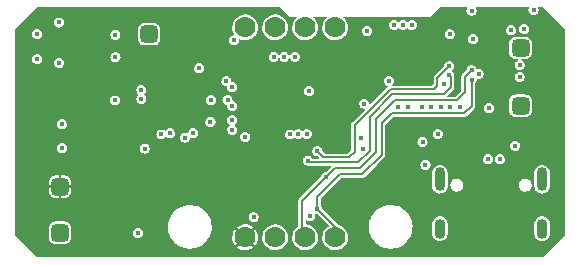
<source format=gbr>
%TF.GenerationSoftware,KiCad,Pcbnew,(6.0.5)*%
%TF.CreationDate,2022-12-28T13:41:51-05:00*%
%TF.ProjectId,Rotini-Hardware,526f7469-6e69-42d4-9861-726477617265,rev?*%
%TF.SameCoordinates,Original*%
%TF.FileFunction,Copper,L2,Inr*%
%TF.FilePolarity,Positive*%
%FSLAX46Y46*%
G04 Gerber Fmt 4.6, Leading zero omitted, Abs format (unit mm)*
G04 Created by KiCad (PCBNEW (6.0.5)) date 2022-12-28 13:41:51*
%MOMM*%
%LPD*%
G01*
G04 APERTURE LIST*
G04 Aperture macros list*
%AMRoundRect*
0 Rectangle with rounded corners*
0 $1 Rounding radius*
0 $2 $3 $4 $5 $6 $7 $8 $9 X,Y pos of 4 corners*
0 Add a 4 corners polygon primitive as box body*
4,1,4,$2,$3,$4,$5,$6,$7,$8,$9,$2,$3,0*
0 Add four circle primitives for the rounded corners*
1,1,$1+$1,$2,$3*
1,1,$1+$1,$4,$5*
1,1,$1+$1,$6,$7*
1,1,$1+$1,$8,$9*
0 Add four rect primitives between the rounded corners*
20,1,$1+$1,$2,$3,$4,$5,0*
20,1,$1+$1,$4,$5,$6,$7,0*
20,1,$1+$1,$6,$7,$8,$9,0*
20,1,$1+$1,$8,$9,$2,$3,0*%
G04 Aperture macros list end*
%TA.AperFunction,ComponentPad*%
%ADD10C,1.778000*%
%TD*%
%TA.AperFunction,ComponentPad*%
%ADD11O,0.900000X2.000000*%
%TD*%
%TA.AperFunction,ComponentPad*%
%ADD12O,0.900000X1.700000*%
%TD*%
%TA.AperFunction,ComponentPad*%
%ADD13RoundRect,0.375000X0.375000X-0.375000X0.375000X0.375000X-0.375000X0.375000X-0.375000X-0.375000X0*%
%TD*%
%TA.AperFunction,ComponentPad*%
%ADD14RoundRect,0.375000X-0.375000X0.375000X-0.375000X-0.375000X0.375000X-0.375000X0.375000X0.375000X0*%
%TD*%
%TA.AperFunction,ViaPad*%
%ADD15C,0.450000*%
%TD*%
%TA.AperFunction,Conductor*%
%ADD16C,0.203200*%
%TD*%
G04 APERTURE END LIST*
D10*
%TO.N,A2_CS*%
%TO.C,U30*%
X3810000Y8890000D03*
%TO.N,P_MISO*%
X1270000Y8890000D03*
%TO.N,unconnected-(U30-Pad3)*%
X-1270000Y8890000D03*
%TO.N,unconnected-(U30-Pad4)*%
X-3810000Y8890000D03*
%TO.N,GND*%
X-3810000Y-8890000D03*
%TO.N,+3V3*%
X-1270000Y-8890000D03*
%TO.N,P_MOSI*%
X1270000Y-8890000D03*
%TO.N,P_SCK*%
X3810000Y-8890000D03*
%TD*%
D11*
%TO.N,unconnected-(U52-PadS1)*%
%TO.C,U52*%
X12680000Y-3985000D03*
D12*
X21320000Y-8155000D03*
X12680000Y-8155000D03*
D11*
X21320000Y-3985000D03*
%TD*%
D13*
%TO.N,PPM_B*%
%TO.C,J208*%
X19500000Y7150000D03*
%TD*%
%TO.N,PPM_F*%
%TO.C,J207*%
X19500000Y2250000D03*
%TD*%
D14*
%TO.N,GND*%
%TO.C,J206*%
X-19500000Y-4600000D03*
%TD*%
D13*
%TO.N,Net-(C103-Pad2)*%
%TO.C,J61*%
X-11950000Y8300000D03*
%TD*%
D14*
%TO.N,Net-(J202-Pad2)*%
%TO.C,J205*%
X-19500000Y-8500000D03*
%TD*%
D15*
%TO.N,GND*%
X-20100000Y-10200000D03*
X-8500000Y9000000D03*
X-3205000Y4425000D03*
X-16850000Y-5600000D03*
X-14455000Y-75000D03*
X-8605000Y1625000D03*
X-10505000Y1625000D03*
X-405000Y1625000D03*
X11000000Y6250000D03*
X12200000Y7900000D03*
X3850000Y3500000D03*
X-3000000Y-400000D03*
X2750000Y2100000D03*
X-1705000Y3025000D03*
X-5150000Y5950000D03*
X-11900000Y5400000D03*
X9700000Y7900000D03*
X-3205000Y1625000D03*
X9700000Y5400000D03*
X-13550000Y8950000D03*
X-17000000Y-350000D03*
X-10450000Y5850000D03*
X-8550000Y10250000D03*
X9700000Y-2100000D03*
X2900000Y-5900000D03*
X-13355000Y1325000D03*
X-5950000Y-2100000D03*
X13800000Y-2500000D03*
X450000Y7750000D03*
X-15675000Y8350000D03*
X4175000Y1050000D03*
X-5250000Y10250000D03*
X20200000Y-2500000D03*
X6500000Y9500000D03*
X8350000Y-1400000D03*
X-15675000Y6200000D03*
X-5300000Y9000000D03*
X-10100000Y10100000D03*
X8850000Y-150000D03*
X-7000000Y10300000D03*
X-13400000Y7800000D03*
X-8605000Y3525000D03*
X4500000Y5000000D03*
X16150000Y2825000D03*
X-13300000Y5400000D03*
X-9492500Y2537500D03*
X-1500000Y-6978249D03*
X22900000Y-8000000D03*
X10650000Y-150000D03*
X19425000Y3675000D03*
X-14750000Y4300000D03*
X-7750000Y-2025000D03*
X4850000Y7900000D03*
X-17000000Y1650000D03*
X21400000Y8750000D03*
X-13950000Y-4900000D03*
X-405000Y4425000D03*
X22550000Y-450000D03*
X22900000Y-3800000D03*
X-5905000Y2025000D03*
X17200000Y8600000D03*
X-3050000Y-5350000D03*
X-14150000Y10200000D03*
X5600000Y6250000D03*
X-10505000Y3525000D03*
X12200000Y5400000D03*
%TO.N,+3V3*%
X1700000Y-7100000D03*
X9150000Y2150000D03*
X-12325000Y-1375000D03*
X6125000Y-1400000D03*
X-14850000Y2700000D03*
X400000Y6400000D03*
X-3800000Y-400000D03*
X6500000Y8600000D03*
X-3100000Y-7200000D03*
X15350000Y10300000D03*
X15950000Y4950000D03*
X-8900000Y-450000D03*
X6275000Y2425000D03*
X1600000Y3500000D03*
X19050000Y-1150000D03*
X18700000Y8650000D03*
X-1400000Y6400000D03*
X-6755000Y875000D03*
X-4955000Y3825000D03*
X12500000Y-150000D03*
%TO.N,E_EN*%
X6000000Y-500000D03*
%TO.N,E_IO0*%
X9950000Y2150000D03*
%TO.N,VCC*%
X-12900000Y-8500000D03*
X11450000Y-2750000D03*
X-19562500Y9300000D03*
X-19550000Y5875000D03*
%TO.N,SNS_VIN*%
X11200000Y-800000D03*
X11150000Y2150000D03*
%TO.N,Net-(C70-Pad1)*%
X-12605000Y3575000D03*
X-8205000Y-75000D03*
%TO.N,/LED2/LED_out*%
X-19325000Y675000D03*
X-21425000Y6200000D03*
%TO.N,Net-(D60-Pad2)*%
X19800000Y8750000D03*
X-4750000Y7800000D03*
%TO.N,X_TX*%
X12750000Y2150000D03*
X1400000Y-150000D03*
%TO.N,X_RX*%
X700000Y-150000D03*
X13050000Y4050000D03*
%TO.N,/LED1/LED_out*%
X-19325000Y-1350000D03*
X-21425000Y8325000D03*
%TO.N,P_MOSI*%
X3000000Y-3800000D03*
X15350000Y5250000D03*
%TO.N,P_MISO*%
X13450000Y5600000D03*
X2300000Y-1600000D03*
%TO.N,P_SCK*%
X15350000Y4450000D03*
X2300000Y-6500000D03*
%TO.N,GPIO0*%
X-4900000Y200000D03*
%TO.N,/ExpressLRS-RX/trace_antenna*%
X-500000Y6400000D03*
%TO.N,SNS_VER*%
X20600000Y10350000D03*
X11950000Y2150000D03*
%TO.N,LED_1*%
X14400000Y2150000D03*
X-14800000Y8250000D03*
%TO.N,LED_2*%
X13550000Y2150000D03*
X-14800000Y6350000D03*
%TO.N,LED_MISC*%
X16850000Y2050000D03*
X8800000Y9100000D03*
%TO.N,GPIO2*%
X-12600000Y2830000D03*
X-4905000Y2225000D03*
%TO.N,GPIO15*%
X-5305000Y2725000D03*
X-7705000Y5425000D03*
%TO.N,A2_CS*%
X8350000Y4350000D03*
%TO.N,E_D+*%
X17750000Y-2275000D03*
X13500000Y8300000D03*
%TO.N,E_D-*%
X16750000Y-2275000D03*
X15500000Y7900000D03*
%TO.N,GPIO12*%
X-6705000Y2725000D03*
X-5405000Y4325000D03*
%TO.N,GPIO4*%
X-10205000Y-75000D03*
X-4905000Y1025000D03*
%TO.N,GPIO5*%
X-10905000Y-175000D03*
X-5000Y-175000D03*
%TO.N,PPM_F*%
X19425000Y4700000D03*
X10300000Y9100000D03*
%TO.N,PPM_B*%
X9550000Y9100000D03*
X19425000Y5700000D03*
%TO.N,A1_CS*%
X13450000Y4850000D03*
X1500000Y-2400000D03*
%TD*%
D16*
%TO.N,P_MOSI*%
X8850000Y2700000D02*
X14100000Y2700000D01*
X3000000Y-3800000D02*
X3750000Y-3050000D01*
X7250000Y1100000D02*
X8850000Y2700000D01*
X3750000Y-3050000D02*
X5900000Y-3050000D01*
X3000000Y-3800000D02*
X1000000Y-5800000D01*
X1000000Y-5800000D02*
X1000000Y-8620000D01*
X14800000Y4700000D02*
X15350000Y5250000D01*
X14100000Y2700000D02*
X14800000Y3400000D01*
X5900000Y-3050000D02*
X7250000Y-1700000D01*
X7250000Y-1700000D02*
X7250000Y1100000D01*
X14800000Y3400000D02*
X14800000Y4700000D01*
X1000000Y-8620000D02*
X1270000Y-8890000D01*
%TO.N,P_MISO*%
X5450000Y600000D02*
X5450000Y-1650000D01*
X12150000Y3650000D02*
X8500000Y3650000D01*
X5000000Y-2100000D02*
X2800000Y-2100000D01*
X12450000Y3950000D02*
X12150000Y3650000D01*
X2800000Y-2100000D02*
X2300000Y-1600000D01*
X5450000Y-1650000D02*
X5000000Y-2100000D01*
X8500000Y3650000D02*
X5450000Y600000D01*
X12450000Y4600000D02*
X12450000Y3950000D01*
X13450000Y5600000D02*
X12450000Y4600000D01*
%TO.N,P_SCK*%
X6100000Y-3550000D02*
X7750000Y-1900000D01*
X2300000Y-6500000D02*
X2300000Y-5450000D01*
X14700000Y1600000D02*
X15350000Y2250000D01*
X2300000Y-6500000D02*
X3810000Y-8010000D01*
X8600000Y1600000D02*
X14700000Y1600000D01*
X3810000Y-8010000D02*
X3810000Y-8890000D01*
X4200000Y-3550000D02*
X6100000Y-3550000D01*
X2300000Y-5450000D02*
X4200000Y-3550000D01*
X7750000Y750000D02*
X8600000Y1600000D01*
X15350000Y2250000D02*
X15350000Y4450000D01*
X7750000Y-1900000D02*
X7750000Y750000D01*
%TO.N,A1_CS*%
X1650000Y-2550000D02*
X5750000Y-2550000D01*
X13600000Y4700000D02*
X13450000Y4850000D01*
X6750000Y-1550000D02*
X6750000Y1300000D01*
X1500000Y-2400000D02*
X1650000Y-2550000D01*
X13600000Y3800000D02*
X13600000Y4700000D01*
X13000000Y3200000D02*
X13600000Y3800000D01*
X8650000Y3200000D02*
X13000000Y3200000D01*
X5750000Y-2550000D02*
X6750000Y-1550000D01*
X6750000Y1300000D02*
X8650000Y3200000D01*
%TD*%
%TA.AperFunction,Conductor*%
%TO.N,GND*%
G36*
X-885148Y10585148D02*
G01*
X-100000Y9800000D01*
X524952Y9800000D01*
X559600Y9785648D01*
X573952Y9751000D01*
X557260Y9714160D01*
X476319Y9643176D01*
X474934Y9641420D01*
X474930Y9641415D01*
X353744Y9487691D01*
X353741Y9487687D01*
X352354Y9485927D01*
X351306Y9483935D01*
X282534Y9353220D01*
X259121Y9308720D01*
X199742Y9117490D01*
X199478Y9115258D01*
X199477Y9115254D01*
X178010Y8933876D01*
X176207Y8918642D01*
X189303Y8718834D01*
X238592Y8524759D01*
X239528Y8522729D01*
X239530Y8522723D01*
X321480Y8344961D01*
X322423Y8342916D01*
X437988Y8179395D01*
X439596Y8177829D01*
X439599Y8177825D01*
X469674Y8148528D01*
X581418Y8039672D01*
X583280Y8038428D01*
X583281Y8038427D01*
X737394Y7935451D01*
X747908Y7928426D01*
X931883Y7849384D01*
X934075Y7848888D01*
X1124992Y7805688D01*
X1124998Y7805687D01*
X1127182Y7805193D01*
X1211401Y7801884D01*
X1325017Y7797420D01*
X1325020Y7797420D01*
X1327264Y7797332D01*
X1329483Y7797654D01*
X1329488Y7797654D01*
X1468307Y7817782D01*
X1525428Y7826064D01*
X1527550Y7826784D01*
X1527553Y7826785D01*
X1625509Y7860037D01*
X1715038Y7890428D01*
X1782889Y7928426D01*
X1887782Y7987168D01*
X1887784Y7987169D01*
X1889744Y7988267D01*
X1938633Y8028927D01*
X2041971Y8114873D01*
X2043694Y8116306D01*
X2088184Y8169799D01*
X2170297Y8268529D01*
X2170299Y8268531D01*
X2171733Y8270256D01*
X2199141Y8319196D01*
X2268476Y8443005D01*
X2269572Y8444962D01*
X2307246Y8555946D01*
X2333215Y8632447D01*
X2333216Y8632450D01*
X2333936Y8634572D01*
X2350672Y8750000D01*
X2362461Y8831306D01*
X2362461Y8831312D01*
X2362668Y8832736D01*
X2362965Y8844054D01*
X2364130Y8888548D01*
X2364130Y8888549D01*
X2364168Y8890000D01*
X2364035Y8891449D01*
X2346052Y9087159D01*
X2346051Y9087164D01*
X2345846Y9089396D01*
X2291494Y9282115D01*
X2284552Y9296193D01*
X2248916Y9368454D01*
X2202932Y9461701D01*
X2083125Y9622141D01*
X2060370Y9643176D01*
X1982652Y9715018D01*
X1966951Y9749076D01*
X1979931Y9784261D01*
X2015913Y9800000D01*
X3064952Y9800000D01*
X3099600Y9785648D01*
X3113952Y9751000D01*
X3097260Y9714160D01*
X3016319Y9643176D01*
X3014934Y9641420D01*
X3014930Y9641415D01*
X2893744Y9487691D01*
X2893741Y9487687D01*
X2892354Y9485927D01*
X2891306Y9483935D01*
X2822534Y9353220D01*
X2799121Y9308720D01*
X2739742Y9117490D01*
X2739478Y9115258D01*
X2739477Y9115254D01*
X2718010Y8933876D01*
X2716207Y8918642D01*
X2729303Y8718834D01*
X2778592Y8524759D01*
X2779528Y8522729D01*
X2779530Y8522723D01*
X2861480Y8344961D01*
X2862423Y8342916D01*
X2977988Y8179395D01*
X2979596Y8177829D01*
X2979599Y8177825D01*
X3009674Y8148528D01*
X3121418Y8039672D01*
X3123280Y8038428D01*
X3123281Y8038427D01*
X3277394Y7935451D01*
X3287908Y7928426D01*
X3471883Y7849384D01*
X3474075Y7848888D01*
X3664992Y7805688D01*
X3664998Y7805687D01*
X3667182Y7805193D01*
X3751401Y7801884D01*
X3865017Y7797420D01*
X3865020Y7797420D01*
X3867264Y7797332D01*
X3869483Y7797654D01*
X3869488Y7797654D01*
X4008307Y7817782D01*
X4065428Y7826064D01*
X4067550Y7826784D01*
X4067553Y7826785D01*
X4165509Y7860037D01*
X4255038Y7890428D01*
X4322889Y7928426D01*
X4427782Y7987168D01*
X4427784Y7987169D01*
X4429744Y7988267D01*
X4478633Y8028927D01*
X4581971Y8114873D01*
X4583694Y8116306D01*
X4628184Y8169799D01*
X4710297Y8268529D01*
X4710299Y8268531D01*
X4711733Y8270256D01*
X4739141Y8319196D01*
X4808476Y8443005D01*
X4809572Y8444962D01*
X4847246Y8555946D01*
X4862201Y8600000D01*
X6069196Y8600000D01*
X6090281Y8466874D01*
X6151472Y8346780D01*
X6246780Y8251472D01*
X6250213Y8249723D01*
X6250214Y8249722D01*
X6269927Y8239678D01*
X6366874Y8190281D01*
X6370679Y8189678D01*
X6370680Y8189678D01*
X6496193Y8169799D01*
X6500000Y8169196D01*
X6503807Y8169799D01*
X6629320Y8189678D01*
X6629321Y8189678D01*
X6633126Y8190281D01*
X6730073Y8239678D01*
X6749786Y8249722D01*
X6749787Y8249723D01*
X6753220Y8251472D01*
X6801748Y8300000D01*
X13069196Y8300000D01*
X13069799Y8296193D01*
X13088547Y8177825D01*
X13090281Y8166874D01*
X13092031Y8163440D01*
X13148191Y8053220D01*
X13151472Y8046780D01*
X13246780Y7951472D01*
X13250213Y7949723D01*
X13250214Y7949722D01*
X13289561Y7929674D01*
X13366874Y7890281D01*
X13370679Y7889678D01*
X13370680Y7889678D01*
X13496193Y7869799D01*
X13500000Y7869196D01*
X13503807Y7869799D01*
X13629320Y7889678D01*
X13629321Y7889678D01*
X13633126Y7890281D01*
X13652201Y7900000D01*
X15069196Y7900000D01*
X15069799Y7896193D01*
X15081899Y7819799D01*
X15090281Y7766874D01*
X15092031Y7763440D01*
X15141234Y7666874D01*
X15151472Y7646780D01*
X15246780Y7551472D01*
X15250213Y7549723D01*
X15250214Y7549722D01*
X15306827Y7520876D01*
X15366874Y7490281D01*
X15370679Y7489678D01*
X15370680Y7489678D01*
X15496193Y7469799D01*
X15500000Y7469196D01*
X15503807Y7469799D01*
X15629320Y7489678D01*
X15629321Y7489678D01*
X15633126Y7490281D01*
X15693173Y7520877D01*
X15749786Y7549722D01*
X15749787Y7549723D01*
X15753220Y7551472D01*
X15848528Y7646780D01*
X15858767Y7666874D01*
X15907969Y7763440D01*
X15909719Y7766874D01*
X15918102Y7819799D01*
X15930201Y7896193D01*
X15930804Y7900000D01*
X15925189Y7935451D01*
X15910322Y8029320D01*
X15910322Y8029321D01*
X15909719Y8033126D01*
X15848528Y8153220D01*
X15753220Y8248528D01*
X15749787Y8250277D01*
X15749786Y8250278D01*
X15652746Y8299722D01*
X15633126Y8309719D01*
X15629321Y8310322D01*
X15629320Y8310322D01*
X15503807Y8330201D01*
X15500000Y8330804D01*
X15496193Y8330201D01*
X15370680Y8310322D01*
X15370679Y8310322D01*
X15366874Y8309719D01*
X15347254Y8299722D01*
X15250214Y8250278D01*
X15250213Y8250277D01*
X15246780Y8248528D01*
X15151472Y8153220D01*
X15090281Y8033126D01*
X15089678Y8029321D01*
X15089678Y8029320D01*
X15074811Y7935451D01*
X15069196Y7900000D01*
X13652201Y7900000D01*
X13710439Y7929674D01*
X13749786Y7949722D01*
X13749787Y7949723D01*
X13753220Y7951472D01*
X13848528Y8046780D01*
X13851810Y8053220D01*
X13907969Y8163440D01*
X13909719Y8166874D01*
X13911454Y8177825D01*
X13930201Y8296193D01*
X13930804Y8300000D01*
X13914932Y8400214D01*
X13910322Y8429320D01*
X13910322Y8429321D01*
X13909719Y8433126D01*
X13863030Y8524759D01*
X13850278Y8549786D01*
X13850277Y8549787D01*
X13848528Y8553220D01*
X13753220Y8648528D01*
X13750331Y8650000D01*
X18269196Y8650000D01*
X18269799Y8646193D01*
X18289355Y8522723D01*
X18290281Y8516874D01*
X18351472Y8396780D01*
X18446780Y8301472D01*
X18450213Y8299723D01*
X18450214Y8299722D01*
X18504194Y8272218D01*
X18566874Y8240281D01*
X18570679Y8239678D01*
X18570680Y8239678D01*
X18696193Y8219799D01*
X18700000Y8219196D01*
X18703807Y8219799D01*
X18829320Y8239678D01*
X18829321Y8239678D01*
X18833126Y8240281D01*
X18895806Y8272218D01*
X18949786Y8299722D01*
X18949787Y8299723D01*
X18953220Y8301472D01*
X19048528Y8396780D01*
X19109719Y8516874D01*
X19110646Y8522723D01*
X19130201Y8646193D01*
X19130804Y8650000D01*
X19121623Y8707969D01*
X19114966Y8750000D01*
X19369196Y8750000D01*
X19369799Y8746193D01*
X19385268Y8648528D01*
X19390281Y8616874D01*
X19392031Y8613440D01*
X19448191Y8503220D01*
X19451472Y8496780D01*
X19546780Y8401472D01*
X19550213Y8399723D01*
X19550214Y8399722D01*
X19576046Y8386560D01*
X19666874Y8340281D01*
X19670679Y8339678D01*
X19670680Y8339678D01*
X19796193Y8319799D01*
X19800000Y8319196D01*
X19803807Y8319799D01*
X19929320Y8339678D01*
X19929321Y8339678D01*
X19933126Y8340281D01*
X20023954Y8386560D01*
X20049786Y8399722D01*
X20049787Y8399723D01*
X20053220Y8401472D01*
X20148528Y8496780D01*
X20151810Y8503220D01*
X20207969Y8613440D01*
X20209719Y8616874D01*
X20214733Y8648528D01*
X20230201Y8746193D01*
X20230804Y8750000D01*
X20225557Y8783126D01*
X20210322Y8879320D01*
X20210322Y8879321D01*
X20209719Y8883126D01*
X20167579Y8965830D01*
X20150278Y8999786D01*
X20150277Y8999787D01*
X20148528Y9003220D01*
X20053220Y9098528D01*
X20049787Y9100277D01*
X20049786Y9100278D01*
X19993173Y9129124D01*
X19933126Y9159719D01*
X19929321Y9160322D01*
X19929320Y9160322D01*
X19803807Y9180201D01*
X19800000Y9180804D01*
X19796193Y9180201D01*
X19670680Y9160322D01*
X19670679Y9160322D01*
X19666874Y9159719D01*
X19606827Y9129124D01*
X19550214Y9100278D01*
X19550213Y9100277D01*
X19546780Y9098528D01*
X19451472Y9003220D01*
X19449723Y8999787D01*
X19449722Y8999786D01*
X19432421Y8965830D01*
X19390281Y8883126D01*
X19389678Y8879321D01*
X19389678Y8879320D01*
X19374443Y8783126D01*
X19369196Y8750000D01*
X19114966Y8750000D01*
X19110322Y8779320D01*
X19110322Y8779321D01*
X19109719Y8783126D01*
X19072615Y8855946D01*
X19050278Y8899786D01*
X19050277Y8899787D01*
X19048528Y8903220D01*
X18953220Y8998528D01*
X18949787Y9000277D01*
X18949786Y9000278D01*
X18858520Y9046780D01*
X18833126Y9059719D01*
X18829321Y9060322D01*
X18829320Y9060322D01*
X18703807Y9080201D01*
X18700000Y9080804D01*
X18696193Y9080201D01*
X18570680Y9060322D01*
X18570679Y9060322D01*
X18566874Y9059719D01*
X18541480Y9046780D01*
X18450214Y9000278D01*
X18450213Y9000277D01*
X18446780Y8998528D01*
X18351472Y8903220D01*
X18349723Y8899787D01*
X18349722Y8899786D01*
X18327385Y8855946D01*
X18290281Y8783126D01*
X18289678Y8779321D01*
X18289678Y8779320D01*
X18278377Y8707969D01*
X18269196Y8650000D01*
X13750331Y8650000D01*
X13749787Y8650277D01*
X13749786Y8650278D01*
X13689875Y8680804D01*
X13633126Y8709719D01*
X13629321Y8710322D01*
X13629320Y8710322D01*
X13503807Y8730201D01*
X13500000Y8730804D01*
X13496193Y8730201D01*
X13370680Y8710322D01*
X13370679Y8710322D01*
X13366874Y8709719D01*
X13310125Y8680804D01*
X13250214Y8650278D01*
X13250213Y8650277D01*
X13246780Y8648528D01*
X13151472Y8553220D01*
X13149723Y8549787D01*
X13149722Y8549786D01*
X13136970Y8524759D01*
X13090281Y8433126D01*
X13089678Y8429321D01*
X13089678Y8429320D01*
X13085068Y8400214D01*
X13069196Y8300000D01*
X6801748Y8300000D01*
X6848528Y8346780D01*
X6909719Y8466874D01*
X6930804Y8600000D01*
X6921623Y8657969D01*
X6910322Y8729320D01*
X6910322Y8729321D01*
X6909719Y8733126D01*
X6864128Y8822603D01*
X6850278Y8849786D01*
X6850277Y8849787D01*
X6848528Y8853220D01*
X6753220Y8948528D01*
X6749787Y8950277D01*
X6749786Y8950278D01*
X6693173Y8979123D01*
X6633126Y9009719D01*
X6629321Y9010322D01*
X6629320Y9010322D01*
X6503807Y9030201D01*
X6500000Y9030804D01*
X6496193Y9030201D01*
X6370680Y9010322D01*
X6370679Y9010322D01*
X6366874Y9009719D01*
X6306827Y8979123D01*
X6250214Y8950278D01*
X6250213Y8950277D01*
X6246780Y8948528D01*
X6151472Y8853220D01*
X6149723Y8849787D01*
X6149722Y8849786D01*
X6135872Y8822603D01*
X6090281Y8733126D01*
X6089678Y8729321D01*
X6089678Y8729320D01*
X6078377Y8657969D01*
X6069196Y8600000D01*
X4862201Y8600000D01*
X4873215Y8632447D01*
X4873216Y8632450D01*
X4873936Y8634572D01*
X4890672Y8750000D01*
X4902461Y8831306D01*
X4902461Y8831312D01*
X4902668Y8832736D01*
X4902965Y8844054D01*
X4904130Y8888548D01*
X4904130Y8888549D01*
X4904168Y8890000D01*
X4904035Y8891449D01*
X4886052Y9087159D01*
X4886051Y9087164D01*
X4885846Y9089396D01*
X4882855Y9100000D01*
X8369196Y9100000D01*
X8369799Y9096193D01*
X8385268Y8998528D01*
X8390281Y8966874D01*
X8415999Y8916400D01*
X8448191Y8853220D01*
X8451472Y8846780D01*
X8546780Y8751472D01*
X8550213Y8749723D01*
X8550214Y8749722D01*
X8590256Y8729320D01*
X8666874Y8690281D01*
X8670679Y8689678D01*
X8670680Y8689678D01*
X8796193Y8669799D01*
X8800000Y8669196D01*
X8803807Y8669799D01*
X8929320Y8689678D01*
X8929321Y8689678D01*
X8933126Y8690281D01*
X9009744Y8729320D01*
X9049786Y8749722D01*
X9049787Y8749723D01*
X9053220Y8751472D01*
X9140352Y8838604D01*
X9175000Y8852956D01*
X9209648Y8838604D01*
X9296780Y8751472D01*
X9300213Y8749723D01*
X9300214Y8749722D01*
X9340256Y8729320D01*
X9416874Y8690281D01*
X9420679Y8689678D01*
X9420680Y8689678D01*
X9546193Y8669799D01*
X9550000Y8669196D01*
X9553807Y8669799D01*
X9679320Y8689678D01*
X9679321Y8689678D01*
X9683126Y8690281D01*
X9759744Y8729320D01*
X9799786Y8749722D01*
X9799787Y8749723D01*
X9803220Y8751472D01*
X9890352Y8838604D01*
X9925000Y8852956D01*
X9959648Y8838604D01*
X10046780Y8751472D01*
X10050213Y8749723D01*
X10050214Y8749722D01*
X10090256Y8729320D01*
X10166874Y8690281D01*
X10170679Y8689678D01*
X10170680Y8689678D01*
X10296193Y8669799D01*
X10300000Y8669196D01*
X10303807Y8669799D01*
X10429320Y8689678D01*
X10429321Y8689678D01*
X10433126Y8690281D01*
X10509744Y8729320D01*
X10549786Y8749722D01*
X10549787Y8749723D01*
X10553220Y8751472D01*
X10648528Y8846780D01*
X10651810Y8853220D01*
X10684001Y8916400D01*
X10709719Y8966874D01*
X10714733Y8998528D01*
X10730201Y9096193D01*
X10730804Y9100000D01*
X10721623Y9157969D01*
X10710322Y9229320D01*
X10710322Y9229321D01*
X10709719Y9233126D01*
X10648528Y9353220D01*
X10553220Y9448528D01*
X10549787Y9450277D01*
X10549786Y9450278D01*
X10476358Y9487691D01*
X10433126Y9509719D01*
X10429321Y9510322D01*
X10429320Y9510322D01*
X10303807Y9530201D01*
X10300000Y9530804D01*
X10296193Y9530201D01*
X10170680Y9510322D01*
X10170679Y9510322D01*
X10166874Y9509719D01*
X10123642Y9487691D01*
X10050214Y9450278D01*
X10050213Y9450277D01*
X10046780Y9448528D01*
X9959648Y9361396D01*
X9925000Y9347044D01*
X9890352Y9361396D01*
X9803220Y9448528D01*
X9799787Y9450277D01*
X9799786Y9450278D01*
X9726358Y9487691D01*
X9683126Y9509719D01*
X9679321Y9510322D01*
X9679320Y9510322D01*
X9553807Y9530201D01*
X9550000Y9530804D01*
X9546193Y9530201D01*
X9420680Y9510322D01*
X9420679Y9510322D01*
X9416874Y9509719D01*
X9373642Y9487691D01*
X9300214Y9450278D01*
X9300213Y9450277D01*
X9296780Y9448528D01*
X9209648Y9361396D01*
X9175000Y9347044D01*
X9140352Y9361396D01*
X9053220Y9448528D01*
X9049787Y9450277D01*
X9049786Y9450278D01*
X8976358Y9487691D01*
X8933126Y9509719D01*
X8929321Y9510322D01*
X8929320Y9510322D01*
X8803807Y9530201D01*
X8800000Y9530804D01*
X8796193Y9530201D01*
X8670680Y9510322D01*
X8670679Y9510322D01*
X8666874Y9509719D01*
X8623642Y9487691D01*
X8550214Y9450278D01*
X8550213Y9450277D01*
X8546780Y9448528D01*
X8451472Y9353220D01*
X8390281Y9233126D01*
X8389678Y9229321D01*
X8389678Y9229320D01*
X8378377Y9157969D01*
X8369196Y9100000D01*
X4882855Y9100000D01*
X4831494Y9282115D01*
X4824552Y9296193D01*
X4788916Y9368454D01*
X4742932Y9461701D01*
X4623125Y9622141D01*
X4600370Y9643176D01*
X4522652Y9715018D01*
X4506951Y9749076D01*
X4519931Y9784261D01*
X4555913Y9800000D01*
X11900000Y9800000D01*
X12685148Y10585148D01*
X12719796Y10599500D01*
X14945092Y10599500D01*
X14979740Y10585148D01*
X14994092Y10550500D01*
X14988751Y10528255D01*
X14967507Y10486560D01*
X14940281Y10433126D01*
X14919196Y10300000D01*
X14940281Y10166874D01*
X15001472Y10046780D01*
X15096780Y9951472D01*
X15100213Y9949723D01*
X15100214Y9949722D01*
X15156827Y9920876D01*
X15216874Y9890281D01*
X15220679Y9889678D01*
X15220680Y9889678D01*
X15346193Y9869799D01*
X15350000Y9869196D01*
X15353807Y9869799D01*
X15479320Y9889678D01*
X15479321Y9889678D01*
X15483126Y9890281D01*
X15543173Y9920876D01*
X15599786Y9949722D01*
X15599787Y9949723D01*
X15603220Y9951472D01*
X15698528Y10046780D01*
X15759719Y10166874D01*
X15780804Y10300000D01*
X15759719Y10433126D01*
X15732493Y10486560D01*
X15711249Y10528255D01*
X15708306Y10565642D01*
X15732663Y10594159D01*
X15754908Y10599500D01*
X20169616Y10599500D01*
X20204264Y10585148D01*
X20218616Y10550500D01*
X20213275Y10528254D01*
X20190281Y10483126D01*
X20169196Y10350000D01*
X20190281Y10216874D01*
X20251472Y10096780D01*
X20346780Y10001472D01*
X20350213Y9999723D01*
X20350214Y9999722D01*
X20392448Y9978203D01*
X20466874Y9940281D01*
X20470679Y9939678D01*
X20470680Y9939678D01*
X20596193Y9919799D01*
X20600000Y9919196D01*
X20603807Y9919799D01*
X20729320Y9939678D01*
X20729321Y9939678D01*
X20733126Y9940281D01*
X20807552Y9978203D01*
X20849786Y9999722D01*
X20849787Y9999723D01*
X20853220Y10001472D01*
X20948528Y10096780D01*
X21009719Y10216874D01*
X21030804Y10350000D01*
X21009719Y10483126D01*
X20986725Y10528254D01*
X20983782Y10565642D01*
X21008138Y10594159D01*
X21030384Y10599500D01*
X21396654Y10599500D01*
X21431302Y10585148D01*
X23285148Y8731302D01*
X23299500Y8696654D01*
X23299500Y-8696655D01*
X23285148Y-8731303D01*
X21431302Y-10585148D01*
X21396654Y-10599500D01*
X-21396655Y-10599500D01*
X-21431303Y-10585148D01*
X-23103730Y-8912720D01*
X-20450500Y-8912720D01*
X-20435687Y-9025236D01*
X-20434460Y-9028198D01*
X-20434459Y-9028202D01*
X-20384331Y-9149220D01*
X-20377698Y-9165233D01*
X-20375742Y-9167782D01*
X-20310299Y-9253068D01*
X-20285451Y-9285451D01*
X-20165233Y-9377698D01*
X-20162270Y-9378925D01*
X-20162267Y-9378927D01*
X-20028202Y-9434459D01*
X-20028198Y-9434460D01*
X-20025236Y-9435687D01*
X-20022055Y-9436106D01*
X-20022054Y-9436106D01*
X-20014625Y-9437084D01*
X-19912720Y-9450500D01*
X-19087280Y-9450500D01*
X-18985375Y-9437084D01*
X-18977946Y-9436106D01*
X-18977945Y-9436106D01*
X-18974764Y-9435687D01*
X-18971802Y-9434460D01*
X-18971798Y-9434459D01*
X-18837733Y-9378927D01*
X-18837730Y-9378925D01*
X-18834767Y-9377698D01*
X-18714549Y-9285451D01*
X-18689700Y-9253068D01*
X-18624258Y-9167782D01*
X-18622302Y-9165233D01*
X-18615669Y-9149220D01*
X-18565541Y-9028202D01*
X-18565540Y-9028198D01*
X-18564313Y-9025236D01*
X-18549500Y-8912720D01*
X-18549500Y-8500000D01*
X-13330804Y-8500000D01*
X-13309719Y-8633126D01*
X-13294747Y-8662510D01*
X-13254675Y-8741155D01*
X-13248528Y-8753220D01*
X-13153220Y-8848528D01*
X-13149787Y-8850277D01*
X-13149786Y-8850278D01*
X-13104473Y-8873366D01*
X-13033126Y-8909719D01*
X-13029321Y-8910322D01*
X-13029320Y-8910322D01*
X-12903807Y-8930201D01*
X-12900000Y-8930804D01*
X-12896193Y-8930201D01*
X-12770680Y-8910322D01*
X-12770679Y-8910322D01*
X-12766874Y-8909719D01*
X-12695527Y-8873366D01*
X-12650214Y-8850278D01*
X-12650213Y-8850277D01*
X-12646780Y-8848528D01*
X-12551472Y-8753220D01*
X-12545324Y-8741155D01*
X-12505253Y-8662510D01*
X-12490281Y-8633126D01*
X-12469196Y-8500000D01*
X-12490281Y-8366874D01*
X-12551472Y-8246780D01*
X-12646780Y-8151472D01*
X-12650213Y-8149723D01*
X-12650214Y-8149722D01*
X-12706827Y-8120876D01*
X-12766874Y-8090281D01*
X-12770679Y-8089678D01*
X-12770680Y-8089678D01*
X-12896193Y-8069799D01*
X-12900000Y-8069196D01*
X-12903807Y-8069799D01*
X-13029320Y-8089678D01*
X-13029321Y-8089678D01*
X-13033126Y-8090281D01*
X-13093173Y-8120876D01*
X-13149786Y-8149722D01*
X-13149787Y-8149723D01*
X-13153220Y-8151472D01*
X-13248528Y-8246780D01*
X-13309719Y-8366874D01*
X-13330804Y-8500000D01*
X-18549500Y-8500000D01*
X-18549500Y-8087280D01*
X-18555449Y-8042095D01*
X-10354972Y-8042095D01*
X-10329466Y-8309431D01*
X-10329045Y-8311152D01*
X-10329044Y-8311157D01*
X-10316250Y-8363440D01*
X-10265636Y-8570285D01*
X-10241724Y-8629320D01*
X-10168066Y-8811172D01*
X-10164818Y-8819192D01*
X-10156243Y-8833837D01*
X-10042437Y-9028202D01*
X-10029125Y-9050938D01*
X-9861399Y-9260669D01*
X-9860107Y-9261876D01*
X-9860106Y-9261877D01*
X-9779909Y-9336793D01*
X-9665154Y-9443991D01*
X-9663707Y-9444995D01*
X-9663703Y-9444998D01*
X-9510193Y-9551492D01*
X-9444501Y-9597064D01*
X-9204062Y-9716680D01*
X-9202380Y-9717232D01*
X-9202376Y-9717233D01*
X-8950556Y-9799784D01*
X-8950551Y-9799785D01*
X-8948874Y-9800335D01*
X-8947136Y-9800637D01*
X-8947131Y-9800638D01*
X-8745580Y-9835633D01*
X-8684283Y-9846276D01*
X-8682788Y-9846350D01*
X-8682783Y-9846351D01*
X-8642148Y-9848374D01*
X-8599433Y-9850500D01*
X-8431777Y-9850500D01*
X-8430913Y-9850437D01*
X-8430904Y-9850437D01*
X-8233925Y-9836145D01*
X-8233918Y-9836144D01*
X-8232154Y-9836016D01*
X-8230419Y-9835633D01*
X-7971653Y-9778503D01*
X-7971648Y-9778502D01*
X-7969920Y-9778120D01*
X-7842302Y-9729770D01*
X-4504414Y-9729770D01*
X-4501421Y-9736863D01*
X-4499877Y-9738367D01*
X-4496397Y-9741186D01*
X-4333720Y-9849884D01*
X-4329787Y-9852019D01*
X-4150027Y-9929249D01*
X-4145768Y-9930633D01*
X-3954942Y-9973814D01*
X-3950507Y-9974397D01*
X-3755009Y-9982078D01*
X-3750538Y-9981844D01*
X-3556908Y-9953769D01*
X-3552567Y-9952727D01*
X-3367289Y-9889834D01*
X-3363207Y-9888016D01*
X-3192503Y-9792417D01*
X-3188814Y-9789882D01*
X-3121364Y-9733783D01*
X-3117890Y-9727181D01*
X-3119534Y-9721887D01*
X-3803107Y-9038314D01*
X-3810000Y-9035459D01*
X-3816893Y-9038314D01*
X-4501631Y-9723052D01*
X-4504414Y-9729770D01*
X-7842302Y-9729770D01*
X-7718789Y-9682975D01*
X-7573322Y-9602175D01*
X-7485579Y-9553438D01*
X-7485576Y-9553436D01*
X-7484024Y-9552574D01*
X-7430166Y-9511471D01*
X-7271958Y-9390731D01*
X-7271955Y-9390728D01*
X-7270542Y-9389650D01*
X-7269303Y-9388382D01*
X-7269299Y-9388379D01*
X-7084058Y-9198886D01*
X-7084055Y-9198883D01*
X-7082815Y-9197614D01*
X-6924775Y-8980491D01*
X-6863283Y-8863613D01*
X-4903143Y-8863613D01*
X-4890347Y-9058849D01*
X-4889647Y-9063263D01*
X-4841488Y-9252891D01*
X-4839992Y-9257115D01*
X-4758085Y-9434787D01*
X-4755841Y-9438672D01*
X-4655566Y-9580558D01*
X-4649256Y-9584540D01*
X-4644997Y-9583576D01*
X-3958314Y-8896893D01*
X-3955459Y-8890000D01*
X-3664541Y-8890000D01*
X-3661686Y-8896893D01*
X-2979342Y-9579237D01*
X-2972449Y-9582092D01*
X-2967326Y-9579970D01*
X-2910118Y-9511186D01*
X-2907583Y-9507497D01*
X-2811984Y-9336793D01*
X-2810166Y-9332711D01*
X-2747273Y-9147433D01*
X-2746231Y-9143092D01*
X-2718041Y-8948668D01*
X-2717796Y-8945792D01*
X-2716373Y-8891453D01*
X-2716468Y-8888551D01*
X-2718967Y-8861358D01*
X-2363793Y-8861358D01*
X-2350697Y-9061166D01*
X-2301408Y-9255241D01*
X-2300472Y-9257271D01*
X-2300470Y-9257277D01*
X-2238946Y-9390731D01*
X-2217577Y-9437084D01*
X-2102012Y-9600605D01*
X-2100404Y-9602171D01*
X-2100401Y-9602175D01*
X-2039018Y-9661971D01*
X-1958582Y-9740328D01*
X-1956720Y-9741572D01*
X-1956719Y-9741573D01*
X-1815949Y-9835633D01*
X-1792092Y-9851574D01*
X-1608117Y-9930616D01*
X-1605925Y-9931112D01*
X-1415008Y-9974312D01*
X-1415002Y-9974313D01*
X-1412818Y-9974807D01*
X-1328599Y-9978116D01*
X-1214983Y-9982580D01*
X-1214980Y-9982580D01*
X-1212736Y-9982668D01*
X-1210517Y-9982346D01*
X-1210512Y-9982346D01*
X-1095534Y-9965675D01*
X-1014572Y-9953936D01*
X-1012450Y-9953216D01*
X-1012447Y-9953215D01*
X-914491Y-9919963D01*
X-824962Y-9889572D01*
X-758695Y-9852461D01*
X-652218Y-9792832D01*
X-652216Y-9792831D01*
X-650256Y-9791733D01*
X-634348Y-9778503D01*
X-498029Y-9665127D01*
X-496306Y-9663694D01*
X-368267Y-9509744D01*
X-367008Y-9507497D01*
X-271524Y-9336995D01*
X-270428Y-9335038D01*
X-227771Y-9209376D01*
X-206785Y-9147553D01*
X-206784Y-9147550D01*
X-206064Y-9145428D01*
X-185819Y-9005801D01*
X-177539Y-8948694D01*
X-177539Y-8948688D01*
X-177332Y-8947264D01*
X-176769Y-8925792D01*
X-175870Y-8891452D01*
X-175870Y-8891451D01*
X-175832Y-8890000D01*
X-177887Y-8867633D01*
X-178464Y-8861358D01*
X176207Y-8861358D01*
X189303Y-9061166D01*
X238592Y-9255241D01*
X239528Y-9257271D01*
X239530Y-9257277D01*
X301054Y-9390731D01*
X322423Y-9437084D01*
X437988Y-9600605D01*
X439596Y-9602171D01*
X439599Y-9602175D01*
X500982Y-9661971D01*
X581418Y-9740328D01*
X583280Y-9741572D01*
X583281Y-9741573D01*
X724051Y-9835633D01*
X747908Y-9851574D01*
X931883Y-9930616D01*
X934075Y-9931112D01*
X1124992Y-9974312D01*
X1124998Y-9974313D01*
X1127182Y-9974807D01*
X1211401Y-9978116D01*
X1325017Y-9982580D01*
X1325020Y-9982580D01*
X1327264Y-9982668D01*
X1329483Y-9982346D01*
X1329488Y-9982346D01*
X1444466Y-9965675D01*
X1525428Y-9953936D01*
X1527550Y-9953216D01*
X1527553Y-9953215D01*
X1625509Y-9919963D01*
X1715038Y-9889572D01*
X1781305Y-9852461D01*
X1887782Y-9792832D01*
X1887784Y-9792831D01*
X1889744Y-9791733D01*
X1905652Y-9778503D01*
X2041971Y-9665127D01*
X2043694Y-9663694D01*
X2171733Y-9509744D01*
X2172992Y-9507497D01*
X2268476Y-9336995D01*
X2269572Y-9335038D01*
X2312229Y-9209376D01*
X2333215Y-9147553D01*
X2333216Y-9147550D01*
X2333936Y-9145428D01*
X2354181Y-9005801D01*
X2362461Y-8948694D01*
X2362461Y-8948688D01*
X2362668Y-8947264D01*
X2363231Y-8925792D01*
X2364130Y-8891452D01*
X2364130Y-8891451D01*
X2364168Y-8890000D01*
X2362113Y-8867633D01*
X2346052Y-8692841D01*
X2346051Y-8692836D01*
X2345846Y-8690604D01*
X2319940Y-8598748D01*
X2292106Y-8500054D01*
X2292105Y-8500051D01*
X2291494Y-8497885D01*
X2202932Y-8318299D01*
X2083125Y-8157859D01*
X2076216Y-8151472D01*
X1937738Y-8023464D01*
X1937737Y-8023463D01*
X1936087Y-8021938D01*
X1908924Y-8004799D01*
X1841942Y-7962537D01*
X1766742Y-7915089D01*
X1739002Y-7904022D01*
X1582845Y-7841721D01*
X1582841Y-7841720D01*
X1580761Y-7840890D01*
X1578560Y-7840452D01*
X1578556Y-7840451D01*
X1425521Y-7810011D01*
X1384372Y-7801826D01*
X1354341Y-7801433D01*
X1350459Y-7801382D01*
X1316001Y-7786578D01*
X1302100Y-7752386D01*
X1302100Y-7422144D01*
X1316452Y-7387496D01*
X1351100Y-7373144D01*
X1385748Y-7387496D01*
X1446780Y-7448528D01*
X1450213Y-7450277D01*
X1450214Y-7450278D01*
X1506827Y-7479124D01*
X1566874Y-7509719D01*
X1570679Y-7510322D01*
X1570680Y-7510322D01*
X1696193Y-7530201D01*
X1700000Y-7530804D01*
X1703807Y-7530201D01*
X1829320Y-7510322D01*
X1829321Y-7510322D01*
X1833126Y-7509719D01*
X1893173Y-7479124D01*
X1949786Y-7450278D01*
X1949787Y-7450277D01*
X1953220Y-7448528D01*
X2048528Y-7353220D01*
X2058767Y-7333126D01*
X2079123Y-7293173D01*
X2109719Y-7233126D01*
X2121178Y-7160780D01*
X2130201Y-7103807D01*
X2130804Y-7100000D01*
X2109719Y-6966874D01*
X2111471Y-6966597D01*
X2113931Y-6935343D01*
X2142449Y-6910988D01*
X2166673Y-6910988D01*
X2166874Y-6909719D01*
X2288518Y-6928985D01*
X2315500Y-6942734D01*
X3254423Y-7881657D01*
X3268775Y-7916305D01*
X3254423Y-7950953D01*
X3244828Y-7958416D01*
X3166864Y-8004799D01*
X3165176Y-8006279D01*
X3165175Y-8006280D01*
X3120167Y-8045751D01*
X3016319Y-8136824D01*
X3014934Y-8138580D01*
X3014930Y-8138585D01*
X2893744Y-8292309D01*
X2893741Y-8292313D01*
X2892354Y-8294073D01*
X2799121Y-8471280D01*
X2798454Y-8473428D01*
X2792912Y-8491277D01*
X2739742Y-8662510D01*
X2739478Y-8664742D01*
X2739477Y-8664746D01*
X2717518Y-8850278D01*
X2716207Y-8861358D01*
X2729303Y-9061166D01*
X2778592Y-9255241D01*
X2779528Y-9257271D01*
X2779530Y-9257277D01*
X2841054Y-9390731D01*
X2862423Y-9437084D01*
X2977988Y-9600605D01*
X2979596Y-9602171D01*
X2979599Y-9602175D01*
X3040982Y-9661971D01*
X3121418Y-9740328D01*
X3123280Y-9741572D01*
X3123281Y-9741573D01*
X3264051Y-9835633D01*
X3287908Y-9851574D01*
X3471883Y-9930616D01*
X3474075Y-9931112D01*
X3664992Y-9974312D01*
X3664998Y-9974313D01*
X3667182Y-9974807D01*
X3751401Y-9978116D01*
X3865017Y-9982580D01*
X3865020Y-9982580D01*
X3867264Y-9982668D01*
X3869483Y-9982346D01*
X3869488Y-9982346D01*
X3984466Y-9965675D01*
X4065428Y-9953936D01*
X4067550Y-9953216D01*
X4067553Y-9953215D01*
X4165509Y-9919963D01*
X4255038Y-9889572D01*
X4321305Y-9852461D01*
X4427782Y-9792832D01*
X4427784Y-9792831D01*
X4429744Y-9791733D01*
X4445652Y-9778503D01*
X4581971Y-9665127D01*
X4583694Y-9663694D01*
X4711733Y-9509744D01*
X4712992Y-9507497D01*
X4808476Y-9336995D01*
X4809572Y-9335038D01*
X4852229Y-9209376D01*
X4873215Y-9147553D01*
X4873216Y-9147550D01*
X4873936Y-9145428D01*
X4894181Y-9005801D01*
X4902461Y-8948694D01*
X4902461Y-8948688D01*
X4902668Y-8947264D01*
X4903231Y-8925792D01*
X4904130Y-8891452D01*
X4904130Y-8891451D01*
X4904168Y-8890000D01*
X4902113Y-8867633D01*
X4886052Y-8692841D01*
X4886051Y-8692836D01*
X4885846Y-8690604D01*
X4859940Y-8598748D01*
X4832106Y-8500054D01*
X4832105Y-8500051D01*
X4831494Y-8497885D01*
X4742932Y-8318299D01*
X4623125Y-8157859D01*
X4616216Y-8151472D01*
X4497893Y-8042095D01*
X6645028Y-8042095D01*
X6670534Y-8309431D01*
X6670955Y-8311152D01*
X6670956Y-8311157D01*
X6683750Y-8363440D01*
X6734364Y-8570285D01*
X6758276Y-8629320D01*
X6831934Y-8811172D01*
X6835182Y-8819192D01*
X6843757Y-8833837D01*
X6957563Y-9028202D01*
X6970875Y-9050938D01*
X7138601Y-9260669D01*
X7139893Y-9261876D01*
X7139894Y-9261877D01*
X7220091Y-9336793D01*
X7334846Y-9443991D01*
X7336293Y-9444995D01*
X7336297Y-9444998D01*
X7489807Y-9551492D01*
X7555499Y-9597064D01*
X7795938Y-9716680D01*
X7797620Y-9717232D01*
X7797624Y-9717233D01*
X8049444Y-9799784D01*
X8049449Y-9799785D01*
X8051126Y-9800335D01*
X8052864Y-9800637D01*
X8052869Y-9800638D01*
X8254420Y-9835633D01*
X8315717Y-9846276D01*
X8317212Y-9846350D01*
X8317217Y-9846351D01*
X8357852Y-9848374D01*
X8400567Y-9850500D01*
X8568223Y-9850500D01*
X8569087Y-9850437D01*
X8569096Y-9850437D01*
X8766075Y-9836145D01*
X8766082Y-9836144D01*
X8767846Y-9836016D01*
X8769581Y-9835633D01*
X9028347Y-9778503D01*
X9028352Y-9778502D01*
X9030080Y-9778120D01*
X9281211Y-9682975D01*
X9426678Y-9602175D01*
X9514421Y-9553438D01*
X9514424Y-9553436D01*
X9515976Y-9552574D01*
X9569834Y-9511471D01*
X9728042Y-9390731D01*
X9728045Y-9390728D01*
X9729458Y-9389650D01*
X9730697Y-9388382D01*
X9730701Y-9388379D01*
X9915942Y-9198886D01*
X9915945Y-9198883D01*
X9917185Y-9197614D01*
X10075225Y-8980491D01*
X10200265Y-8742828D01*
X10209404Y-8716950D01*
X10252142Y-8595925D01*
X12029500Y-8595925D01*
X12044929Y-8718058D01*
X12105432Y-8870871D01*
X12202037Y-9003837D01*
X12204411Y-9005801D01*
X12243713Y-9038314D01*
X12328674Y-9108600D01*
X12398746Y-9141573D01*
X12474602Y-9177269D01*
X12474606Y-9177270D01*
X12477387Y-9178579D01*
X12480412Y-9179156D01*
X12635804Y-9208799D01*
X12635806Y-9208799D01*
X12638830Y-9209376D01*
X12802860Y-9199056D01*
X12805785Y-9198106D01*
X12805788Y-9198105D01*
X12956242Y-9149220D01*
X12956244Y-9149219D01*
X12959171Y-9148268D01*
X13028555Y-9104235D01*
X13095339Y-9061853D01*
X13095341Y-9061852D01*
X13097940Y-9060202D01*
X13172794Y-8980491D01*
X13208339Y-8942639D01*
X13208339Y-8942638D01*
X13210448Y-8940393D01*
X13225662Y-8912720D01*
X13255125Y-8859126D01*
X13289627Y-8796368D01*
X13316208Y-8692841D01*
X13329734Y-8640162D01*
X13329734Y-8640159D01*
X13330500Y-8637177D01*
X13330500Y-8595925D01*
X20669500Y-8595925D01*
X20684929Y-8718058D01*
X20745432Y-8870871D01*
X20842037Y-9003837D01*
X20844411Y-9005801D01*
X20883713Y-9038314D01*
X20968674Y-9108600D01*
X21038746Y-9141573D01*
X21114602Y-9177269D01*
X21114606Y-9177270D01*
X21117387Y-9178579D01*
X21120412Y-9179156D01*
X21275804Y-9208799D01*
X21275806Y-9208799D01*
X21278830Y-9209376D01*
X21442860Y-9199056D01*
X21445785Y-9198106D01*
X21445788Y-9198105D01*
X21596242Y-9149220D01*
X21596244Y-9149219D01*
X21599171Y-9148268D01*
X21668555Y-9104235D01*
X21735339Y-9061853D01*
X21735341Y-9061852D01*
X21737940Y-9060202D01*
X21812794Y-8980491D01*
X21848339Y-8942639D01*
X21848339Y-8942638D01*
X21850448Y-8940393D01*
X21865662Y-8912720D01*
X21895125Y-8859126D01*
X21929627Y-8796368D01*
X21956208Y-8692841D01*
X21969734Y-8640162D01*
X21969734Y-8640159D01*
X21970500Y-8637177D01*
X21970500Y-7714075D01*
X21955071Y-7591942D01*
X21894568Y-7439129D01*
X21797963Y-7306163D01*
X21671326Y-7201400D01*
X21585004Y-7160780D01*
X21525398Y-7132731D01*
X21525394Y-7132730D01*
X21522613Y-7131421D01*
X21492346Y-7125647D01*
X21364196Y-7101201D01*
X21364194Y-7101201D01*
X21361170Y-7100624D01*
X21197140Y-7110944D01*
X21194215Y-7111894D01*
X21194212Y-7111895D01*
X21043758Y-7160780D01*
X21043756Y-7160781D01*
X21040829Y-7161732D01*
X20980529Y-7200000D01*
X20904661Y-7248147D01*
X20904659Y-7248148D01*
X20902060Y-7249798D01*
X20895934Y-7256322D01*
X20802381Y-7355946D01*
X20789552Y-7369607D01*
X20788069Y-7372305D01*
X20788068Y-7372306D01*
X20779717Y-7387496D01*
X20710373Y-7513632D01*
X20697045Y-7565541D01*
X20680289Y-7630804D01*
X20669500Y-7672823D01*
X20669500Y-8595925D01*
X13330500Y-8595925D01*
X13330500Y-7714075D01*
X13315071Y-7591942D01*
X13254568Y-7439129D01*
X13157963Y-7306163D01*
X13031326Y-7201400D01*
X12945004Y-7160780D01*
X12885398Y-7132731D01*
X12885394Y-7132730D01*
X12882613Y-7131421D01*
X12852346Y-7125647D01*
X12724196Y-7101201D01*
X12724194Y-7101201D01*
X12721170Y-7100624D01*
X12557140Y-7110944D01*
X12554215Y-7111894D01*
X12554212Y-7111895D01*
X12403758Y-7160780D01*
X12403756Y-7160781D01*
X12400829Y-7161732D01*
X12340529Y-7200000D01*
X12264661Y-7248147D01*
X12264659Y-7248148D01*
X12262060Y-7249798D01*
X12255934Y-7256322D01*
X12162381Y-7355946D01*
X12149552Y-7369607D01*
X12148069Y-7372305D01*
X12148068Y-7372306D01*
X12139717Y-7387496D01*
X12070373Y-7513632D01*
X12057045Y-7565541D01*
X12040289Y-7630804D01*
X12029500Y-7672823D01*
X12029500Y-8595925D01*
X10252142Y-8595925D01*
X10289097Y-8491277D01*
X10289098Y-8491275D01*
X10289688Y-8489603D01*
X10290032Y-8487860D01*
X10341277Y-8227865D01*
X10341278Y-8227858D01*
X10341620Y-8226122D01*
X10351689Y-8023857D01*
X10354884Y-7959679D01*
X10354884Y-7959675D01*
X10354972Y-7957905D01*
X10329466Y-7690569D01*
X10325879Y-7675907D01*
X10272055Y-7455946D01*
X10265636Y-7429715D01*
X10195749Y-7257172D01*
X10165485Y-7182454D01*
X10165483Y-7182451D01*
X10164818Y-7180808D01*
X10071296Y-7021085D01*
X10030021Y-6950592D01*
X10030020Y-6950591D01*
X10029125Y-6949062D01*
X9861399Y-6739331D01*
X9665154Y-6556009D01*
X9663707Y-6555005D01*
X9663703Y-6555002D01*
X9445961Y-6403949D01*
X9444501Y-6402936D01*
X9204062Y-6283320D01*
X9202380Y-6282768D01*
X9202376Y-6282767D01*
X8950556Y-6200216D01*
X8950551Y-6200215D01*
X8948874Y-6199665D01*
X8947136Y-6199363D01*
X8947131Y-6199362D01*
X8685757Y-6153980D01*
X8685758Y-6153980D01*
X8684283Y-6153724D01*
X8682788Y-6153650D01*
X8682783Y-6153649D01*
X8642148Y-6151626D01*
X8599433Y-6149500D01*
X8431777Y-6149500D01*
X8430913Y-6149563D01*
X8430904Y-6149563D01*
X8233925Y-6163855D01*
X8233918Y-6163856D01*
X8232154Y-6163984D01*
X8230420Y-6164367D01*
X8230419Y-6164367D01*
X7971653Y-6221497D01*
X7971648Y-6221498D01*
X7969920Y-6221880D01*
X7718789Y-6317025D01*
X7717247Y-6317882D01*
X7717246Y-6317882D01*
X7564121Y-6402936D01*
X7484024Y-6447426D01*
X7482608Y-6448507D01*
X7482606Y-6448508D01*
X7394826Y-6515500D01*
X7270542Y-6610350D01*
X7269303Y-6611618D01*
X7269299Y-6611621D01*
X7084058Y-6801114D01*
X7082815Y-6802386D01*
X6924775Y-7019509D01*
X6876669Y-7110944D01*
X6814389Y-7229320D01*
X6799735Y-7257172D01*
X6799145Y-7258843D01*
X6799144Y-7258845D01*
X6711169Y-7507969D01*
X6710312Y-7510397D01*
X6709970Y-7512134D01*
X6709968Y-7512140D01*
X6658723Y-7772135D01*
X6658722Y-7772142D01*
X6658380Y-7773878D01*
X6655066Y-7840451D01*
X6646791Y-8006687D01*
X6645028Y-8042095D01*
X4497893Y-8042095D01*
X4477738Y-8023464D01*
X4477737Y-8023463D01*
X4476087Y-8021938D01*
X4448924Y-8004799D01*
X4381942Y-7962537D01*
X4306742Y-7915089D01*
X4279002Y-7904022D01*
X4122845Y-7841721D01*
X4122841Y-7841720D01*
X4120761Y-7840890D01*
X4073237Y-7831437D01*
X4043259Y-7810603D01*
X4043086Y-7810760D01*
X4042407Y-7810011D01*
X4041086Y-7809093D01*
X4040048Y-7807410D01*
X4037674Y-7803558D01*
X4011586Y-7783720D01*
X4006598Y-7779364D01*
X2742734Y-6515500D01*
X2728985Y-6488517D01*
X2722649Y-6448508D01*
X2709719Y-6366874D01*
X2648528Y-6246780D01*
X2616452Y-6214704D01*
X2602100Y-6180056D01*
X2602100Y-5595430D01*
X2616452Y-5560782D01*
X3601309Y-4575925D01*
X12029500Y-4575925D01*
X12044929Y-4698058D01*
X12105432Y-4850871D01*
X12202037Y-4983837D01*
X12328674Y-5088600D01*
X12398746Y-5121573D01*
X12474602Y-5157269D01*
X12474606Y-5157270D01*
X12477387Y-5158579D01*
X12480412Y-5159156D01*
X12635804Y-5188799D01*
X12635806Y-5188799D01*
X12638830Y-5189376D01*
X12802860Y-5179056D01*
X12805785Y-5178106D01*
X12805788Y-5178105D01*
X12956242Y-5129220D01*
X12956244Y-5129219D01*
X12959171Y-5128268D01*
X13028555Y-5084235D01*
X13095339Y-5041853D01*
X13095341Y-5041852D01*
X13097940Y-5040202D01*
X13161390Y-4972635D01*
X13208339Y-4922639D01*
X13208339Y-4922638D01*
X13210448Y-4920393D01*
X13289627Y-4776368D01*
X13310518Y-4695003D01*
X13329734Y-4620162D01*
X13329734Y-4620159D01*
X13330500Y-4617177D01*
X13330500Y-4499891D01*
X13555420Y-4499891D01*
X13556080Y-4503164D01*
X13556080Y-4503165D01*
X13579672Y-4620162D01*
X13585233Y-4647743D01*
X13586749Y-4650719D01*
X13586750Y-4650721D01*
X13652188Y-4779152D01*
X13652190Y-4779155D01*
X13653707Y-4782132D01*
X13755799Y-4893156D01*
X13883986Y-4972635D01*
X13887189Y-4973566D01*
X13887190Y-4973566D01*
X14026353Y-5013997D01*
X14026355Y-5013997D01*
X14028825Y-5014715D01*
X14031389Y-5014903D01*
X14031393Y-5014904D01*
X14035122Y-5015177D01*
X14039515Y-5015500D01*
X14147785Y-5015500D01*
X14149432Y-5015274D01*
X14149438Y-5015274D01*
X14203733Y-5007836D01*
X14259432Y-5000206D01*
X14303022Y-4981343D01*
X14394789Y-4941632D01*
X14394790Y-4941631D01*
X14397855Y-4940305D01*
X14515070Y-4845386D01*
X14602442Y-4722442D01*
X14628264Y-4650721D01*
X14652402Y-4583674D01*
X14652402Y-4583673D01*
X14653533Y-4580532D01*
X14653872Y-4575925D01*
X14659455Y-4499891D01*
X19335420Y-4499891D01*
X19336080Y-4503164D01*
X19336080Y-4503165D01*
X19359672Y-4620162D01*
X19365233Y-4647743D01*
X19366749Y-4650719D01*
X19366750Y-4650721D01*
X19432188Y-4779152D01*
X19432190Y-4779155D01*
X19433707Y-4782132D01*
X19535799Y-4893156D01*
X19663986Y-4972635D01*
X19667189Y-4973566D01*
X19667190Y-4973566D01*
X19806353Y-5013997D01*
X19806355Y-5013997D01*
X19808825Y-5014715D01*
X19811389Y-5014903D01*
X19811393Y-5014904D01*
X19815122Y-5015177D01*
X19819515Y-5015500D01*
X19927785Y-5015500D01*
X19929432Y-5015274D01*
X19929438Y-5015274D01*
X19983733Y-5007836D01*
X20039432Y-5000206D01*
X20083022Y-4981343D01*
X20174789Y-4941632D01*
X20174790Y-4941631D01*
X20177855Y-4940305D01*
X20295070Y-4845386D01*
X20382442Y-4722442D01*
X20408264Y-4650721D01*
X20432402Y-4583674D01*
X20432402Y-4583673D01*
X20433533Y-4580532D01*
X20433872Y-4575925D01*
X20669500Y-4575925D01*
X20684929Y-4698058D01*
X20745432Y-4850871D01*
X20842037Y-4983837D01*
X20968674Y-5088600D01*
X21038746Y-5121573D01*
X21114602Y-5157269D01*
X21114606Y-5157270D01*
X21117387Y-5158579D01*
X21120412Y-5159156D01*
X21275804Y-5188799D01*
X21275806Y-5188799D01*
X21278830Y-5189376D01*
X21442860Y-5179056D01*
X21445785Y-5178106D01*
X21445788Y-5178105D01*
X21596242Y-5129220D01*
X21596244Y-5129219D01*
X21599171Y-5128268D01*
X21668555Y-5084235D01*
X21735339Y-5041853D01*
X21735341Y-5041852D01*
X21737940Y-5040202D01*
X21801390Y-4972635D01*
X21848339Y-4922639D01*
X21848339Y-4922638D01*
X21850448Y-4920393D01*
X21929627Y-4776368D01*
X21950518Y-4695003D01*
X21969734Y-4620162D01*
X21969734Y-4620159D01*
X21970500Y-4617177D01*
X21970500Y-3394075D01*
X21955071Y-3271942D01*
X21894568Y-3119129D01*
X21797963Y-2986163D01*
X21671326Y-2881400D01*
X21585004Y-2840780D01*
X21525398Y-2812731D01*
X21525394Y-2812730D01*
X21522613Y-2811421D01*
X21492346Y-2805647D01*
X21364196Y-2781201D01*
X21364194Y-2781201D01*
X21361170Y-2780624D01*
X21197140Y-2790944D01*
X21194215Y-2791894D01*
X21194212Y-2791895D01*
X21043758Y-2840780D01*
X21043756Y-2840781D01*
X21040829Y-2841732D01*
X21001877Y-2866452D01*
X20904661Y-2928147D01*
X20904659Y-2928148D01*
X20902060Y-2929798D01*
X20789552Y-3049607D01*
X20710373Y-3193632D01*
X20669500Y-3352823D01*
X20669500Y-4575925D01*
X20433872Y-4575925D01*
X20444335Y-4433441D01*
X20444580Y-4430109D01*
X20428991Y-4352799D01*
X20415428Y-4285533D01*
X20415427Y-4285530D01*
X20414767Y-4282257D01*
X20378308Y-4210701D01*
X20347812Y-4150848D01*
X20347810Y-4150845D01*
X20346293Y-4147868D01*
X20244201Y-4036844D01*
X20116014Y-3957365D01*
X20112810Y-3956434D01*
X19973647Y-3916003D01*
X19973645Y-3916003D01*
X19971175Y-3915285D01*
X19968611Y-3915097D01*
X19968607Y-3915096D01*
X19964878Y-3914823D01*
X19960485Y-3914500D01*
X19852215Y-3914500D01*
X19850568Y-3914726D01*
X19850562Y-3914726D01*
X19796267Y-3922164D01*
X19740568Y-3929794D01*
X19737502Y-3931121D01*
X19737501Y-3931121D01*
X19605211Y-3988368D01*
X19605210Y-3988369D01*
X19602145Y-3989695D01*
X19484930Y-4084614D01*
X19397558Y-4207558D01*
X19396427Y-4210698D01*
X19396426Y-4210701D01*
X19369485Y-4285533D01*
X19346467Y-4349468D01*
X19335420Y-4499891D01*
X14659455Y-4499891D01*
X14664335Y-4433441D01*
X14664580Y-4430109D01*
X14648991Y-4352799D01*
X14635428Y-4285533D01*
X14635427Y-4285530D01*
X14634767Y-4282257D01*
X14598308Y-4210701D01*
X14567812Y-4150848D01*
X14567810Y-4150845D01*
X14566293Y-4147868D01*
X14464201Y-4036844D01*
X14336014Y-3957365D01*
X14332810Y-3956434D01*
X14193647Y-3916003D01*
X14193645Y-3916003D01*
X14191175Y-3915285D01*
X14188611Y-3915097D01*
X14188607Y-3915096D01*
X14184878Y-3914823D01*
X14180485Y-3914500D01*
X14072215Y-3914500D01*
X14070568Y-3914726D01*
X14070562Y-3914726D01*
X14016267Y-3922164D01*
X13960568Y-3929794D01*
X13957502Y-3931121D01*
X13957501Y-3931121D01*
X13825211Y-3988368D01*
X13825210Y-3988369D01*
X13822145Y-3989695D01*
X13704930Y-4084614D01*
X13617558Y-4207558D01*
X13616427Y-4210698D01*
X13616426Y-4210701D01*
X13589485Y-4285533D01*
X13566467Y-4349468D01*
X13555420Y-4499891D01*
X13330500Y-4499891D01*
X13330500Y-3394075D01*
X13315071Y-3271942D01*
X13254568Y-3119129D01*
X13157963Y-2986163D01*
X13031326Y-2881400D01*
X12945004Y-2840780D01*
X12885398Y-2812731D01*
X12885394Y-2812730D01*
X12882613Y-2811421D01*
X12852346Y-2805647D01*
X12724196Y-2781201D01*
X12724194Y-2781201D01*
X12721170Y-2780624D01*
X12557140Y-2790944D01*
X12554215Y-2791894D01*
X12554212Y-2791895D01*
X12403758Y-2840780D01*
X12403756Y-2840781D01*
X12400829Y-2841732D01*
X12361877Y-2866452D01*
X12264661Y-2928147D01*
X12264659Y-2928148D01*
X12262060Y-2929798D01*
X12149552Y-3049607D01*
X12070373Y-3193632D01*
X12029500Y-3352823D01*
X12029500Y-4575925D01*
X3601309Y-4575925D01*
X4310782Y-3866452D01*
X4345430Y-3852100D01*
X6044062Y-3852100D01*
X6050936Y-3852605D01*
X6055104Y-3854036D01*
X6105769Y-3852134D01*
X6107606Y-3852100D01*
X6128097Y-3852100D01*
X6130311Y-3851688D01*
X6131631Y-3851566D01*
X6137101Y-3850958D01*
X6163042Y-3849984D01*
X6163043Y-3849984D01*
X6167566Y-3849814D01*
X6171724Y-3848027D01*
X6171726Y-3848027D01*
X6183365Y-3843026D01*
X6193737Y-3839875D01*
X6198147Y-3839053D01*
X6206190Y-3837556D01*
X6206192Y-3837555D01*
X6210639Y-3836727D01*
X6214492Y-3834352D01*
X6236588Y-3820732D01*
X6242958Y-3817423D01*
X6267791Y-3806754D01*
X6267792Y-3806754D01*
X6270968Y-3805389D01*
X6273639Y-3803195D01*
X6273641Y-3803194D01*
X6274943Y-3802125D01*
X6274953Y-3802116D01*
X6275877Y-3801357D01*
X6284445Y-3792789D01*
X6293381Y-3785725D01*
X6294850Y-3784819D01*
X6306442Y-3777674D01*
X6326280Y-3751586D01*
X6330636Y-3746598D01*
X7327234Y-2750000D01*
X11019196Y-2750000D01*
X11019799Y-2753807D01*
X11035349Y-2851984D01*
X11040281Y-2883126D01*
X11101472Y-3003220D01*
X11196780Y-3098528D01*
X11200213Y-3100277D01*
X11200214Y-3100278D01*
X11256827Y-3129123D01*
X11316874Y-3159719D01*
X11320679Y-3160322D01*
X11320680Y-3160322D01*
X11446193Y-3180201D01*
X11450000Y-3180804D01*
X11453807Y-3180201D01*
X11579320Y-3160322D01*
X11579321Y-3160322D01*
X11583126Y-3159719D01*
X11643173Y-3129124D01*
X11699786Y-3100278D01*
X11699787Y-3100277D01*
X11703220Y-3098528D01*
X11798528Y-3003220D01*
X11859719Y-2883126D01*
X11864652Y-2851984D01*
X11880201Y-2753807D01*
X11880804Y-2750000D01*
X11859719Y-2616874D01*
X11817047Y-2533126D01*
X11800278Y-2500214D01*
X11800277Y-2500213D01*
X11798528Y-2496780D01*
X11703220Y-2401472D01*
X11699787Y-2399723D01*
X11699786Y-2399722D01*
X11643173Y-2370877D01*
X11583126Y-2340281D01*
X11579321Y-2339678D01*
X11579320Y-2339678D01*
X11453807Y-2319799D01*
X11450000Y-2319196D01*
X11446193Y-2319799D01*
X11320680Y-2339678D01*
X11320679Y-2339678D01*
X11316874Y-2340281D01*
X11256827Y-2370877D01*
X11200214Y-2399722D01*
X11200213Y-2399723D01*
X11196780Y-2401472D01*
X11101472Y-2496780D01*
X11099723Y-2500213D01*
X11099722Y-2500214D01*
X11082953Y-2533126D01*
X11040281Y-2616874D01*
X11019196Y-2750000D01*
X7327234Y-2750000D01*
X7802234Y-2275000D01*
X16319196Y-2275000D01*
X16340281Y-2408126D01*
X16342031Y-2411560D01*
X16385453Y-2496780D01*
X16401472Y-2528220D01*
X16496780Y-2623528D01*
X16500213Y-2625277D01*
X16500214Y-2625278D01*
X16548314Y-2649786D01*
X16616874Y-2684719D01*
X16620679Y-2685322D01*
X16620680Y-2685322D01*
X16746193Y-2705201D01*
X16750000Y-2705804D01*
X16753807Y-2705201D01*
X16879320Y-2685322D01*
X16879321Y-2685322D01*
X16883126Y-2684719D01*
X16951686Y-2649786D01*
X16999786Y-2625278D01*
X16999787Y-2625277D01*
X17003220Y-2623528D01*
X17098528Y-2528220D01*
X17114548Y-2496780D01*
X17157969Y-2411560D01*
X17159719Y-2408126D01*
X17180804Y-2275000D01*
X17319196Y-2275000D01*
X17340281Y-2408126D01*
X17342031Y-2411560D01*
X17385453Y-2496780D01*
X17401472Y-2528220D01*
X17496780Y-2623528D01*
X17500213Y-2625277D01*
X17500214Y-2625278D01*
X17548314Y-2649786D01*
X17616874Y-2684719D01*
X17620679Y-2685322D01*
X17620680Y-2685322D01*
X17746193Y-2705201D01*
X17750000Y-2705804D01*
X17753807Y-2705201D01*
X17879320Y-2685322D01*
X17879321Y-2685322D01*
X17883126Y-2684719D01*
X17951686Y-2649786D01*
X17999786Y-2625278D01*
X17999787Y-2625277D01*
X18003220Y-2623528D01*
X18098528Y-2528220D01*
X18114548Y-2496780D01*
X18157969Y-2411560D01*
X18159719Y-2408126D01*
X18180804Y-2275000D01*
X18160496Y-2146780D01*
X18160322Y-2145680D01*
X18160322Y-2145679D01*
X18159719Y-2141874D01*
X18129123Y-2081827D01*
X18100278Y-2025214D01*
X18100277Y-2025213D01*
X18098528Y-2021780D01*
X18003220Y-1926472D01*
X17999787Y-1924723D01*
X17999786Y-1924722D01*
X17904051Y-1875943D01*
X17883126Y-1865281D01*
X17879321Y-1864678D01*
X17879320Y-1864678D01*
X17753807Y-1844799D01*
X17750000Y-1844196D01*
X17746193Y-1844799D01*
X17620680Y-1864678D01*
X17620679Y-1864678D01*
X17616874Y-1865281D01*
X17595949Y-1875943D01*
X17500214Y-1924722D01*
X17500213Y-1924723D01*
X17496780Y-1926472D01*
X17401472Y-2021780D01*
X17399723Y-2025213D01*
X17399722Y-2025214D01*
X17370877Y-2081827D01*
X17340281Y-2141874D01*
X17339678Y-2145679D01*
X17339678Y-2145680D01*
X17339504Y-2146780D01*
X17319196Y-2275000D01*
X17180804Y-2275000D01*
X17160496Y-2146780D01*
X17160322Y-2145680D01*
X17160322Y-2145679D01*
X17159719Y-2141874D01*
X17129123Y-2081827D01*
X17100278Y-2025214D01*
X17100277Y-2025213D01*
X17098528Y-2021780D01*
X17003220Y-1926472D01*
X16999787Y-1924723D01*
X16999786Y-1924722D01*
X16904051Y-1875943D01*
X16883126Y-1865281D01*
X16879321Y-1864678D01*
X16879320Y-1864678D01*
X16753807Y-1844799D01*
X16750000Y-1844196D01*
X16746193Y-1844799D01*
X16620680Y-1864678D01*
X16620679Y-1864678D01*
X16616874Y-1865281D01*
X16595949Y-1875943D01*
X16500214Y-1924722D01*
X16500213Y-1924723D01*
X16496780Y-1926472D01*
X16401472Y-2021780D01*
X16399723Y-2025213D01*
X16399722Y-2025214D01*
X16370877Y-2081827D01*
X16340281Y-2141874D01*
X16339678Y-2145679D01*
X16339678Y-2145680D01*
X16339504Y-2146780D01*
X16319196Y-2275000D01*
X7802234Y-2275000D01*
X7924065Y-2153169D01*
X7929278Y-2148668D01*
X7933240Y-2146732D01*
X7967721Y-2109561D01*
X7968997Y-2108237D01*
X7983484Y-2093750D01*
X7984765Y-2091882D01*
X7985646Y-2090822D01*
X7989046Y-2086572D01*
X8006698Y-2067543D01*
X8009777Y-2064224D01*
X8013777Y-2054198D01*
X8016150Y-2048250D01*
X8021256Y-2038688D01*
X8028420Y-2028244D01*
X8030980Y-2024513D01*
X8038018Y-1994857D01*
X8040182Y-1988014D01*
X8050200Y-1962905D01*
X8050201Y-1962901D01*
X8051480Y-1959695D01*
X8052100Y-1953372D01*
X8052100Y-1941253D01*
X8053424Y-1929939D01*
X8055921Y-1919418D01*
X8055921Y-1919417D01*
X8056966Y-1915014D01*
X8052548Y-1882550D01*
X8052100Y-1875943D01*
X8052100Y-800000D01*
X10769196Y-800000D01*
X10769799Y-803807D01*
X10781899Y-880201D01*
X10790281Y-933126D01*
X10808660Y-969196D01*
X10849689Y-1049720D01*
X10851472Y-1053220D01*
X10946780Y-1148528D01*
X10950213Y-1150277D01*
X10950214Y-1150278D01*
X11006827Y-1179123D01*
X11066874Y-1209719D01*
X11070679Y-1210322D01*
X11070680Y-1210322D01*
X11196193Y-1230201D01*
X11200000Y-1230804D01*
X11203807Y-1230201D01*
X11329320Y-1210322D01*
X11329321Y-1210322D01*
X11333126Y-1209719D01*
X11393173Y-1179123D01*
X11449786Y-1150278D01*
X11449787Y-1150277D01*
X11450331Y-1150000D01*
X18619196Y-1150000D01*
X18619799Y-1153807D01*
X18635268Y-1251472D01*
X18640281Y-1283126D01*
X18701472Y-1403220D01*
X18796780Y-1498528D01*
X18800213Y-1500277D01*
X18800214Y-1500278D01*
X18848471Y-1524866D01*
X18916874Y-1559719D01*
X18920679Y-1560322D01*
X18920680Y-1560322D01*
X19046193Y-1580201D01*
X19050000Y-1580804D01*
X19053807Y-1580201D01*
X19179320Y-1560322D01*
X19179321Y-1560322D01*
X19183126Y-1559719D01*
X19251529Y-1524866D01*
X19299786Y-1500278D01*
X19299787Y-1500277D01*
X19303220Y-1498528D01*
X19398528Y-1403220D01*
X19459719Y-1283126D01*
X19464733Y-1251472D01*
X19480201Y-1153807D01*
X19480804Y-1150000D01*
X19465199Y-1051472D01*
X19460322Y-1020680D01*
X19460322Y-1020679D01*
X19459719Y-1016874D01*
X19417047Y-933126D01*
X19400278Y-900214D01*
X19400277Y-900213D01*
X19398528Y-896780D01*
X19303220Y-801472D01*
X19299787Y-799723D01*
X19299786Y-799722D01*
X19202746Y-750278D01*
X19183126Y-740281D01*
X19179321Y-739678D01*
X19179320Y-739678D01*
X19053807Y-719799D01*
X19050000Y-719196D01*
X19046193Y-719799D01*
X18920680Y-739678D01*
X18920679Y-739678D01*
X18916874Y-740281D01*
X18897254Y-750278D01*
X18800214Y-799722D01*
X18800213Y-799723D01*
X18796780Y-801472D01*
X18701472Y-896780D01*
X18699723Y-900213D01*
X18699722Y-900214D01*
X18682953Y-933126D01*
X18640281Y-1016874D01*
X18639678Y-1020679D01*
X18639678Y-1020680D01*
X18634801Y-1051472D01*
X18619196Y-1150000D01*
X11450331Y-1150000D01*
X11453220Y-1148528D01*
X11548528Y-1053220D01*
X11550312Y-1049720D01*
X11591340Y-969196D01*
X11609719Y-933126D01*
X11618102Y-880201D01*
X11630201Y-803807D01*
X11630804Y-800000D01*
X11621623Y-742031D01*
X11610322Y-670680D01*
X11610322Y-670679D01*
X11609719Y-666874D01*
X11548528Y-546780D01*
X11453220Y-451472D01*
X11449787Y-449723D01*
X11449786Y-449722D01*
X11393027Y-420802D01*
X11333126Y-390281D01*
X11329321Y-389678D01*
X11329320Y-389678D01*
X11203807Y-369799D01*
X11200000Y-369196D01*
X11196193Y-369799D01*
X11070680Y-389678D01*
X11070679Y-389678D01*
X11066874Y-390281D01*
X11006973Y-420802D01*
X10950214Y-449722D01*
X10950213Y-449723D01*
X10946780Y-451472D01*
X10851472Y-546780D01*
X10790281Y-666874D01*
X10789678Y-670679D01*
X10789678Y-670680D01*
X10778377Y-742031D01*
X10769196Y-800000D01*
X8052100Y-800000D01*
X8052100Y-150000D01*
X12069196Y-150000D01*
X12069799Y-153807D01*
X12081899Y-230201D01*
X12090281Y-283126D01*
X12109416Y-320680D01*
X12147892Y-396193D01*
X12151472Y-403220D01*
X12246780Y-498528D01*
X12250213Y-500277D01*
X12250214Y-500278D01*
X12290495Y-520802D01*
X12366874Y-559719D01*
X12370679Y-560322D01*
X12370680Y-560322D01*
X12496193Y-580201D01*
X12500000Y-580804D01*
X12503807Y-580201D01*
X12629320Y-560322D01*
X12629321Y-560322D01*
X12633126Y-559719D01*
X12709505Y-520802D01*
X12749786Y-500278D01*
X12749787Y-500277D01*
X12753220Y-498528D01*
X12848528Y-403220D01*
X12852109Y-396193D01*
X12890584Y-320680D01*
X12909719Y-283126D01*
X12918102Y-230201D01*
X12930201Y-153807D01*
X12930804Y-150000D01*
X12921467Y-91046D01*
X12910322Y-20680D01*
X12910322Y-20679D01*
X12909719Y-16874D01*
X12848528Y103220D01*
X12753220Y198528D01*
X12749787Y200277D01*
X12749786Y200278D01*
X12681008Y235322D01*
X12633126Y259719D01*
X12629321Y260322D01*
X12629320Y260322D01*
X12503807Y280201D01*
X12500000Y280804D01*
X12496193Y280201D01*
X12370680Y260322D01*
X12370679Y260322D01*
X12366874Y259719D01*
X12318992Y235322D01*
X12250214Y200278D01*
X12250213Y200277D01*
X12246780Y198528D01*
X12151472Y103220D01*
X12090281Y-16874D01*
X12089678Y-20679D01*
X12089678Y-20680D01*
X12078533Y-91046D01*
X12069196Y-150000D01*
X8052100Y-150000D01*
X8052100Y604570D01*
X8066452Y639218D01*
X8710782Y1283548D01*
X8745430Y1297900D01*
X14644062Y1297900D01*
X14650936Y1297395D01*
X14655104Y1295964D01*
X14705769Y1297866D01*
X14707606Y1297900D01*
X14728097Y1297900D01*
X14730311Y1298312D01*
X14731631Y1298434D01*
X14737101Y1299042D01*
X14763042Y1300016D01*
X14763043Y1300016D01*
X14767566Y1300186D01*
X14771724Y1301973D01*
X14771726Y1301973D01*
X14783365Y1306974D01*
X14793737Y1310125D01*
X14798147Y1310947D01*
X14806190Y1312444D01*
X14806192Y1312445D01*
X14810639Y1313273D01*
X14814492Y1315648D01*
X14836588Y1329268D01*
X14842958Y1332577D01*
X14867791Y1343246D01*
X14867792Y1343246D01*
X14870968Y1344611D01*
X14873639Y1346805D01*
X14873641Y1346806D01*
X14874943Y1347875D01*
X14874953Y1347884D01*
X14875877Y1348643D01*
X14884445Y1357211D01*
X14893381Y1364275D01*
X14894850Y1365181D01*
X14906442Y1372326D01*
X14926280Y1398414D01*
X14930636Y1403402D01*
X15524065Y1996831D01*
X15529278Y2001332D01*
X15533240Y2003268D01*
X15567721Y2040439D01*
X15568997Y2041763D01*
X15577234Y2050000D01*
X16419196Y2050000D01*
X16419799Y2046193D01*
X16432017Y1969054D01*
X16440281Y1916874D01*
X16447541Y1902626D01*
X16492353Y1814678D01*
X16501472Y1796780D01*
X16596780Y1701472D01*
X16600213Y1699723D01*
X16600214Y1699722D01*
X16656827Y1670877D01*
X16716874Y1640281D01*
X16720679Y1639678D01*
X16720680Y1639678D01*
X16846193Y1619799D01*
X16850000Y1619196D01*
X16853807Y1619799D01*
X16979320Y1639678D01*
X16979321Y1639678D01*
X16983126Y1640281D01*
X17043173Y1670876D01*
X17099786Y1699722D01*
X17099787Y1699723D01*
X17103220Y1701472D01*
X17198528Y1796780D01*
X17207648Y1814678D01*
X17219164Y1837280D01*
X18549500Y1837280D01*
X18564313Y1724764D01*
X18565540Y1721802D01*
X18565541Y1721798D01*
X18621073Y1587733D01*
X18622302Y1584767D01*
X18714549Y1464549D01*
X18834767Y1372302D01*
X18837730Y1371075D01*
X18837733Y1371073D01*
X18971798Y1315541D01*
X18971802Y1315540D01*
X18974764Y1314313D01*
X18977945Y1313894D01*
X18977946Y1313894D01*
X18988960Y1312444D01*
X19087280Y1299500D01*
X19912720Y1299500D01*
X20011040Y1312444D01*
X20022054Y1313894D01*
X20022055Y1313894D01*
X20025236Y1314313D01*
X20028198Y1315540D01*
X20028202Y1315541D01*
X20162267Y1371073D01*
X20162270Y1371075D01*
X20165233Y1372302D01*
X20285451Y1464549D01*
X20377698Y1584767D01*
X20378927Y1587733D01*
X20434459Y1721798D01*
X20434460Y1721802D01*
X20435687Y1724764D01*
X20450500Y1837280D01*
X20450500Y2662720D01*
X20435687Y2775236D01*
X20434460Y2778198D01*
X20434459Y2778202D01*
X20378927Y2912267D01*
X20378925Y2912270D01*
X20377698Y2915233D01*
X20285451Y3035451D01*
X20165233Y3127698D01*
X20162270Y3128925D01*
X20162267Y3128927D01*
X20028202Y3184459D01*
X20028198Y3184460D01*
X20025236Y3185687D01*
X20022055Y3186106D01*
X20022054Y3186106D01*
X20000637Y3188925D01*
X19912720Y3200500D01*
X19087280Y3200500D01*
X18999363Y3188925D01*
X18977946Y3186106D01*
X18977945Y3186106D01*
X18974764Y3185687D01*
X18971802Y3184460D01*
X18971798Y3184459D01*
X18837733Y3128927D01*
X18837730Y3128925D01*
X18834767Y3127698D01*
X18714549Y3035451D01*
X18622302Y2915233D01*
X18621075Y2912270D01*
X18621073Y2912267D01*
X18565541Y2778202D01*
X18565540Y2778198D01*
X18564313Y2775236D01*
X18549500Y2662720D01*
X18549500Y1837280D01*
X17219164Y1837280D01*
X17252459Y1902626D01*
X17259719Y1916874D01*
X17267984Y1969054D01*
X17280201Y2046193D01*
X17280804Y2050000D01*
X17271806Y2106813D01*
X17260322Y2179320D01*
X17260322Y2179321D01*
X17259719Y2183126D01*
X17210706Y2279320D01*
X17200278Y2299786D01*
X17200277Y2299787D01*
X17198528Y2303220D01*
X17103220Y2398528D01*
X17099787Y2400277D01*
X17099786Y2400278D01*
X17008520Y2446780D01*
X16983126Y2459719D01*
X16979321Y2460322D01*
X16979320Y2460322D01*
X16866315Y2478220D01*
X16850000Y2480804D01*
X16833685Y2478220D01*
X16720680Y2460322D01*
X16720679Y2460322D01*
X16716874Y2459719D01*
X16691480Y2446780D01*
X16600214Y2400278D01*
X16600213Y2400277D01*
X16596780Y2398528D01*
X16501472Y2303220D01*
X16499723Y2299787D01*
X16499722Y2299786D01*
X16489294Y2279320D01*
X16440281Y2183126D01*
X16439678Y2179321D01*
X16439678Y2179320D01*
X16428194Y2106813D01*
X16419196Y2050000D01*
X15577234Y2050000D01*
X15583485Y2056251D01*
X15584764Y2058115D01*
X15585641Y2059171D01*
X15589040Y2063422D01*
X15609777Y2085776D01*
X15616150Y2101750D01*
X15621255Y2111310D01*
X15628421Y2121756D01*
X15628422Y2121758D01*
X15630980Y2125487D01*
X15636798Y2150000D01*
X15638018Y2155143D01*
X15640182Y2161986D01*
X15650200Y2187095D01*
X15650201Y2187099D01*
X15651480Y2190305D01*
X15652100Y2196628D01*
X15652100Y2208748D01*
X15653424Y2220062D01*
X15655922Y2230589D01*
X15656966Y2234987D01*
X15654662Y2251923D01*
X15652547Y2267460D01*
X15652100Y2274067D01*
X15652100Y4130056D01*
X15666452Y4164704D01*
X15698528Y4196780D01*
X15708767Y4216874D01*
X15757969Y4313440D01*
X15759719Y4316874D01*
X15780804Y4450000D01*
X15775759Y4481852D01*
X15784514Y4518318D01*
X15816491Y4537914D01*
X15831819Y4537914D01*
X15950000Y4519196D01*
X15953807Y4519799D01*
X16079320Y4539678D01*
X16079321Y4539678D01*
X16083126Y4540281D01*
X16153115Y4575942D01*
X16199786Y4599722D01*
X16199787Y4599723D01*
X16203220Y4601472D01*
X16298528Y4696780D01*
X16300169Y4700000D01*
X18994196Y4700000D01*
X18994799Y4696193D01*
X19013320Y4579258D01*
X19015281Y4566874D01*
X19027939Y4542031D01*
X19072892Y4453807D01*
X19076472Y4446780D01*
X19171780Y4351472D01*
X19175213Y4349723D01*
X19175214Y4349722D01*
X19223734Y4325000D01*
X19291874Y4290281D01*
X19295679Y4289678D01*
X19295680Y4289678D01*
X19421193Y4269799D01*
X19425000Y4269196D01*
X19428807Y4269799D01*
X19554320Y4289678D01*
X19554321Y4289678D01*
X19558126Y4290281D01*
X19626266Y4325000D01*
X19674786Y4349722D01*
X19674787Y4349723D01*
X19678220Y4351472D01*
X19773528Y4446780D01*
X19777109Y4453807D01*
X19822061Y4542031D01*
X19834719Y4566874D01*
X19836681Y4579258D01*
X19855201Y4696193D01*
X19855804Y4700000D01*
X19846349Y4759695D01*
X19835322Y4829320D01*
X19835322Y4829321D01*
X19834719Y4833126D01*
X19778524Y4943415D01*
X19775278Y4949786D01*
X19775277Y4949787D01*
X19773528Y4953220D01*
X19678220Y5048528D01*
X19674787Y5050277D01*
X19674786Y5050278D01*
X19603578Y5086560D01*
X19558126Y5109719D01*
X19554321Y5110322D01*
X19554320Y5110322D01*
X19428807Y5130201D01*
X19425000Y5130804D01*
X19421193Y5130201D01*
X19295680Y5110322D01*
X19295679Y5110322D01*
X19291874Y5109719D01*
X19246422Y5086560D01*
X19175214Y5050278D01*
X19175213Y5050277D01*
X19171780Y5048528D01*
X19076472Y4953220D01*
X19074723Y4949787D01*
X19074722Y4949786D01*
X19071476Y4943415D01*
X19015281Y4833126D01*
X19014678Y4829321D01*
X19014678Y4829320D01*
X19003651Y4759695D01*
X18994196Y4700000D01*
X16300169Y4700000D01*
X16300311Y4700278D01*
X16345014Y4788014D01*
X16359719Y4816874D01*
X16362084Y4831802D01*
X16380201Y4946193D01*
X16380804Y4950000D01*
X16375557Y4983126D01*
X16360322Y5079320D01*
X16360322Y5079321D01*
X16359719Y5083126D01*
X16329123Y5143173D01*
X16300278Y5199786D01*
X16300277Y5199787D01*
X16298528Y5203220D01*
X16203220Y5298528D01*
X16199787Y5300277D01*
X16199786Y5300278D01*
X16102746Y5349722D01*
X16083126Y5359719D01*
X16079321Y5360322D01*
X16079320Y5360322D01*
X15953807Y5380201D01*
X15950000Y5380804D01*
X15816874Y5359719D01*
X15816670Y5359615D01*
X15780760Y5362442D01*
X15759348Y5383855D01*
X15700278Y5499786D01*
X15700277Y5499787D01*
X15698528Y5503220D01*
X15603220Y5598528D01*
X15599787Y5600277D01*
X15599786Y5600278D01*
X15543173Y5629123D01*
X15483126Y5659719D01*
X15479321Y5660322D01*
X15479320Y5660322D01*
X15353807Y5680201D01*
X15350000Y5680804D01*
X15346193Y5680201D01*
X15220680Y5660322D01*
X15220679Y5660322D01*
X15216874Y5659719D01*
X15156827Y5629123D01*
X15100214Y5600278D01*
X15100213Y5600277D01*
X15096780Y5598528D01*
X15001472Y5503220D01*
X14940281Y5383126D01*
X14939678Y5379321D01*
X14939678Y5379320D01*
X14935068Y5350214D01*
X14922237Y5269196D01*
X14921015Y5261483D01*
X14907266Y5234500D01*
X14625935Y4953169D01*
X14620722Y4948668D01*
X14616760Y4946732D01*
X14613683Y4943415D01*
X14582279Y4909561D01*
X14581003Y4908237D01*
X14566515Y4893749D01*
X14565236Y4891885D01*
X14564359Y4890829D01*
X14560960Y4886578D01*
X14540223Y4864224D01*
X14535813Y4853169D01*
X14533851Y4848252D01*
X14528745Y4838690D01*
X14522318Y4829320D01*
X14519020Y4824513D01*
X14517976Y4820113D01*
X14517975Y4820111D01*
X14511982Y4794857D01*
X14509818Y4788014D01*
X14499800Y4762905D01*
X14499799Y4762901D01*
X14498520Y4759695D01*
X14497900Y4753372D01*
X14497900Y4741252D01*
X14496576Y4729938D01*
X14495289Y4724513D01*
X14493034Y4715013D01*
X14496254Y4691355D01*
X14497452Y4682550D01*
X14497900Y4675942D01*
X14497900Y3545430D01*
X14483548Y3510782D01*
X13989218Y3016452D01*
X13954570Y3002100D01*
X13347630Y3002100D01*
X13312982Y3016452D01*
X13298630Y3051100D01*
X13312982Y3085748D01*
X13774061Y3546828D01*
X13779277Y3551331D01*
X13783240Y3553268D01*
X13817734Y3590453D01*
X13819010Y3591777D01*
X13833484Y3606251D01*
X13834756Y3608105D01*
X13835642Y3609171D01*
X13839040Y3613421D01*
X13856701Y3632460D01*
X13859777Y3635776D01*
X13866150Y3651750D01*
X13871256Y3661312D01*
X13878420Y3671756D01*
X13880980Y3675487D01*
X13886732Y3699722D01*
X13888018Y3705143D01*
X13890182Y3711986D01*
X13900200Y3737095D01*
X13900201Y3737099D01*
X13901480Y3740305D01*
X13902100Y3746628D01*
X13902100Y3758748D01*
X13903424Y3770062D01*
X13905921Y3780583D01*
X13905921Y3780584D01*
X13906966Y3784987D01*
X13902548Y3817450D01*
X13902100Y3824058D01*
X13902100Y4644062D01*
X13902605Y4650936D01*
X13904036Y4655104D01*
X13902134Y4705769D01*
X13902100Y4707606D01*
X13902100Y4728097D01*
X13901688Y4730311D01*
X13901566Y4731631D01*
X13900958Y4737101D01*
X13899984Y4763042D01*
X13899984Y4763043D01*
X13899814Y4767566D01*
X13893026Y4783365D01*
X13889874Y4793739D01*
X13889575Y4795348D01*
X13886727Y4810639D01*
X13884352Y4814491D01*
X13882724Y4818711D01*
X13884849Y4819531D01*
X13880280Y4842335D01*
X13880201Y4842335D01*
X13880201Y4842731D01*
X13879895Y4844258D01*
X13880201Y4846189D01*
X13880201Y4846193D01*
X13880804Y4850000D01*
X13859719Y4983126D01*
X13825503Y5050278D01*
X13800278Y5099786D01*
X13800277Y5099787D01*
X13798528Y5103220D01*
X13711396Y5190352D01*
X13697044Y5225000D01*
X13711396Y5259648D01*
X13798528Y5346780D01*
X13859719Y5466874D01*
X13875014Y5563440D01*
X13880201Y5596193D01*
X13880804Y5600000D01*
X13871623Y5657969D01*
X13860322Y5729320D01*
X13860322Y5729321D01*
X13859719Y5733126D01*
X13810706Y5829320D01*
X13800278Y5849786D01*
X13800277Y5849787D01*
X13798528Y5853220D01*
X13703220Y5948528D01*
X13699787Y5950277D01*
X13699786Y5950278D01*
X13643173Y5979124D01*
X13583126Y6009719D01*
X13579321Y6010322D01*
X13579320Y6010322D01*
X13453807Y6030201D01*
X13450000Y6030804D01*
X13446193Y6030201D01*
X13320680Y6010322D01*
X13320679Y6010322D01*
X13316874Y6009719D01*
X13256827Y5979124D01*
X13200214Y5950278D01*
X13200213Y5950277D01*
X13196780Y5948528D01*
X13101472Y5853220D01*
X13099723Y5849787D01*
X13099722Y5849786D01*
X13089294Y5829320D01*
X13040281Y5733126D01*
X13023190Y5625214D01*
X13021015Y5611483D01*
X13007266Y5584500D01*
X12275935Y4853169D01*
X12270722Y4848668D01*
X12266760Y4846732D01*
X12263683Y4843415D01*
X12232279Y4809561D01*
X12231003Y4808237D01*
X12216515Y4793749D01*
X12215236Y4791885D01*
X12214359Y4790829D01*
X12210960Y4786578D01*
X12190223Y4764224D01*
X12185894Y4753372D01*
X12183851Y4748252D01*
X12178745Y4738690D01*
X12173903Y4731631D01*
X12169020Y4724513D01*
X12167976Y4720113D01*
X12167975Y4720111D01*
X12161982Y4694857D01*
X12159818Y4688014D01*
X12149800Y4662905D01*
X12149799Y4662901D01*
X12148520Y4659695D01*
X12147900Y4653372D01*
X12147900Y4641252D01*
X12146576Y4629938D01*
X12143034Y4615013D01*
X12147452Y4582550D01*
X12147900Y4575942D01*
X12147900Y4095430D01*
X12133548Y4060782D01*
X12039218Y3966452D01*
X12004570Y3952100D01*
X8672144Y3952100D01*
X8637496Y3966452D01*
X8623144Y4001100D01*
X8637496Y4035748D01*
X8698528Y4096780D01*
X8759719Y4216874D01*
X8762546Y4234719D01*
X8780201Y4346193D01*
X8780804Y4350000D01*
X8772689Y4401239D01*
X8760322Y4479320D01*
X8760322Y4479321D01*
X8759719Y4483126D01*
X8729124Y4543173D01*
X8700278Y4599786D01*
X8700277Y4599787D01*
X8698528Y4603220D01*
X8603220Y4698528D01*
X8599787Y4700277D01*
X8599786Y4700278D01*
X8497916Y4752183D01*
X8483126Y4759719D01*
X8479321Y4760322D01*
X8479320Y4760322D01*
X8353807Y4780201D01*
X8350000Y4780804D01*
X8346193Y4780201D01*
X8220680Y4760322D01*
X8220679Y4760322D01*
X8216874Y4759719D01*
X8202084Y4752183D01*
X8100214Y4700278D01*
X8100213Y4700277D01*
X8096780Y4698528D01*
X8001472Y4603220D01*
X7999723Y4599787D01*
X7999722Y4599786D01*
X7970877Y4543173D01*
X7940281Y4483126D01*
X7939678Y4479321D01*
X7939678Y4479320D01*
X7927311Y4401239D01*
X7919196Y4350000D01*
X7919799Y4346193D01*
X7937455Y4234719D01*
X7940281Y4216874D01*
X8001472Y4096780D01*
X8096780Y4001472D01*
X8100213Y3999723D01*
X8100214Y3999722D01*
X8133094Y3982969D01*
X8216874Y3940281D01*
X8220679Y3939678D01*
X8220680Y3939678D01*
X8235895Y3937268D01*
X8246859Y3935532D01*
X8278836Y3915937D01*
X8287591Y3879470D01*
X8278198Y3857476D01*
X8273720Y3851587D01*
X8269364Y3846598D01*
X6785724Y2362958D01*
X6751076Y2348606D01*
X6716428Y2362958D01*
X6702076Y2397606D01*
X6702679Y2405272D01*
X6705057Y2420281D01*
X6705804Y2425000D01*
X6684719Y2558126D01*
X6623528Y2678220D01*
X6528220Y2773528D01*
X6524787Y2775277D01*
X6524786Y2775278D01*
X6418722Y2829320D01*
X6408126Y2834719D01*
X6404321Y2835322D01*
X6404320Y2835322D01*
X6278807Y2855201D01*
X6275000Y2855804D01*
X6271193Y2855201D01*
X6145680Y2835322D01*
X6145679Y2835322D01*
X6141874Y2834719D01*
X6131278Y2829320D01*
X6025214Y2775278D01*
X6025213Y2775277D01*
X6021780Y2773528D01*
X5926472Y2678220D01*
X5865281Y2558126D01*
X5844196Y2425000D01*
X5844799Y2421194D01*
X5844799Y2421193D01*
X5864428Y2297262D01*
X5865281Y2291874D01*
X5871678Y2279320D01*
X5918669Y2187095D01*
X5926472Y2171780D01*
X6021780Y2076472D01*
X6025213Y2074723D01*
X6025214Y2074722D01*
X6073734Y2050000D01*
X6141874Y2015281D01*
X6145679Y2014678D01*
X6145680Y2014678D01*
X6271193Y1994799D01*
X6275000Y1994196D01*
X6294729Y1997321D01*
X6331195Y1988566D01*
X6350791Y1956590D01*
X6342036Y1920123D01*
X6337042Y1914276D01*
X5275935Y853169D01*
X5270722Y848668D01*
X5266760Y846732D01*
X5263683Y843415D01*
X5232279Y809561D01*
X5231003Y808237D01*
X5216515Y793749D01*
X5215236Y791885D01*
X5214359Y790829D01*
X5210960Y786578D01*
X5190223Y764224D01*
X5188546Y760022D01*
X5188546Y760021D01*
X5183851Y748252D01*
X5178745Y738690D01*
X5178574Y738440D01*
X5169020Y724513D01*
X5167976Y720113D01*
X5167975Y720111D01*
X5161982Y694857D01*
X5159818Y688014D01*
X5149800Y662905D01*
X5149799Y662901D01*
X5148520Y659695D01*
X5147900Y653372D01*
X5147900Y641252D01*
X5146576Y629938D01*
X5145729Y626367D01*
X5143034Y615013D01*
X5144455Y604570D01*
X5147452Y582550D01*
X5147900Y575942D01*
X5147900Y-1504570D01*
X5133548Y-1539218D01*
X4889218Y-1783548D01*
X4854570Y-1797900D01*
X2945430Y-1797900D01*
X2910782Y-1783548D01*
X2742734Y-1615500D01*
X2728985Y-1588517D01*
X2727764Y-1580804D01*
X2715010Y-1500278D01*
X2710322Y-1470680D01*
X2710322Y-1470679D01*
X2709719Y-1466874D01*
X2660967Y-1371193D01*
X2650278Y-1350214D01*
X2650277Y-1350213D01*
X2648528Y-1346780D01*
X2553220Y-1251472D01*
X2549787Y-1249723D01*
X2549786Y-1249722D01*
X2478578Y-1213440D01*
X2433126Y-1190281D01*
X2429321Y-1189678D01*
X2429320Y-1189678D01*
X2303807Y-1169799D01*
X2300000Y-1169196D01*
X2296193Y-1169799D01*
X2170680Y-1189678D01*
X2170679Y-1189678D01*
X2166874Y-1190281D01*
X2121422Y-1213440D01*
X2050214Y-1249722D01*
X2050213Y-1249723D01*
X2046780Y-1251472D01*
X1951472Y-1346780D01*
X1949723Y-1350213D01*
X1949722Y-1350214D01*
X1939033Y-1371193D01*
X1890281Y-1466874D01*
X1889678Y-1470679D01*
X1889678Y-1470680D01*
X1883747Y-1508126D01*
X1869196Y-1600000D01*
X1869799Y-1603807D01*
X1882741Y-1685517D01*
X1890281Y-1733126D01*
X1902939Y-1757969D01*
X1944337Y-1839216D01*
X1951472Y-1853220D01*
X2046780Y-1948528D01*
X2050213Y-1950277D01*
X2050214Y-1950278D01*
X2106827Y-1979124D01*
X2166874Y-2009719D01*
X2170679Y-2010322D01*
X2170680Y-2010322D01*
X2218615Y-2017914D01*
X2288518Y-2028985D01*
X2315500Y-2042734D01*
X2437018Y-2164252D01*
X2451370Y-2198900D01*
X2437018Y-2233548D01*
X2402370Y-2247900D01*
X1930078Y-2247900D01*
X1895430Y-2233548D01*
X1886419Y-2221146D01*
X1851783Y-2153169D01*
X1848528Y-2146780D01*
X1753220Y-2051472D01*
X1749787Y-2049723D01*
X1749786Y-2049722D01*
X1689596Y-2019054D01*
X1633126Y-1990281D01*
X1629321Y-1989678D01*
X1629320Y-1989678D01*
X1503807Y-1969799D01*
X1500000Y-1969196D01*
X1496193Y-1969799D01*
X1370680Y-1989678D01*
X1370679Y-1989678D01*
X1366874Y-1990281D01*
X1310404Y-2019054D01*
X1250214Y-2049722D01*
X1250213Y-2049723D01*
X1246780Y-2051472D01*
X1151472Y-2146780D01*
X1149723Y-2150213D01*
X1149722Y-2150214D01*
X1120876Y-2206827D01*
X1090281Y-2266874D01*
X1089678Y-2270679D01*
X1089678Y-2270680D01*
X1078377Y-2342031D01*
X1069196Y-2400000D01*
X1090281Y-2533126D01*
X1151472Y-2653220D01*
X1246780Y-2748528D01*
X1250213Y-2750277D01*
X1250214Y-2750278D01*
X1306827Y-2779124D01*
X1366874Y-2809719D01*
X1370679Y-2810322D01*
X1370680Y-2810322D01*
X1496193Y-2830201D01*
X1500000Y-2830804D01*
X1503807Y-2830201D01*
X1503812Y-2830201D01*
X1505699Y-2829902D01*
X1525139Y-2832448D01*
X1525487Y-2830980D01*
X1555143Y-2838018D01*
X1561986Y-2840182D01*
X1587095Y-2850200D01*
X1587099Y-2850201D01*
X1590305Y-2851480D01*
X1594785Y-2851919D01*
X1595443Y-2851984D01*
X1595447Y-2851984D01*
X1596628Y-2852100D01*
X1608748Y-2852100D01*
X1620062Y-2853424D01*
X1630583Y-2855921D01*
X1630584Y-2855921D01*
X1634987Y-2856966D01*
X1667450Y-2852548D01*
X1674058Y-2852100D01*
X3402370Y-2852100D01*
X3437018Y-2866452D01*
X3451370Y-2901100D01*
X3437018Y-2935748D01*
X3015500Y-3357266D01*
X2988518Y-3371015D01*
X2918615Y-3382086D01*
X2870680Y-3389678D01*
X2870679Y-3389678D01*
X2866874Y-3390281D01*
X2806827Y-3420876D01*
X2750214Y-3449722D01*
X2750213Y-3449723D01*
X2746780Y-3451472D01*
X2651472Y-3546780D01*
X2590281Y-3666874D01*
X2573303Y-3774073D01*
X2571015Y-3788517D01*
X2557266Y-3815500D01*
X825935Y-5546831D01*
X820722Y-5551332D01*
X816760Y-5553268D01*
X813683Y-5556585D01*
X782279Y-5590439D01*
X781003Y-5591763D01*
X766515Y-5606251D01*
X765236Y-5608115D01*
X764359Y-5609171D01*
X760960Y-5613422D01*
X740223Y-5635776D01*
X738546Y-5639978D01*
X738546Y-5639979D01*
X733851Y-5651748D01*
X728745Y-5661310D01*
X719020Y-5675487D01*
X717976Y-5679887D01*
X717975Y-5679889D01*
X711982Y-5705143D01*
X709818Y-5711986D01*
X699800Y-5737095D01*
X699799Y-5737099D01*
X698520Y-5740305D01*
X697900Y-5746628D01*
X697900Y-5758748D01*
X696576Y-5770062D01*
X693034Y-5784987D01*
X693645Y-5789474D01*
X697452Y-5817450D01*
X697900Y-5824058D01*
X697900Y-7934673D01*
X683548Y-7969321D01*
X673953Y-7976784D01*
X626864Y-8004799D01*
X625176Y-8006279D01*
X625175Y-8006280D01*
X580167Y-8045751D01*
X476319Y-8136824D01*
X474934Y-8138580D01*
X474930Y-8138585D01*
X353744Y-8292309D01*
X353741Y-8292313D01*
X352354Y-8294073D01*
X259121Y-8471280D01*
X258454Y-8473428D01*
X252912Y-8491277D01*
X199742Y-8662510D01*
X199478Y-8664742D01*
X199477Y-8664746D01*
X177518Y-8850278D01*
X176207Y-8861358D01*
X-178464Y-8861358D01*
X-193948Y-8692841D01*
X-193949Y-8692836D01*
X-194154Y-8690604D01*
X-220060Y-8598748D01*
X-247894Y-8500054D01*
X-247895Y-8500051D01*
X-248506Y-8497885D01*
X-337068Y-8318299D01*
X-456875Y-8157859D01*
X-463784Y-8151472D01*
X-602262Y-8023464D01*
X-602263Y-8023463D01*
X-603913Y-8021938D01*
X-631076Y-8004799D01*
X-698058Y-7962537D01*
X-773258Y-7915089D01*
X-800998Y-7904022D01*
X-957155Y-7841721D01*
X-957159Y-7841720D01*
X-959239Y-7840890D01*
X-961440Y-7840452D01*
X-961444Y-7840451D01*
X-1114479Y-7810011D01*
X-1155628Y-7801826D01*
X-1251028Y-7800577D01*
X-1353599Y-7799234D01*
X-1353604Y-7799234D01*
X-1355847Y-7799205D01*
X-1358064Y-7799586D01*
X-1358065Y-7799586D01*
X-1413392Y-7809093D01*
X-1553192Y-7833115D01*
X-1555296Y-7833891D01*
X-1555299Y-7833892D01*
X-1738943Y-7901642D01*
X-1738946Y-7901643D01*
X-1741051Y-7902420D01*
X-1742979Y-7903567D01*
X-1742981Y-7903568D01*
X-1795264Y-7934673D01*
X-1913136Y-8004799D01*
X-1914824Y-8006279D01*
X-1914825Y-8006280D01*
X-1959833Y-8045751D01*
X-2063681Y-8136824D01*
X-2065066Y-8138580D01*
X-2065070Y-8138585D01*
X-2186256Y-8292309D01*
X-2186259Y-8292313D01*
X-2187646Y-8294073D01*
X-2280879Y-8471280D01*
X-2281546Y-8473428D01*
X-2287088Y-8491277D01*
X-2340258Y-8662510D01*
X-2340522Y-8664742D01*
X-2340523Y-8664746D01*
X-2362482Y-8850278D01*
X-2363793Y-8861358D01*
X-2718967Y-8861358D01*
X-2734443Y-8692940D01*
X-2735261Y-8688526D01*
X-2788367Y-8500227D01*
X-2789968Y-8496054D01*
X-2876503Y-8320578D01*
X-2878844Y-8316759D01*
X-2965563Y-8200628D01*
X-2971976Y-8196813D01*
X-2976554Y-8197975D01*
X-3661686Y-8883107D01*
X-3664541Y-8890000D01*
X-3955459Y-8890000D01*
X-3958314Y-8883107D01*
X-4640917Y-8200504D01*
X-4647810Y-8197649D01*
X-4652536Y-8199606D01*
X-4725833Y-8292581D01*
X-4728272Y-8296338D01*
X-4819366Y-8469479D01*
X-4821082Y-8473621D01*
X-4879099Y-8660466D01*
X-4880031Y-8664850D01*
X-4903026Y-8859139D01*
X-4903143Y-8863613D01*
X-6863283Y-8863613D01*
X-6799735Y-8742828D01*
X-6790596Y-8716950D01*
X-6710903Y-8491277D01*
X-6710902Y-8491275D01*
X-6710312Y-8489603D01*
X-6709968Y-8487860D01*
X-6658723Y-8227865D01*
X-6658722Y-8227858D01*
X-6658380Y-8226122D01*
X-6649692Y-8051594D01*
X-4501954Y-8051594D01*
X-4498918Y-8059661D01*
X-3816893Y-8741686D01*
X-3810000Y-8744541D01*
X-3803107Y-8741686D01*
X-3119694Y-8058273D01*
X-3117055Y-8051903D01*
X-3120326Y-8044424D01*
X-3142574Y-8023857D01*
X-3146116Y-8021140D01*
X-3311585Y-7916737D01*
X-3315574Y-7914704D01*
X-3497298Y-7842203D01*
X-3501586Y-7840934D01*
X-3693475Y-7802765D01*
X-3697926Y-7802297D01*
X-3893560Y-7799735D01*
X-3898026Y-7800087D01*
X-4090848Y-7833221D01*
X-4095168Y-7834378D01*
X-4278727Y-7902096D01*
X-4282765Y-7904022D01*
X-4450910Y-8004057D01*
X-4454529Y-8006687D01*
X-4499073Y-8045751D01*
X-4501954Y-8051594D01*
X-6649692Y-8051594D01*
X-6648311Y-8023857D01*
X-6645116Y-7959679D01*
X-6645116Y-7959675D01*
X-6645028Y-7957905D01*
X-6670534Y-7690569D01*
X-6674121Y-7675907D01*
X-6727945Y-7455946D01*
X-6734364Y-7429715D01*
X-6804251Y-7257172D01*
X-6827408Y-7200000D01*
X-3530804Y-7200000D01*
X-3530201Y-7203807D01*
X-3513594Y-7308657D01*
X-3509719Y-7333126D01*
X-3492275Y-7367361D01*
X-3460504Y-7429715D01*
X-3448528Y-7453220D01*
X-3353220Y-7548528D01*
X-3349787Y-7550277D01*
X-3349786Y-7550278D01*
X-3319830Y-7565541D01*
X-3233126Y-7609719D01*
X-3229321Y-7610322D01*
X-3229320Y-7610322D01*
X-3103807Y-7630201D01*
X-3100000Y-7630804D01*
X-3096193Y-7630201D01*
X-2970680Y-7610322D01*
X-2970679Y-7610322D01*
X-2966874Y-7609719D01*
X-2880170Y-7565541D01*
X-2850214Y-7550278D01*
X-2850213Y-7550277D01*
X-2846780Y-7548528D01*
X-2751472Y-7453220D01*
X-2739495Y-7429715D01*
X-2707725Y-7367361D01*
X-2690281Y-7333126D01*
X-2686405Y-7308657D01*
X-2669799Y-7203807D01*
X-2669196Y-7200000D01*
X-2683301Y-7110944D01*
X-2689678Y-7070680D01*
X-2689678Y-7070679D01*
X-2690281Y-7066874D01*
X-2720876Y-7006827D01*
X-2749722Y-6950214D01*
X-2749723Y-6950213D01*
X-2751472Y-6946780D01*
X-2846780Y-6851472D01*
X-2850213Y-6849723D01*
X-2850214Y-6849722D01*
X-2923259Y-6812504D01*
X-2966874Y-6790281D01*
X-2970679Y-6789678D01*
X-2970680Y-6789678D01*
X-3096193Y-6769799D01*
X-3100000Y-6769196D01*
X-3103807Y-6769799D01*
X-3229320Y-6789678D01*
X-3229321Y-6789678D01*
X-3233126Y-6790281D01*
X-3276741Y-6812504D01*
X-3349786Y-6849722D01*
X-3349787Y-6849723D01*
X-3353220Y-6851472D01*
X-3448528Y-6946780D01*
X-3450277Y-6950213D01*
X-3450278Y-6950214D01*
X-3479124Y-7006827D01*
X-3509719Y-7066874D01*
X-3510322Y-7070679D01*
X-3510322Y-7070680D01*
X-3516699Y-7110944D01*
X-3530804Y-7200000D01*
X-6827408Y-7200000D01*
X-6834515Y-7182454D01*
X-6834517Y-7182451D01*
X-6835182Y-7180808D01*
X-6928704Y-7021085D01*
X-6969979Y-6950592D01*
X-6969980Y-6950591D01*
X-6970875Y-6949062D01*
X-7138601Y-6739331D01*
X-7334846Y-6556009D01*
X-7336293Y-6555005D01*
X-7336297Y-6555002D01*
X-7554039Y-6403949D01*
X-7555499Y-6402936D01*
X-7795938Y-6283320D01*
X-7797620Y-6282768D01*
X-7797624Y-6282767D01*
X-8049444Y-6200216D01*
X-8049449Y-6200215D01*
X-8051126Y-6199665D01*
X-8052864Y-6199363D01*
X-8052869Y-6199362D01*
X-8314243Y-6153980D01*
X-8314242Y-6153980D01*
X-8315717Y-6153724D01*
X-8317212Y-6153650D01*
X-8317217Y-6153649D01*
X-8357852Y-6151626D01*
X-8400567Y-6149500D01*
X-8568223Y-6149500D01*
X-8569087Y-6149563D01*
X-8569096Y-6149563D01*
X-8766075Y-6163855D01*
X-8766082Y-6163856D01*
X-8767846Y-6163984D01*
X-8769580Y-6164367D01*
X-8769581Y-6164367D01*
X-9028347Y-6221497D01*
X-9028352Y-6221498D01*
X-9030080Y-6221880D01*
X-9281211Y-6317025D01*
X-9282753Y-6317882D01*
X-9282754Y-6317882D01*
X-9435879Y-6402936D01*
X-9515976Y-6447426D01*
X-9517392Y-6448507D01*
X-9517394Y-6448508D01*
X-9605174Y-6515500D01*
X-9729458Y-6610350D01*
X-9730697Y-6611618D01*
X-9730701Y-6611621D01*
X-9915942Y-6801114D01*
X-9917185Y-6802386D01*
X-10075225Y-7019509D01*
X-10123331Y-7110944D01*
X-10185611Y-7229320D01*
X-10200265Y-7257172D01*
X-10200855Y-7258843D01*
X-10200856Y-7258845D01*
X-10288831Y-7507969D01*
X-10289688Y-7510397D01*
X-10290030Y-7512134D01*
X-10290032Y-7512140D01*
X-10341277Y-7772135D01*
X-10341278Y-7772142D01*
X-10341620Y-7773878D01*
X-10344934Y-7840451D01*
X-10353209Y-8006687D01*
X-10354972Y-8042095D01*
X-18555449Y-8042095D01*
X-18564313Y-7974764D01*
X-18565540Y-7971802D01*
X-18565541Y-7971798D01*
X-18621073Y-7837733D01*
X-18621075Y-7837730D01*
X-18622302Y-7834767D01*
X-18714549Y-7714549D01*
X-18748049Y-7688843D01*
X-18832218Y-7624258D01*
X-18834767Y-7622302D01*
X-18837730Y-7621075D01*
X-18837733Y-7621073D01*
X-18971798Y-7565541D01*
X-18971802Y-7565540D01*
X-18974764Y-7564313D01*
X-18977945Y-7563894D01*
X-18977946Y-7563894D01*
X-18999363Y-7561075D01*
X-19087280Y-7549500D01*
X-19912720Y-7549500D01*
X-20000637Y-7561075D01*
X-20022054Y-7563894D01*
X-20022055Y-7563894D01*
X-20025236Y-7564313D01*
X-20028198Y-7565540D01*
X-20028202Y-7565541D01*
X-20162267Y-7621073D01*
X-20162270Y-7621075D01*
X-20165233Y-7622302D01*
X-20167782Y-7624258D01*
X-20251950Y-7688843D01*
X-20285451Y-7714549D01*
X-20377698Y-7834767D01*
X-20378925Y-7837730D01*
X-20378927Y-7837733D01*
X-20434459Y-7971798D01*
X-20434460Y-7971802D01*
X-20435687Y-7974764D01*
X-20450500Y-8087280D01*
X-20450500Y-8912720D01*
X-23103730Y-8912720D01*
X-23285148Y-8731302D01*
X-23299500Y-8696654D01*
X-23299500Y-5011090D01*
X-20450000Y-5011090D01*
X-20449791Y-5014275D01*
X-20435619Y-5121921D01*
X-20433970Y-5128074D01*
X-20378491Y-5262013D01*
X-20375306Y-5267530D01*
X-20287051Y-5382546D01*
X-20282546Y-5387051D01*
X-20167530Y-5475306D01*
X-20162013Y-5478491D01*
X-20028074Y-5533970D01*
X-20021921Y-5535619D01*
X-19914275Y-5549791D01*
X-19911090Y-5550000D01*
X-19609747Y-5550000D01*
X-19602855Y-5547145D01*
X-19600000Y-5540253D01*
X-19400000Y-5540253D01*
X-19397145Y-5547145D01*
X-19390253Y-5550000D01*
X-19088910Y-5550000D01*
X-19085725Y-5549791D01*
X-18978079Y-5535619D01*
X-18971926Y-5533970D01*
X-18837987Y-5478491D01*
X-18832470Y-5475306D01*
X-18717454Y-5387051D01*
X-18712949Y-5382546D01*
X-18624694Y-5267530D01*
X-18621509Y-5262013D01*
X-18566030Y-5128074D01*
X-18564381Y-5121921D01*
X-18550209Y-5014275D01*
X-18550000Y-5011090D01*
X-18550000Y-4709747D01*
X-18552855Y-4702855D01*
X-18559747Y-4700000D01*
X-19390253Y-4700000D01*
X-19397145Y-4702855D01*
X-19400000Y-4709747D01*
X-19400000Y-5540253D01*
X-19600000Y-5540253D01*
X-19600000Y-4709747D01*
X-19602855Y-4702855D01*
X-19609747Y-4700000D01*
X-20440253Y-4700000D01*
X-20447145Y-4702855D01*
X-20450000Y-4709747D01*
X-20450000Y-5011090D01*
X-23299500Y-5011090D01*
X-23299500Y-4490253D01*
X-20450000Y-4490253D01*
X-20447145Y-4497145D01*
X-20440253Y-4500000D01*
X-19609747Y-4500000D01*
X-19602855Y-4497145D01*
X-19600000Y-4490253D01*
X-19400000Y-4490253D01*
X-19397145Y-4497145D01*
X-19390253Y-4500000D01*
X-18559747Y-4500000D01*
X-18552855Y-4497145D01*
X-18550000Y-4490253D01*
X-18550000Y-4188910D01*
X-18550209Y-4185725D01*
X-18564381Y-4078079D01*
X-18566030Y-4071926D01*
X-18621509Y-3937987D01*
X-18624694Y-3932470D01*
X-18712949Y-3817454D01*
X-18717454Y-3812949D01*
X-18832470Y-3724694D01*
X-18837987Y-3721509D01*
X-18971926Y-3666030D01*
X-18978079Y-3664381D01*
X-19085725Y-3650209D01*
X-19088910Y-3650000D01*
X-19390253Y-3650000D01*
X-19397145Y-3652855D01*
X-19400000Y-3659747D01*
X-19400000Y-4490253D01*
X-19600000Y-4490253D01*
X-19600000Y-3659747D01*
X-19602855Y-3652855D01*
X-19609747Y-3650000D01*
X-19911090Y-3650000D01*
X-19914275Y-3650209D01*
X-20021921Y-3664381D01*
X-20028074Y-3666030D01*
X-20162013Y-3721509D01*
X-20167530Y-3724694D01*
X-20282546Y-3812949D01*
X-20287051Y-3817454D01*
X-20375306Y-3932470D01*
X-20378491Y-3937987D01*
X-20433970Y-4071926D01*
X-20435619Y-4078079D01*
X-20449791Y-4185725D01*
X-20450000Y-4188910D01*
X-20450000Y-4490253D01*
X-23299500Y-4490253D01*
X-23299500Y-1350000D01*
X-19755804Y-1350000D01*
X-19734719Y-1483126D01*
X-19723920Y-1504320D01*
X-19677108Y-1596193D01*
X-19673528Y-1603220D01*
X-19578220Y-1698528D01*
X-19574787Y-1700277D01*
X-19574786Y-1700278D01*
X-19534505Y-1720802D01*
X-19458126Y-1759719D01*
X-19454321Y-1760322D01*
X-19454320Y-1760322D01*
X-19328807Y-1780201D01*
X-19325000Y-1780804D01*
X-19321193Y-1780201D01*
X-19195680Y-1760322D01*
X-19195679Y-1760322D01*
X-19191874Y-1759719D01*
X-19115495Y-1720802D01*
X-19075214Y-1700278D01*
X-19075213Y-1700277D01*
X-19071780Y-1698528D01*
X-18976472Y-1603220D01*
X-18972891Y-1596193D01*
X-18926080Y-1504320D01*
X-18915281Y-1483126D01*
X-18898156Y-1375000D01*
X-12755804Y-1375000D01*
X-12755201Y-1378807D01*
X-12739281Y-1479320D01*
X-12734719Y-1508126D01*
X-12718877Y-1539218D01*
X-12686336Y-1603082D01*
X-12673528Y-1628220D01*
X-12578220Y-1723528D01*
X-12574787Y-1725277D01*
X-12574786Y-1725278D01*
X-12549792Y-1738013D01*
X-12458126Y-1784719D01*
X-12454321Y-1785322D01*
X-12454320Y-1785322D01*
X-12328807Y-1805201D01*
X-12325000Y-1805804D01*
X-12321193Y-1805201D01*
X-12195680Y-1785322D01*
X-12195679Y-1785322D01*
X-12191874Y-1784719D01*
X-12100208Y-1738013D01*
X-12075214Y-1725278D01*
X-12075213Y-1725277D01*
X-12071780Y-1723528D01*
X-11976472Y-1628220D01*
X-11963663Y-1603082D01*
X-11931123Y-1539218D01*
X-11915281Y-1508126D01*
X-11910718Y-1479320D01*
X-11894799Y-1378807D01*
X-11894196Y-1375000D01*
X-11915281Y-1241874D01*
X-11960153Y-1153807D01*
X-11974722Y-1125214D01*
X-11974723Y-1125213D01*
X-11976472Y-1121780D01*
X-12071780Y-1026472D01*
X-12075213Y-1024723D01*
X-12075214Y-1024722D01*
X-12170058Y-976397D01*
X-12191874Y-965281D01*
X-12195679Y-964678D01*
X-12195680Y-964678D01*
X-12321193Y-944799D01*
X-12325000Y-944196D01*
X-12328807Y-944799D01*
X-12454320Y-964678D01*
X-12454321Y-964678D01*
X-12458126Y-965281D01*
X-12479942Y-976397D01*
X-12574786Y-1024722D01*
X-12574787Y-1024723D01*
X-12578220Y-1026472D01*
X-12673528Y-1121780D01*
X-12675277Y-1125213D01*
X-12675278Y-1125214D01*
X-12689847Y-1153807D01*
X-12734719Y-1241874D01*
X-12755804Y-1375000D01*
X-18898156Y-1375000D01*
X-18894196Y-1350000D01*
X-18904788Y-1283126D01*
X-18914678Y-1220680D01*
X-18914678Y-1220679D01*
X-18915281Y-1216874D01*
X-18965123Y-1119054D01*
X-18974722Y-1100214D01*
X-18974723Y-1100213D01*
X-18976472Y-1096780D01*
X-19071780Y-1001472D01*
X-19075213Y-999723D01*
X-19075214Y-999722D01*
X-19183007Y-944799D01*
X-19191874Y-940281D01*
X-19195679Y-939678D01*
X-19195680Y-939678D01*
X-19321193Y-919799D01*
X-19325000Y-919196D01*
X-19328807Y-919799D01*
X-19454320Y-939678D01*
X-19454321Y-939678D01*
X-19458126Y-940281D01*
X-19466993Y-944799D01*
X-19574786Y-999722D01*
X-19574787Y-999723D01*
X-19578220Y-1001472D01*
X-19673528Y-1096780D01*
X-19675277Y-1100213D01*
X-19675278Y-1100214D01*
X-19684877Y-1119054D01*
X-19734719Y-1216874D01*
X-19735322Y-1220679D01*
X-19735322Y-1220680D01*
X-19745212Y-1283126D01*
X-19755804Y-1350000D01*
X-23299500Y-1350000D01*
X-23299500Y-175000D01*
X-11335804Y-175000D01*
X-11335201Y-178807D01*
X-11319281Y-279320D01*
X-11314719Y-308126D01*
X-11253528Y-428220D01*
X-11158220Y-523528D01*
X-11154787Y-525277D01*
X-11154786Y-525278D01*
X-11105846Y-550214D01*
X-11038126Y-584719D01*
X-11034321Y-585322D01*
X-11034320Y-585322D01*
X-10908807Y-605201D01*
X-10905000Y-605804D01*
X-10901193Y-605201D01*
X-10775680Y-585322D01*
X-10775679Y-585322D01*
X-10771874Y-584719D01*
X-10704154Y-550214D01*
X-10655214Y-525278D01*
X-10655213Y-525277D01*
X-10651780Y-523528D01*
X-10556472Y-428220D01*
X-10552342Y-420114D01*
X-10523823Y-395759D01*
X-10486436Y-398702D01*
X-10474035Y-407713D01*
X-10458220Y-423528D01*
X-10454787Y-425277D01*
X-10454786Y-425278D01*
X-10406266Y-450000D01*
X-10338126Y-484719D01*
X-10334321Y-485322D01*
X-10334320Y-485322D01*
X-10208807Y-505201D01*
X-10205000Y-505804D01*
X-10201193Y-505201D01*
X-10075680Y-485322D01*
X-10075679Y-485322D01*
X-10071874Y-484719D01*
X-10003734Y-450000D01*
X-9330804Y-450000D01*
X-9330201Y-453807D01*
X-9313703Y-557969D01*
X-9309719Y-583126D01*
X-9248528Y-703220D01*
X-9153220Y-798528D01*
X-9149787Y-800277D01*
X-9149786Y-800278D01*
X-9130073Y-810322D01*
X-9033126Y-859719D01*
X-9029321Y-860322D01*
X-9029320Y-860322D01*
X-8903807Y-880201D01*
X-8900000Y-880804D01*
X-8896193Y-880201D01*
X-8770680Y-860322D01*
X-8770679Y-860322D01*
X-8766874Y-859719D01*
X-8669927Y-810322D01*
X-8650214Y-800278D01*
X-8650213Y-800277D01*
X-8646780Y-798528D01*
X-8551472Y-703220D01*
X-8490281Y-583126D01*
X-8486296Y-557969D01*
X-8475047Y-486943D01*
X-8455451Y-454966D01*
X-8418985Y-446211D01*
X-8404405Y-450949D01*
X-8341563Y-482968D01*
X-8338126Y-484719D01*
X-8334321Y-485322D01*
X-8334320Y-485322D01*
X-8208807Y-505201D01*
X-8205000Y-505804D01*
X-8201193Y-505201D01*
X-8075680Y-485322D01*
X-8075679Y-485322D01*
X-8071874Y-484719D01*
X-8003734Y-450000D01*
X-7955214Y-425278D01*
X-7955213Y-425277D01*
X-7951780Y-423528D01*
X-7928252Y-400000D01*
X-4230804Y-400000D01*
X-4230201Y-403807D01*
X-4214046Y-505804D01*
X-4209719Y-533126D01*
X-4207969Y-536560D01*
X-4158766Y-633126D01*
X-4148528Y-653220D01*
X-4053220Y-748528D01*
X-4049787Y-750277D01*
X-4049786Y-750278D01*
X-4026209Y-762291D01*
X-3933126Y-809719D01*
X-3929321Y-810322D01*
X-3929320Y-810322D01*
X-3803807Y-830201D01*
X-3800000Y-830804D01*
X-3796193Y-830201D01*
X-3670680Y-810322D01*
X-3670679Y-810322D01*
X-3666874Y-809719D01*
X-3573791Y-762291D01*
X-3550214Y-750278D01*
X-3550213Y-750277D01*
X-3546780Y-748528D01*
X-3451472Y-653220D01*
X-3441233Y-633126D01*
X-3392031Y-536560D01*
X-3390281Y-533126D01*
X-3385953Y-505804D01*
X-3369799Y-403807D01*
X-3369196Y-400000D01*
X-3388310Y-279320D01*
X-3389678Y-270680D01*
X-3389678Y-270679D01*
X-3390281Y-266874D01*
X-3437093Y-175000D01*
X-435804Y-175000D01*
X-435201Y-178807D01*
X-419281Y-279320D01*
X-414719Y-308126D01*
X-353528Y-428220D01*
X-258220Y-523528D01*
X-254787Y-525277D01*
X-254786Y-525278D01*
X-205846Y-550214D01*
X-138126Y-584719D01*
X-134321Y-585322D01*
X-134320Y-585322D01*
X-8807Y-605201D01*
X-5000Y-605804D01*
X-1193Y-605201D01*
X124320Y-585322D01*
X124321Y-585322D01*
X128126Y-584719D01*
X195846Y-550214D01*
X244786Y-525278D01*
X244787Y-525277D01*
X248220Y-523528D01*
X325352Y-446396D01*
X360000Y-432044D01*
X394648Y-446396D01*
X446780Y-498528D01*
X450213Y-500277D01*
X450214Y-500278D01*
X490495Y-520802D01*
X566874Y-559719D01*
X570679Y-560322D01*
X570680Y-560322D01*
X696193Y-580201D01*
X700000Y-580804D01*
X703807Y-580201D01*
X829320Y-560322D01*
X829321Y-560322D01*
X833126Y-559719D01*
X909505Y-520802D01*
X949786Y-500278D01*
X949787Y-500277D01*
X953220Y-498528D01*
X1015352Y-436396D01*
X1050000Y-422044D01*
X1084648Y-436396D01*
X1146780Y-498528D01*
X1150213Y-500277D01*
X1150214Y-500278D01*
X1190495Y-520802D01*
X1266874Y-559719D01*
X1270679Y-560322D01*
X1270680Y-560322D01*
X1396193Y-580201D01*
X1400000Y-580804D01*
X1403807Y-580201D01*
X1529320Y-560322D01*
X1529321Y-560322D01*
X1533126Y-559719D01*
X1609505Y-520802D01*
X1649786Y-500278D01*
X1649787Y-500277D01*
X1653220Y-498528D01*
X1748528Y-403220D01*
X1752109Y-396193D01*
X1790584Y-320680D01*
X1809719Y-283126D01*
X1818102Y-230201D01*
X1830201Y-153807D01*
X1830804Y-150000D01*
X1821467Y-91046D01*
X1810322Y-20680D01*
X1810322Y-20679D01*
X1809719Y-16874D01*
X1748528Y103220D01*
X1653220Y198528D01*
X1649787Y200277D01*
X1649786Y200278D01*
X1581008Y235322D01*
X1533126Y259719D01*
X1529321Y260322D01*
X1529320Y260322D01*
X1403807Y280201D01*
X1400000Y280804D01*
X1396193Y280201D01*
X1270680Y260322D01*
X1270679Y260322D01*
X1266874Y259719D01*
X1218992Y235322D01*
X1150214Y200278D01*
X1150213Y200277D01*
X1146780Y198528D01*
X1084648Y136396D01*
X1050000Y122044D01*
X1015352Y136396D01*
X953220Y198528D01*
X949787Y200277D01*
X949786Y200278D01*
X881008Y235322D01*
X833126Y259719D01*
X829321Y260322D01*
X829320Y260322D01*
X703807Y280201D01*
X700000Y280804D01*
X696193Y280201D01*
X570680Y260322D01*
X570679Y260322D01*
X566874Y259719D01*
X518992Y235322D01*
X450214Y200278D01*
X450213Y200277D01*
X446780Y198528D01*
X369648Y121396D01*
X335000Y107044D01*
X300352Y121396D01*
X248220Y173528D01*
X244787Y175277D01*
X244786Y175278D01*
X188173Y204123D01*
X128126Y234719D01*
X124321Y235322D01*
X124320Y235322D01*
X-1193Y255201D01*
X-5000Y255804D01*
X-8807Y255201D01*
X-134320Y235322D01*
X-134321Y235322D01*
X-138126Y234719D01*
X-198173Y204123D01*
X-254786Y175278D01*
X-254787Y175277D01*
X-258220Y173528D01*
X-353528Y78220D01*
X-355277Y74787D01*
X-355278Y74786D01*
X-365706Y54320D01*
X-414719Y-41874D01*
X-415322Y-45679D01*
X-415322Y-45680D01*
X-419142Y-69799D01*
X-435804Y-175000D01*
X-3437093Y-175000D01*
X-3447692Y-154198D01*
X-3449722Y-150214D01*
X-3449723Y-150213D01*
X-3451472Y-146780D01*
X-3546780Y-51472D01*
X-3550213Y-49723D01*
X-3550214Y-49722D01*
X-3621422Y-13440D01*
X-3666874Y9719D01*
X-3670679Y10322D01*
X-3670680Y10322D01*
X-3796193Y30201D01*
X-3800000Y30804D01*
X-3803807Y30201D01*
X-3929320Y10322D01*
X-3929321Y10322D01*
X-3933126Y9719D01*
X-3978578Y-13440D01*
X-4049786Y-49722D01*
X-4049787Y-49723D01*
X-4053220Y-51472D01*
X-4148528Y-146780D01*
X-4150277Y-150213D01*
X-4150278Y-150214D01*
X-4152308Y-154198D01*
X-4209719Y-266874D01*
X-4210322Y-270679D01*
X-4210322Y-270680D01*
X-4211690Y-279320D01*
X-4230804Y-400000D01*
X-7928252Y-400000D01*
X-7856472Y-328220D01*
X-7846233Y-308126D01*
X-7797031Y-211560D01*
X-7795281Y-208126D01*
X-7785878Y-148761D01*
X-7774799Y-78807D01*
X-7774196Y-75000D01*
X-7779790Y-39678D01*
X-7794678Y54320D01*
X-7794678Y54321D01*
X-7795281Y58126D01*
X-7827849Y122044D01*
X-7854722Y174786D01*
X-7854723Y174787D01*
X-7856472Y178220D01*
X-7951780Y273528D01*
X-7955213Y275277D01*
X-7955214Y275278D01*
X-8052254Y324722D01*
X-8071874Y334719D01*
X-8075679Y335322D01*
X-8075680Y335322D01*
X-8201193Y355201D01*
X-8205000Y355804D01*
X-8208807Y355201D01*
X-8334320Y335322D01*
X-8334321Y335322D01*
X-8338126Y334719D01*
X-8357746Y324722D01*
X-8454786Y275278D01*
X-8454787Y275277D01*
X-8458220Y273528D01*
X-8553528Y178220D01*
X-8555277Y174787D01*
X-8555278Y174786D01*
X-8582151Y122044D01*
X-8614719Y58126D01*
X-8615322Y54321D01*
X-8615322Y54320D01*
X-8629953Y-38057D01*
X-8649549Y-70034D01*
X-8686015Y-78789D01*
X-8700595Y-74051D01*
X-8763437Y-42032D01*
X-8763438Y-42032D01*
X-8766874Y-40281D01*
X-8770679Y-39678D01*
X-8770680Y-39678D01*
X-8896193Y-19799D01*
X-8900000Y-19196D01*
X-8903807Y-19799D01*
X-9029320Y-39678D01*
X-9029321Y-39678D01*
X-9033126Y-40281D01*
X-9093173Y-70877D01*
X-9149786Y-99722D01*
X-9149787Y-99723D01*
X-9153220Y-101472D01*
X-9248528Y-196780D01*
X-9309719Y-316874D01*
X-9310322Y-320679D01*
X-9310322Y-320680D01*
X-9321623Y-392031D01*
X-9330804Y-450000D01*
X-10003734Y-450000D01*
X-9955214Y-425278D01*
X-9955213Y-425277D01*
X-9951780Y-423528D01*
X-9856472Y-328220D01*
X-9846233Y-308126D01*
X-9797031Y-211560D01*
X-9795281Y-208126D01*
X-9785878Y-148761D01*
X-9774799Y-78807D01*
X-9774196Y-75000D01*
X-9779790Y-39678D01*
X-9794678Y54320D01*
X-9794678Y54321D01*
X-9795281Y58126D01*
X-9827849Y122044D01*
X-9854722Y174786D01*
X-9854723Y174787D01*
X-9856472Y178220D01*
X-9951780Y273528D01*
X-9955213Y275277D01*
X-9955214Y275278D01*
X-10052254Y324722D01*
X-10071874Y334719D01*
X-10075679Y335322D01*
X-10075680Y335322D01*
X-10201193Y355201D01*
X-10205000Y355804D01*
X-10208807Y355201D01*
X-10334320Y335322D01*
X-10334321Y335322D01*
X-10338126Y334719D01*
X-10357746Y324722D01*
X-10454786Y275278D01*
X-10454787Y275277D01*
X-10458220Y273528D01*
X-10553528Y178220D01*
X-10557307Y170802D01*
X-10557658Y170114D01*
X-10586177Y145759D01*
X-10623564Y148702D01*
X-10635965Y157713D01*
X-10651780Y173528D01*
X-10655213Y175277D01*
X-10655214Y175278D01*
X-10711827Y204124D01*
X-10771874Y234719D01*
X-10775679Y235322D01*
X-10775680Y235322D01*
X-10901193Y255201D01*
X-10905000Y255804D01*
X-10908807Y255201D01*
X-11034320Y235322D01*
X-11034321Y235322D01*
X-11038126Y234719D01*
X-11098173Y204124D01*
X-11154786Y175278D01*
X-11154787Y175277D01*
X-11158220Y173528D01*
X-11253528Y78220D01*
X-11255277Y74787D01*
X-11255278Y74786D01*
X-11265706Y54320D01*
X-11314719Y-41874D01*
X-11315322Y-45679D01*
X-11315322Y-45680D01*
X-11319142Y-69799D01*
X-11335804Y-175000D01*
X-23299500Y-175000D01*
X-23299500Y675000D01*
X-19755804Y675000D01*
X-19755201Y671193D01*
X-19738788Y567567D01*
X-19734719Y541874D01*
X-19707889Y489218D01*
X-19689547Y453220D01*
X-19673528Y421780D01*
X-19578220Y326472D01*
X-19574787Y324723D01*
X-19574786Y324722D01*
X-19518173Y295877D01*
X-19458126Y265281D01*
X-19454321Y264678D01*
X-19454320Y264678D01*
X-19328807Y244799D01*
X-19325000Y244196D01*
X-19321193Y244799D01*
X-19195680Y264678D01*
X-19195679Y264678D01*
X-19191874Y265281D01*
X-19131827Y295877D01*
X-19075214Y324722D01*
X-19075213Y324723D01*
X-19071780Y326472D01*
X-18976472Y421780D01*
X-18960452Y453220D01*
X-18942111Y489218D01*
X-18915281Y541874D01*
X-18911211Y567567D01*
X-18894799Y671193D01*
X-18894196Y675000D01*
X-18904996Y743187D01*
X-18914678Y804320D01*
X-18914678Y804321D01*
X-18915281Y808126D01*
X-18949355Y875000D01*
X-7185804Y875000D01*
X-7185201Y871193D01*
X-7173188Y795348D01*
X-7164719Y741874D01*
X-7162969Y738440D01*
X-7110527Y635517D01*
X-7103528Y621780D01*
X-7008220Y526472D01*
X-7004787Y524723D01*
X-7004786Y524722D01*
X-6948173Y495877D01*
X-6888126Y465281D01*
X-6884321Y464678D01*
X-6884320Y464678D01*
X-6758807Y444799D01*
X-6755000Y444196D01*
X-6751193Y444799D01*
X-6625680Y464678D01*
X-6625679Y464678D01*
X-6621874Y465281D01*
X-6561827Y495877D01*
X-6505214Y524722D01*
X-6505213Y524723D01*
X-6501780Y526472D01*
X-6406472Y621780D01*
X-6399472Y635517D01*
X-6347031Y738440D01*
X-6345281Y741874D01*
X-6336811Y795348D01*
X-6324799Y871193D01*
X-6324196Y875000D01*
X-6345281Y1008126D01*
X-6353879Y1025000D01*
X-5335804Y1025000D01*
X-5314719Y891874D01*
X-5312969Y888440D01*
X-5261064Y786571D01*
X-5253528Y771780D01*
X-5158220Y676472D01*
X-5154785Y674722D01*
X-5115854Y654885D01*
X-5091498Y626367D01*
X-5094441Y588980D01*
X-5115854Y567567D01*
X-5149786Y550278D01*
X-5149787Y550277D01*
X-5153220Y548528D01*
X-5248528Y453220D01*
X-5250277Y449787D01*
X-5250278Y449786D01*
X-5279124Y393173D01*
X-5309719Y333126D01*
X-5310322Y329321D01*
X-5310322Y329320D01*
X-5321623Y257969D01*
X-5330804Y200000D01*
X-5330201Y196193D01*
X-5318354Y121396D01*
X-5309719Y66874D01*
X-5303322Y54320D01*
X-5250310Y-49722D01*
X-5248528Y-53220D01*
X-5153220Y-148528D01*
X-5149787Y-150277D01*
X-5149786Y-150278D01*
X-5101266Y-175000D01*
X-5033126Y-209719D01*
X-5029321Y-210322D01*
X-5029320Y-210322D01*
X-4903807Y-230201D01*
X-4900000Y-230804D01*
X-4896193Y-230201D01*
X-4770680Y-210322D01*
X-4770679Y-210322D01*
X-4766874Y-209719D01*
X-4698734Y-175000D01*
X-4650214Y-150278D01*
X-4650213Y-150277D01*
X-4646780Y-148528D01*
X-4551472Y-53220D01*
X-4549689Y-49722D01*
X-4496678Y54320D01*
X-4490281Y66874D01*
X-4481645Y121396D01*
X-4469799Y196193D01*
X-4469196Y200000D01*
X-4478377Y257969D01*
X-4489678Y329320D01*
X-4489678Y329321D01*
X-4490281Y333126D01*
X-4520876Y393173D01*
X-4549722Y449786D01*
X-4549723Y449787D01*
X-4551472Y453220D01*
X-4646780Y548528D01*
X-4663508Y557052D01*
X-4689146Y570115D01*
X-4713502Y598633D01*
X-4710559Y636020D01*
X-4689146Y657433D01*
X-4655214Y674722D01*
X-4655213Y674723D01*
X-4651780Y676472D01*
X-4556472Y771780D01*
X-4548935Y786571D01*
X-4497031Y888440D01*
X-4495281Y891874D01*
X-4474196Y1025000D01*
X-4483377Y1082969D01*
X-4494678Y1154320D01*
X-4494678Y1154321D01*
X-4495281Y1158126D01*
X-4556472Y1278220D01*
X-4651780Y1373528D01*
X-4655213Y1375277D01*
X-4655214Y1375278D01*
X-4711827Y1404123D01*
X-4771874Y1434719D01*
X-4775679Y1435322D01*
X-4775680Y1435322D01*
X-4901193Y1455201D01*
X-4905000Y1455804D01*
X-4908807Y1455201D01*
X-5034320Y1435322D01*
X-5034321Y1435322D01*
X-5038126Y1434719D01*
X-5098173Y1404123D01*
X-5154786Y1375278D01*
X-5154787Y1375277D01*
X-5158220Y1373528D01*
X-5253528Y1278220D01*
X-5314719Y1158126D01*
X-5315322Y1154321D01*
X-5315322Y1154320D01*
X-5326623Y1082969D01*
X-5335804Y1025000D01*
X-6353879Y1025000D01*
X-6384614Y1085322D01*
X-6404722Y1124786D01*
X-6404723Y1124787D01*
X-6406472Y1128220D01*
X-6501780Y1223528D01*
X-6505213Y1225277D01*
X-6505214Y1225278D01*
X-6561827Y1254124D01*
X-6621874Y1284719D01*
X-6625679Y1285322D01*
X-6625680Y1285322D01*
X-6751193Y1305201D01*
X-6755000Y1305804D01*
X-6758807Y1305201D01*
X-6884320Y1285322D01*
X-6884321Y1285322D01*
X-6888126Y1284719D01*
X-6948173Y1254123D01*
X-7004786Y1225278D01*
X-7004787Y1225277D01*
X-7008220Y1223528D01*
X-7103528Y1128220D01*
X-7105277Y1124787D01*
X-7105278Y1124786D01*
X-7125386Y1085322D01*
X-7164719Y1008126D01*
X-7185804Y875000D01*
X-18949355Y875000D01*
X-18976472Y928220D01*
X-19071780Y1023528D01*
X-19075213Y1025277D01*
X-19075214Y1025278D01*
X-19131827Y1054123D01*
X-19191874Y1084719D01*
X-19195679Y1085322D01*
X-19195680Y1085322D01*
X-19321193Y1105201D01*
X-19325000Y1105804D01*
X-19328807Y1105201D01*
X-19454320Y1085322D01*
X-19454321Y1085322D01*
X-19458126Y1084719D01*
X-19518173Y1054123D01*
X-19574786Y1025278D01*
X-19574787Y1025277D01*
X-19578220Y1023528D01*
X-19673528Y928220D01*
X-19734719Y808126D01*
X-19735322Y804321D01*
X-19735322Y804320D01*
X-19745004Y743187D01*
X-19755804Y675000D01*
X-23299500Y675000D01*
X-23299500Y2700000D01*
X-15280804Y2700000D01*
X-15280201Y2696193D01*
X-15264281Y2595680D01*
X-15259719Y2566874D01*
X-15253322Y2554320D01*
X-15214547Y2478220D01*
X-15198528Y2446780D01*
X-15103220Y2351472D01*
X-15099787Y2349723D01*
X-15099786Y2349722D01*
X-15054514Y2326655D01*
X-14983126Y2290281D01*
X-14979321Y2289678D01*
X-14979320Y2289678D01*
X-14853807Y2269799D01*
X-14850000Y2269196D01*
X-14846193Y2269799D01*
X-14720680Y2289678D01*
X-14720679Y2289678D01*
X-14716874Y2290281D01*
X-14645486Y2326655D01*
X-14600214Y2349722D01*
X-14600213Y2349723D01*
X-14596780Y2351472D01*
X-14501472Y2446780D01*
X-14485452Y2478220D01*
X-14446678Y2554320D01*
X-14440281Y2566874D01*
X-14435718Y2595680D01*
X-14419799Y2696193D01*
X-14419196Y2700000D01*
X-14440281Y2833126D01*
X-14501472Y2953220D01*
X-14596780Y3048528D01*
X-14600213Y3050277D01*
X-14600214Y3050278D01*
X-14670217Y3085946D01*
X-14716874Y3109719D01*
X-14720679Y3110322D01*
X-14720680Y3110322D01*
X-14846193Y3130201D01*
X-14850000Y3130804D01*
X-14853807Y3130201D01*
X-14979320Y3110322D01*
X-14979321Y3110322D01*
X-14983126Y3109719D01*
X-15029783Y3085946D01*
X-15099786Y3050278D01*
X-15099787Y3050277D01*
X-15103220Y3048528D01*
X-15198528Y2953220D01*
X-15259719Y2833126D01*
X-15280804Y2700000D01*
X-23299500Y2700000D01*
X-23299500Y3575000D01*
X-13035804Y3575000D01*
X-13014719Y3441874D01*
X-12953528Y3321780D01*
X-12866396Y3234648D01*
X-12852044Y3200000D01*
X-12866396Y3165352D01*
X-12948528Y3083220D01*
X-12950277Y3079787D01*
X-12950278Y3079786D01*
X-12971871Y3037407D01*
X-13009719Y2963126D01*
X-13010322Y2959321D01*
X-13010322Y2959320D01*
X-13017774Y2912267D01*
X-13030804Y2830000D01*
X-13009719Y2696874D01*
X-12948528Y2576780D01*
X-12853220Y2481472D01*
X-12849787Y2479723D01*
X-12849786Y2479722D01*
X-12807093Y2457969D01*
X-12733126Y2420281D01*
X-12729321Y2419678D01*
X-12729320Y2419678D01*
X-12642618Y2405946D01*
X-12606831Y2400278D01*
X-12603807Y2399799D01*
X-12600000Y2399196D01*
X-12596193Y2399799D01*
X-12593168Y2400278D01*
X-12557382Y2405946D01*
X-12470680Y2419678D01*
X-12470679Y2419678D01*
X-12466874Y2420281D01*
X-12392907Y2457969D01*
X-12350214Y2479722D01*
X-12350213Y2479723D01*
X-12346780Y2481472D01*
X-12251472Y2576780D01*
X-12190281Y2696874D01*
X-12185826Y2725000D01*
X-7135804Y2725000D01*
X-7135201Y2721194D01*
X-7135201Y2721193D01*
X-7121600Y2635322D01*
X-7114719Y2591874D01*
X-7095584Y2554320D01*
X-7056809Y2478220D01*
X-7053528Y2471780D01*
X-6958220Y2376472D01*
X-6954787Y2374723D01*
X-6954786Y2374722D01*
X-6928954Y2361560D01*
X-6838126Y2315281D01*
X-6834321Y2314678D01*
X-6834320Y2314678D01*
X-6708807Y2294799D01*
X-6705000Y2294196D01*
X-6701193Y2294799D01*
X-6575680Y2314678D01*
X-6575679Y2314678D01*
X-6571874Y2315281D01*
X-6481046Y2361560D01*
X-6455214Y2374722D01*
X-6455213Y2374723D01*
X-6451780Y2376472D01*
X-6356472Y2471780D01*
X-6353190Y2478220D01*
X-6314416Y2554320D01*
X-6295281Y2591874D01*
X-6288399Y2635322D01*
X-6274799Y2721193D01*
X-6274799Y2721194D01*
X-6274196Y2725000D01*
X-5735804Y2725000D01*
X-5735201Y2721194D01*
X-5735201Y2721193D01*
X-5721600Y2635322D01*
X-5714719Y2591874D01*
X-5695584Y2554320D01*
X-5656809Y2478220D01*
X-5653528Y2471780D01*
X-5558220Y2376472D01*
X-5554787Y2374723D01*
X-5554786Y2374722D01*
X-5528954Y2361560D01*
X-5438126Y2315281D01*
X-5434323Y2314679D01*
X-5434321Y2314678D01*
X-5372755Y2304927D01*
X-5340779Y2285331D01*
X-5332024Y2248865D01*
X-5335804Y2225000D01*
X-5335201Y2221193D01*
X-5317797Y2111310D01*
X-5314719Y2091874D01*
X-5284124Y2031827D01*
X-5266785Y1997799D01*
X-5253528Y1971780D01*
X-5158220Y1876472D01*
X-5154787Y1874723D01*
X-5154786Y1874722D01*
X-5122153Y1858095D01*
X-5038126Y1815281D01*
X-5034321Y1814678D01*
X-5034320Y1814678D01*
X-4908807Y1794799D01*
X-4905000Y1794196D01*
X-4901193Y1794799D01*
X-4775680Y1814678D01*
X-4775679Y1814678D01*
X-4771874Y1815281D01*
X-4687847Y1858095D01*
X-4655214Y1874722D01*
X-4655213Y1874723D01*
X-4651780Y1876472D01*
X-4556472Y1971780D01*
X-4543214Y1997799D01*
X-4525876Y2031827D01*
X-4495281Y2091874D01*
X-4492202Y2111310D01*
X-4474799Y2221193D01*
X-4474196Y2225000D01*
X-4484813Y2292031D01*
X-4494678Y2354320D01*
X-4494678Y2354321D01*
X-4495281Y2358126D01*
X-4531295Y2428807D01*
X-4554722Y2474786D01*
X-4554723Y2474787D01*
X-4556472Y2478220D01*
X-4651780Y2573528D01*
X-4655213Y2575277D01*
X-4655214Y2575278D01*
X-4711827Y2604123D01*
X-4771874Y2634719D01*
X-4775677Y2635321D01*
X-4775679Y2635322D01*
X-4837245Y2645073D01*
X-4869221Y2664669D01*
X-4877976Y2701136D01*
X-4874799Y2721194D01*
X-4874196Y2725000D01*
X-4890223Y2826193D01*
X-4894678Y2854320D01*
X-4894678Y2854321D01*
X-4895281Y2858126D01*
X-4956472Y2978220D01*
X-5051780Y3073528D01*
X-5055213Y3075277D01*
X-5055214Y3075278D01*
X-5163007Y3130201D01*
X-5171874Y3134719D01*
X-5175679Y3135322D01*
X-5175680Y3135322D01*
X-5301193Y3155201D01*
X-5305000Y3155804D01*
X-5308807Y3155201D01*
X-5434320Y3135322D01*
X-5434321Y3135322D01*
X-5438126Y3134719D01*
X-5446993Y3130201D01*
X-5554786Y3075278D01*
X-5554787Y3075277D01*
X-5558220Y3073528D01*
X-5653528Y2978220D01*
X-5714719Y2858126D01*
X-5715322Y2854321D01*
X-5715322Y2854320D01*
X-5719777Y2826193D01*
X-5735804Y2725000D01*
X-6274196Y2725000D01*
X-6290223Y2826193D01*
X-6294678Y2854320D01*
X-6294678Y2854321D01*
X-6295281Y2858126D01*
X-6356472Y2978220D01*
X-6451780Y3073528D01*
X-6455213Y3075277D01*
X-6455214Y3075278D01*
X-6563007Y3130201D01*
X-6571874Y3134719D01*
X-6575679Y3135322D01*
X-6575680Y3135322D01*
X-6701193Y3155201D01*
X-6705000Y3155804D01*
X-6708807Y3155201D01*
X-6834320Y3135322D01*
X-6834321Y3135322D01*
X-6838126Y3134719D01*
X-6846993Y3130201D01*
X-6954786Y3075278D01*
X-6954787Y3075277D01*
X-6958220Y3073528D01*
X-7053528Y2978220D01*
X-7114719Y2858126D01*
X-7115322Y2854321D01*
X-7115322Y2854320D01*
X-7119777Y2826193D01*
X-7135804Y2725000D01*
X-12185826Y2725000D01*
X-12169196Y2830000D01*
X-12182226Y2912267D01*
X-12189678Y2959320D01*
X-12189678Y2959321D01*
X-12190281Y2963126D01*
X-12228129Y3037407D01*
X-12249722Y3079786D01*
X-12249723Y3079787D01*
X-12251472Y3083220D01*
X-12338604Y3170352D01*
X-12352956Y3205000D01*
X-12338604Y3239648D01*
X-12256472Y3321780D01*
X-12195281Y3441874D01*
X-12174196Y3575000D01*
X-12187866Y3661312D01*
X-12194678Y3704320D01*
X-12194678Y3704321D01*
X-12195281Y3708126D01*
X-12234846Y3785776D01*
X-12254722Y3824786D01*
X-12254723Y3824787D01*
X-12256472Y3828220D01*
X-12351780Y3923528D01*
X-12355213Y3925277D01*
X-12355214Y3925278D01*
X-12452254Y3974722D01*
X-12471874Y3984719D01*
X-12475679Y3985322D01*
X-12475680Y3985322D01*
X-12601193Y4005201D01*
X-12605000Y4005804D01*
X-12608807Y4005201D01*
X-12734320Y3985322D01*
X-12734321Y3985322D01*
X-12738126Y3984719D01*
X-12757746Y3974722D01*
X-12854786Y3925278D01*
X-12854787Y3925277D01*
X-12858220Y3923528D01*
X-12953528Y3828220D01*
X-12955277Y3824787D01*
X-12955278Y3824786D01*
X-12975154Y3785776D01*
X-13014719Y3708126D01*
X-13015322Y3704321D01*
X-13015322Y3704320D01*
X-13022134Y3661312D01*
X-13035804Y3575000D01*
X-23299500Y3575000D01*
X-23299500Y4325000D01*
X-5835804Y4325000D01*
X-5835201Y4321193D01*
X-5819281Y4220680D01*
X-5814719Y4191874D01*
X-5812969Y4188440D01*
X-5756809Y4078220D01*
X-5753528Y4071780D01*
X-5658220Y3976472D01*
X-5654787Y3974723D01*
X-5654786Y3974722D01*
X-5638555Y3966452D01*
X-5538126Y3915281D01*
X-5534321Y3914678D01*
X-5534320Y3914678D01*
X-5423980Y3897202D01*
X-5392003Y3877606D01*
X-5383248Y3841141D01*
X-5385201Y3828809D01*
X-5385804Y3825000D01*
X-5385201Y3821193D01*
X-5366670Y3704195D01*
X-5364719Y3691874D01*
X-5362969Y3688440D01*
X-5307108Y3578807D01*
X-5303528Y3571780D01*
X-5208220Y3476472D01*
X-5204787Y3474723D01*
X-5204786Y3474722D01*
X-5148173Y3445876D01*
X-5088126Y3415281D01*
X-5084321Y3414678D01*
X-5084320Y3414678D01*
X-4958807Y3394799D01*
X-4955000Y3394196D01*
X-4951193Y3394799D01*
X-4825680Y3414678D01*
X-4825679Y3414678D01*
X-4821874Y3415281D01*
X-4761827Y3445876D01*
X-4705214Y3474722D01*
X-4705213Y3474723D01*
X-4701780Y3476472D01*
X-4678252Y3500000D01*
X1169196Y3500000D01*
X1169799Y3496193D01*
X1185954Y3394196D01*
X1190281Y3366874D01*
X1251472Y3246780D01*
X1346780Y3151472D01*
X1350213Y3149723D01*
X1350214Y3149722D01*
X1391027Y3128927D01*
X1466874Y3090281D01*
X1470679Y3089678D01*
X1470680Y3089678D01*
X1596193Y3069799D01*
X1600000Y3069196D01*
X1603807Y3069799D01*
X1729320Y3089678D01*
X1729321Y3089678D01*
X1733126Y3090281D01*
X1808973Y3128927D01*
X1849786Y3149722D01*
X1849787Y3149723D01*
X1853220Y3151472D01*
X1948528Y3246780D01*
X2009719Y3366874D01*
X2014047Y3394196D01*
X2030201Y3496193D01*
X2030804Y3500000D01*
X2009719Y3633126D01*
X1973444Y3704320D01*
X1950278Y3749786D01*
X1950277Y3749787D01*
X1948528Y3753220D01*
X1853220Y3848528D01*
X1849787Y3850277D01*
X1849786Y3850278D01*
X1774313Y3888733D01*
X1733126Y3909719D01*
X1729321Y3910322D01*
X1729320Y3910322D01*
X1603807Y3930201D01*
X1600000Y3930804D01*
X1596193Y3930201D01*
X1470680Y3910322D01*
X1470679Y3910322D01*
X1466874Y3909719D01*
X1425687Y3888733D01*
X1350214Y3850278D01*
X1350213Y3850277D01*
X1346780Y3848528D01*
X1251472Y3753220D01*
X1249723Y3749787D01*
X1249722Y3749786D01*
X1226556Y3704320D01*
X1190281Y3633126D01*
X1169196Y3500000D01*
X-4678252Y3500000D01*
X-4606472Y3571780D01*
X-4602891Y3578807D01*
X-4547031Y3688440D01*
X-4545281Y3691874D01*
X-4543329Y3704195D01*
X-4524799Y3821193D01*
X-4524196Y3825000D01*
X-4534290Y3888733D01*
X-4544678Y3954320D01*
X-4544678Y3954321D01*
X-4545281Y3958126D01*
X-4597587Y4060782D01*
X-4604722Y4074786D01*
X-4604723Y4074787D01*
X-4606472Y4078220D01*
X-4701780Y4173528D01*
X-4705213Y4175277D01*
X-4705214Y4175278D01*
X-4794321Y4220680D01*
X-4821874Y4234719D01*
X-4825679Y4235322D01*
X-4825680Y4235322D01*
X-4936020Y4252798D01*
X-4967997Y4272394D01*
X-4976752Y4308859D01*
X-4974799Y4321191D01*
X-4974799Y4321193D01*
X-4974196Y4325000D01*
X-4995281Y4458126D01*
X-5038033Y4542031D01*
X-5054722Y4574786D01*
X-5054723Y4574787D01*
X-5056472Y4578220D01*
X-5151780Y4673528D01*
X-5155213Y4675277D01*
X-5155214Y4675278D01*
X-5241842Y4719417D01*
X-5271874Y4734719D01*
X-5275679Y4735322D01*
X-5275680Y4735322D01*
X-5401193Y4755201D01*
X-5405000Y4755804D01*
X-5408807Y4755201D01*
X-5534320Y4735322D01*
X-5534321Y4735322D01*
X-5538126Y4734719D01*
X-5568158Y4719417D01*
X-5654786Y4675278D01*
X-5654787Y4675277D01*
X-5658220Y4673528D01*
X-5753528Y4578220D01*
X-5755277Y4574787D01*
X-5755278Y4574786D01*
X-5771967Y4542031D01*
X-5814719Y4458126D01*
X-5835804Y4325000D01*
X-23299500Y4325000D01*
X-23299500Y5425000D01*
X-8135804Y5425000D01*
X-8135201Y5421193D01*
X-8121473Y5334520D01*
X-8114719Y5291874D01*
X-8112969Y5288440D01*
X-8069547Y5203220D01*
X-8053528Y5171780D01*
X-7958220Y5076472D01*
X-7954787Y5074723D01*
X-7954786Y5074722D01*
X-7903377Y5048528D01*
X-7838126Y5015281D01*
X-7834321Y5014678D01*
X-7834320Y5014678D01*
X-7708807Y4994799D01*
X-7705000Y4994196D01*
X-7701193Y4994799D01*
X-7575680Y5014678D01*
X-7575679Y5014678D01*
X-7571874Y5015281D01*
X-7506623Y5048528D01*
X-7455214Y5074722D01*
X-7455213Y5074723D01*
X-7451780Y5076472D01*
X-7356472Y5171780D01*
X-7340452Y5203220D01*
X-7297031Y5288440D01*
X-7295281Y5291874D01*
X-7288526Y5334520D01*
X-7274799Y5421193D01*
X-7274196Y5425000D01*
X-7286585Y5503220D01*
X-7294678Y5554320D01*
X-7294678Y5554321D01*
X-7295281Y5558126D01*
X-7329464Y5625214D01*
X-7354722Y5674786D01*
X-7354723Y5674787D01*
X-7356472Y5678220D01*
X-7451780Y5773528D01*
X-7455213Y5775277D01*
X-7455214Y5775278D01*
X-7561278Y5829320D01*
X-7571874Y5834719D01*
X-7575679Y5835322D01*
X-7575680Y5835322D01*
X-7701193Y5855201D01*
X-7705000Y5855804D01*
X-7708807Y5855201D01*
X-7834320Y5835322D01*
X-7834321Y5835322D01*
X-7838126Y5834719D01*
X-7848722Y5829320D01*
X-7954786Y5775278D01*
X-7954787Y5775277D01*
X-7958220Y5773528D01*
X-8053528Y5678220D01*
X-8055277Y5674787D01*
X-8055278Y5674786D01*
X-8080536Y5625214D01*
X-8114719Y5558126D01*
X-8115322Y5554321D01*
X-8115322Y5554320D01*
X-8123415Y5503220D01*
X-8135804Y5425000D01*
X-23299500Y5425000D01*
X-23299500Y6200000D01*
X-21855804Y6200000D01*
X-21855201Y6196193D01*
X-21844844Y6130804D01*
X-21834719Y6066874D01*
X-21825371Y6048528D01*
X-21775310Y5950278D01*
X-21773528Y5946780D01*
X-21678220Y5851472D01*
X-21674787Y5849723D01*
X-21674786Y5849722D01*
X-21642214Y5833126D01*
X-21558126Y5790281D01*
X-21554321Y5789678D01*
X-21554320Y5789678D01*
X-21428807Y5769799D01*
X-21425000Y5769196D01*
X-21421193Y5769799D01*
X-21295680Y5789678D01*
X-21295679Y5789678D01*
X-21291874Y5790281D01*
X-21207786Y5833126D01*
X-21175214Y5849722D01*
X-21175213Y5849723D01*
X-21171780Y5851472D01*
X-21148252Y5875000D01*
X-19980804Y5875000D01*
X-19980201Y5871193D01*
X-19964046Y5769196D01*
X-19959719Y5741874D01*
X-19898528Y5621780D01*
X-19803220Y5526472D01*
X-19799787Y5524723D01*
X-19799786Y5524722D01*
X-19750846Y5499786D01*
X-19683126Y5465281D01*
X-19679321Y5464678D01*
X-19679320Y5464678D01*
X-19553807Y5444799D01*
X-19550000Y5444196D01*
X-19546193Y5444799D01*
X-19420680Y5464678D01*
X-19420679Y5464678D01*
X-19416874Y5465281D01*
X-19349154Y5499786D01*
X-19300214Y5524722D01*
X-19300213Y5524723D01*
X-19296780Y5526472D01*
X-19201472Y5621780D01*
X-19140281Y5741874D01*
X-19135953Y5769196D01*
X-19119799Y5871193D01*
X-19119196Y5875000D01*
X-19131585Y5953220D01*
X-19139678Y6004320D01*
X-19139678Y6004321D01*
X-19140281Y6008126D01*
X-19172154Y6070680D01*
X-19199722Y6124786D01*
X-19199723Y6124787D01*
X-19201472Y6128220D01*
X-19296780Y6223528D01*
X-19300213Y6225277D01*
X-19300214Y6225278D01*
X-19389321Y6270680D01*
X-19416874Y6284719D01*
X-19420679Y6285322D01*
X-19420680Y6285322D01*
X-19546193Y6305201D01*
X-19550000Y6305804D01*
X-19553807Y6305201D01*
X-19679320Y6285322D01*
X-19679321Y6285322D01*
X-19683126Y6284719D01*
X-19710679Y6270680D01*
X-19799786Y6225278D01*
X-19799787Y6225277D01*
X-19803220Y6223528D01*
X-19898528Y6128220D01*
X-19900277Y6124787D01*
X-19900278Y6124786D01*
X-19927846Y6070680D01*
X-19959719Y6008126D01*
X-19960322Y6004321D01*
X-19960322Y6004320D01*
X-19968415Y5953220D01*
X-19980804Y5875000D01*
X-21148252Y5875000D01*
X-21076472Y5946780D01*
X-21074689Y5950278D01*
X-21024629Y6048528D01*
X-21015281Y6066874D01*
X-21005155Y6130804D01*
X-20994799Y6196193D01*
X-20994196Y6200000D01*
X-21004788Y6266874D01*
X-21014678Y6329320D01*
X-21014678Y6329321D01*
X-21015281Y6333126D01*
X-21023879Y6350000D01*
X-15230804Y6350000D01*
X-15209719Y6216874D01*
X-15199181Y6196193D01*
X-15153654Y6106841D01*
X-15148528Y6096780D01*
X-15053220Y6001472D01*
X-15049787Y5999723D01*
X-15049786Y5999722D01*
X-15030073Y5989678D01*
X-14933126Y5940281D01*
X-14929321Y5939678D01*
X-14929320Y5939678D01*
X-14803807Y5919799D01*
X-14800000Y5919196D01*
X-14796193Y5919799D01*
X-14670680Y5939678D01*
X-14670679Y5939678D01*
X-14666874Y5940281D01*
X-14569927Y5989678D01*
X-14550214Y5999722D01*
X-14550213Y5999723D01*
X-14546780Y6001472D01*
X-14451472Y6096780D01*
X-14446345Y6106841D01*
X-14400819Y6196193D01*
X-14390281Y6216874D01*
X-14369196Y6350000D01*
X-14377115Y6400000D01*
X-1830804Y6400000D01*
X-1830201Y6396193D01*
X-1812060Y6281657D01*
X-1809719Y6266874D01*
X-1782938Y6214313D01*
X-1750423Y6150500D01*
X-1748528Y6146780D01*
X-1653220Y6051472D01*
X-1649787Y6049723D01*
X-1649786Y6049722D01*
X-1593173Y6020876D01*
X-1533126Y5990281D01*
X-1529321Y5989678D01*
X-1529320Y5989678D01*
X-1403807Y5969799D01*
X-1400000Y5969196D01*
X-1396193Y5969799D01*
X-1270680Y5989678D01*
X-1270679Y5989678D01*
X-1266874Y5990281D01*
X-1206827Y6020876D01*
X-1150214Y6049722D01*
X-1150213Y6049723D01*
X-1146780Y6051472D01*
X-1051472Y6146780D01*
X-1049576Y6150500D01*
X-993659Y6260244D01*
X-965142Y6284600D01*
X-927754Y6281657D01*
X-906341Y6260244D01*
X-850423Y6150500D01*
X-848528Y6146780D01*
X-753220Y6051472D01*
X-749787Y6049723D01*
X-749786Y6049722D01*
X-693173Y6020876D01*
X-633126Y5990281D01*
X-629321Y5989678D01*
X-629320Y5989678D01*
X-503807Y5969799D01*
X-500000Y5969196D01*
X-496193Y5969799D01*
X-370680Y5989678D01*
X-370679Y5989678D01*
X-366874Y5990281D01*
X-306827Y6020876D01*
X-250214Y6049722D01*
X-250213Y6049723D01*
X-246780Y6051472D01*
X-151472Y6146780D01*
X-149576Y6150500D01*
X-93659Y6260244D01*
X-65142Y6284600D01*
X-27754Y6281657D01*
X-6341Y6260244D01*
X49577Y6150500D01*
X51472Y6146780D01*
X146780Y6051472D01*
X150213Y6049723D01*
X150214Y6049722D01*
X206827Y6020876D01*
X266874Y5990281D01*
X270679Y5989678D01*
X270680Y5989678D01*
X396193Y5969799D01*
X400000Y5969196D01*
X403807Y5969799D01*
X529320Y5989678D01*
X529321Y5989678D01*
X533126Y5990281D01*
X593173Y6020876D01*
X649786Y6049722D01*
X649787Y6049723D01*
X653220Y6051472D01*
X748528Y6146780D01*
X750424Y6150500D01*
X782938Y6214313D01*
X809719Y6266874D01*
X812061Y6281657D01*
X830201Y6396193D01*
X830804Y6400000D01*
X812527Y6515400D01*
X810322Y6529320D01*
X810322Y6529321D01*
X809719Y6533126D01*
X748528Y6653220D01*
X664468Y6737280D01*
X18549500Y6737280D01*
X18564313Y6624764D01*
X18565540Y6621802D01*
X18565541Y6621798D01*
X18603847Y6529320D01*
X18622302Y6484767D01*
X18714549Y6364549D01*
X18717098Y6362593D01*
X18738471Y6346193D01*
X18834767Y6272302D01*
X18837730Y6271075D01*
X18837733Y6271073D01*
X18971798Y6215541D01*
X18971802Y6215540D01*
X18974764Y6214313D01*
X18977945Y6213894D01*
X18977946Y6213894D01*
X18981395Y6213440D01*
X19087280Y6199500D01*
X19263980Y6199500D01*
X19298628Y6185148D01*
X19312980Y6150500D01*
X19298628Y6115852D01*
X19286225Y6106841D01*
X19175217Y6050280D01*
X19175214Y6050277D01*
X19171780Y6048528D01*
X19076472Y5953220D01*
X19074723Y5949787D01*
X19074722Y5949786D01*
X19070771Y5942031D01*
X19015281Y5833126D01*
X19014678Y5829321D01*
X19014678Y5829320D01*
X18999443Y5733126D01*
X18994196Y5700000D01*
X18994799Y5696193D01*
X19010523Y5596918D01*
X19015281Y5566874D01*
X19021678Y5554320D01*
X19067353Y5464678D01*
X19076472Y5446780D01*
X19171780Y5351472D01*
X19175213Y5349723D01*
X19175214Y5349722D01*
X19205050Y5334520D01*
X19291874Y5290281D01*
X19295679Y5289678D01*
X19295680Y5289678D01*
X19421193Y5269799D01*
X19425000Y5269196D01*
X19428807Y5269799D01*
X19554320Y5289678D01*
X19554321Y5289678D01*
X19558126Y5290281D01*
X19644950Y5334520D01*
X19674786Y5349722D01*
X19674787Y5349723D01*
X19678220Y5351472D01*
X19773528Y5446780D01*
X19782648Y5464678D01*
X19828322Y5554320D01*
X19834719Y5566874D01*
X19839478Y5596918D01*
X19855201Y5696193D01*
X19855804Y5700000D01*
X19850557Y5733126D01*
X19835322Y5829320D01*
X19835322Y5829321D01*
X19834719Y5833126D01*
X19779229Y5942031D01*
X19775278Y5949786D01*
X19775277Y5949787D01*
X19773528Y5953220D01*
X19678220Y6048528D01*
X19674786Y6050277D01*
X19674783Y6050280D01*
X19563775Y6106841D01*
X19539418Y6135358D01*
X19542361Y6172745D01*
X19570878Y6197102D01*
X19586020Y6199500D01*
X19912720Y6199500D01*
X20018605Y6213440D01*
X20022054Y6213894D01*
X20022055Y6213894D01*
X20025236Y6214313D01*
X20028198Y6215540D01*
X20028202Y6215541D01*
X20162267Y6271073D01*
X20162270Y6271075D01*
X20165233Y6272302D01*
X20261529Y6346193D01*
X20282902Y6362593D01*
X20285451Y6364549D01*
X20377698Y6484767D01*
X20396153Y6529320D01*
X20434459Y6621798D01*
X20434460Y6621802D01*
X20435687Y6624764D01*
X20450500Y6737280D01*
X20450500Y7562720D01*
X20435687Y7675236D01*
X20434460Y7678198D01*
X20434459Y7678202D01*
X20378927Y7812267D01*
X20378925Y7812270D01*
X20377698Y7815233D01*
X20331575Y7875342D01*
X20287407Y7932902D01*
X20285451Y7935451D01*
X20165233Y8027698D01*
X20162270Y8028925D01*
X20162267Y8028927D01*
X20028202Y8084459D01*
X20028198Y8084460D01*
X20025236Y8085687D01*
X20022055Y8086106D01*
X20022054Y8086106D01*
X20000637Y8088925D01*
X19912720Y8100500D01*
X19087280Y8100500D01*
X18999363Y8088925D01*
X18977946Y8086106D01*
X18977945Y8086106D01*
X18974764Y8085687D01*
X18971802Y8084460D01*
X18971798Y8084459D01*
X18837733Y8028927D01*
X18837730Y8028925D01*
X18834767Y8027698D01*
X18714549Y7935451D01*
X18712593Y7932902D01*
X18668425Y7875342D01*
X18622302Y7815233D01*
X18621075Y7812270D01*
X18621073Y7812267D01*
X18565541Y7678202D01*
X18565540Y7678198D01*
X18564313Y7675236D01*
X18549500Y7562720D01*
X18549500Y6737280D01*
X664468Y6737280D01*
X653220Y6748528D01*
X649787Y6750277D01*
X649786Y6750278D01*
X589875Y6780804D01*
X533126Y6809719D01*
X529321Y6810322D01*
X529320Y6810322D01*
X403807Y6830201D01*
X400000Y6830804D01*
X396193Y6830201D01*
X270680Y6810322D01*
X270679Y6810322D01*
X266874Y6809719D01*
X210125Y6780804D01*
X150214Y6750278D01*
X150213Y6750277D01*
X146780Y6748528D01*
X51472Y6653220D01*
X49723Y6649787D01*
X49722Y6649786D01*
X-6341Y6539756D01*
X-34858Y6515400D01*
X-72246Y6518343D01*
X-93659Y6539756D01*
X-149722Y6649786D01*
X-149723Y6649787D01*
X-151472Y6653220D01*
X-246780Y6748528D01*
X-250213Y6750277D01*
X-250214Y6750278D01*
X-310125Y6780804D01*
X-366874Y6809719D01*
X-370679Y6810322D01*
X-370680Y6810322D01*
X-496193Y6830201D01*
X-500000Y6830804D01*
X-503807Y6830201D01*
X-629320Y6810322D01*
X-629321Y6810322D01*
X-633126Y6809719D01*
X-689875Y6780804D01*
X-749786Y6750278D01*
X-749787Y6750277D01*
X-753220Y6748528D01*
X-848528Y6653220D01*
X-850277Y6649787D01*
X-850278Y6649786D01*
X-906341Y6539756D01*
X-934858Y6515400D01*
X-972246Y6518343D01*
X-993659Y6539756D01*
X-1049722Y6649786D01*
X-1049723Y6649787D01*
X-1051472Y6653220D01*
X-1146780Y6748528D01*
X-1150213Y6750277D01*
X-1150214Y6750278D01*
X-1210125Y6780804D01*
X-1266874Y6809719D01*
X-1270679Y6810322D01*
X-1270680Y6810322D01*
X-1396193Y6830201D01*
X-1400000Y6830804D01*
X-1403807Y6830201D01*
X-1529320Y6810322D01*
X-1529321Y6810322D01*
X-1533126Y6809719D01*
X-1589875Y6780804D01*
X-1649786Y6750278D01*
X-1649787Y6750277D01*
X-1653220Y6748528D01*
X-1748528Y6653220D01*
X-1809719Y6533126D01*
X-1810322Y6529321D01*
X-1810322Y6529320D01*
X-1812527Y6515400D01*
X-1830804Y6400000D01*
X-14377115Y6400000D01*
X-14390281Y6483126D01*
X-14451472Y6603220D01*
X-14546780Y6698528D01*
X-14550213Y6700277D01*
X-14550214Y6700278D01*
X-14625975Y6738880D01*
X-14666874Y6759719D01*
X-14670679Y6760322D01*
X-14670680Y6760322D01*
X-14796193Y6780201D01*
X-14800000Y6780804D01*
X-14803807Y6780201D01*
X-14929320Y6760322D01*
X-14929321Y6760322D01*
X-14933126Y6759719D01*
X-14974025Y6738880D01*
X-15049786Y6700278D01*
X-15049787Y6700277D01*
X-15053220Y6698528D01*
X-15148528Y6603220D01*
X-15209719Y6483126D01*
X-15230804Y6350000D01*
X-21023879Y6350000D01*
X-21076472Y6453220D01*
X-21171780Y6548528D01*
X-21175213Y6550277D01*
X-21175214Y6550278D01*
X-21231827Y6579123D01*
X-21291874Y6609719D01*
X-21295679Y6610322D01*
X-21295680Y6610322D01*
X-21421193Y6630201D01*
X-21425000Y6630804D01*
X-21428807Y6630201D01*
X-21554320Y6610322D01*
X-21554321Y6610322D01*
X-21558126Y6609719D01*
X-21618173Y6579123D01*
X-21674786Y6550278D01*
X-21674787Y6550277D01*
X-21678220Y6548528D01*
X-21773528Y6453220D01*
X-21834719Y6333126D01*
X-21835322Y6329321D01*
X-21835322Y6329320D01*
X-21845212Y6266874D01*
X-21855804Y6200000D01*
X-23299500Y6200000D01*
X-23299500Y8325000D01*
X-21855804Y8325000D01*
X-21852509Y8304198D01*
X-21837545Y8209719D01*
X-21834719Y8191874D01*
X-21823920Y8170680D01*
X-21779988Y8084459D01*
X-21773528Y8071780D01*
X-21678220Y7976472D01*
X-21674787Y7974723D01*
X-21674786Y7974722D01*
X-21634505Y7954198D01*
X-21558126Y7915281D01*
X-21554321Y7914678D01*
X-21554320Y7914678D01*
X-21428807Y7894799D01*
X-21425000Y7894196D01*
X-21421193Y7894799D01*
X-21295680Y7914678D01*
X-21295679Y7914678D01*
X-21291874Y7915281D01*
X-21215495Y7954198D01*
X-21175214Y7974722D01*
X-21175213Y7974723D01*
X-21171780Y7976472D01*
X-21076472Y8071780D01*
X-21070011Y8084459D01*
X-21026080Y8170680D01*
X-21015281Y8191874D01*
X-21012454Y8209719D01*
X-21006075Y8250000D01*
X-15230804Y8250000D01*
X-15230201Y8246193D01*
X-15214732Y8148528D01*
X-15209719Y8116874D01*
X-15148528Y7996780D01*
X-15053220Y7901472D01*
X-15049787Y7899723D01*
X-15049786Y7899722D01*
X-15030134Y7889709D01*
X-14933126Y7840281D01*
X-14929321Y7839678D01*
X-14929320Y7839678D01*
X-14803807Y7819799D01*
X-14800000Y7819196D01*
X-14796193Y7819799D01*
X-14670680Y7839678D01*
X-14670679Y7839678D01*
X-14666874Y7840281D01*
X-14574633Y7887280D01*
X-12900500Y7887280D01*
X-12885687Y7774764D01*
X-12884460Y7771802D01*
X-12884459Y7771798D01*
X-12832674Y7646780D01*
X-12827698Y7634767D01*
X-12735451Y7514549D01*
X-12732902Y7512593D01*
X-12703039Y7489678D01*
X-12615233Y7422302D01*
X-12612270Y7421075D01*
X-12612267Y7421073D01*
X-12478202Y7365541D01*
X-12478198Y7365540D01*
X-12475236Y7364313D01*
X-12472055Y7363894D01*
X-12472054Y7363894D01*
X-12450637Y7361075D01*
X-12362720Y7349500D01*
X-11537280Y7349500D01*
X-11449363Y7361075D01*
X-11427946Y7363894D01*
X-11427945Y7363894D01*
X-11424764Y7364313D01*
X-11421802Y7365540D01*
X-11421798Y7365541D01*
X-11287733Y7421073D01*
X-11287730Y7421075D01*
X-11284767Y7422302D01*
X-11196961Y7489678D01*
X-11167098Y7512593D01*
X-11164549Y7514549D01*
X-11072302Y7634767D01*
X-11067326Y7646780D01*
X-11015541Y7771798D01*
X-11015540Y7771802D01*
X-11014313Y7774764D01*
X-11010991Y7800000D01*
X-5180804Y7800000D01*
X-5180201Y7796193D01*
X-5160539Y7672054D01*
X-5159719Y7666874D01*
X-5144871Y7637733D01*
X-5107457Y7564305D01*
X-5098528Y7546780D01*
X-5003220Y7451472D01*
X-4999787Y7449723D01*
X-4999786Y7449722D01*
X-4949810Y7424258D01*
X-4883126Y7390281D01*
X-4879321Y7389678D01*
X-4879320Y7389678D01*
X-4753807Y7369799D01*
X-4750000Y7369196D01*
X-4746193Y7369799D01*
X-4620680Y7389678D01*
X-4620679Y7389678D01*
X-4616874Y7390281D01*
X-4550190Y7424258D01*
X-4500214Y7449722D01*
X-4500213Y7449723D01*
X-4496780Y7451472D01*
X-4401472Y7546780D01*
X-4392542Y7564305D01*
X-4355129Y7637733D01*
X-4340281Y7666874D01*
X-4339460Y7672054D01*
X-4319799Y7796193D01*
X-4319196Y7800000D01*
X-4326180Y7844097D01*
X-4317425Y7880564D01*
X-4285448Y7900159D01*
X-4258441Y7896783D01*
X-4148117Y7849384D01*
X-4145925Y7848888D01*
X-3955008Y7805688D01*
X-3955002Y7805687D01*
X-3952818Y7805193D01*
X-3868599Y7801884D01*
X-3754983Y7797420D01*
X-3754980Y7797420D01*
X-3752736Y7797332D01*
X-3750517Y7797654D01*
X-3750512Y7797654D01*
X-3611693Y7817782D01*
X-3554572Y7826064D01*
X-3552450Y7826784D01*
X-3552447Y7826785D01*
X-3454491Y7860037D01*
X-3364962Y7890428D01*
X-3297111Y7928426D01*
X-3192218Y7987168D01*
X-3192216Y7987169D01*
X-3190256Y7988267D01*
X-3141367Y8028927D01*
X-3038029Y8114873D01*
X-3036306Y8116306D01*
X-2991816Y8169799D01*
X-2909703Y8268529D01*
X-2909701Y8268531D01*
X-2908267Y8270256D01*
X-2880859Y8319196D01*
X-2811524Y8443005D01*
X-2810428Y8444962D01*
X-2772754Y8555946D01*
X-2746785Y8632447D01*
X-2746784Y8632450D01*
X-2746064Y8634572D01*
X-2729328Y8750000D01*
X-2717539Y8831306D01*
X-2717539Y8831312D01*
X-2717332Y8832736D01*
X-2717035Y8844054D01*
X-2715870Y8888548D01*
X-2715870Y8888549D01*
X-2715832Y8890000D01*
X-2715965Y8891449D01*
X-2718464Y8918642D01*
X-2363793Y8918642D01*
X-2350697Y8718834D01*
X-2301408Y8524759D01*
X-2300472Y8522729D01*
X-2300470Y8522723D01*
X-2218520Y8344961D01*
X-2217577Y8342916D01*
X-2102012Y8179395D01*
X-2100404Y8177829D01*
X-2100401Y8177825D01*
X-2070326Y8148528D01*
X-1958582Y8039672D01*
X-1956720Y8038428D01*
X-1956719Y8038427D01*
X-1802606Y7935451D01*
X-1792092Y7928426D01*
X-1608117Y7849384D01*
X-1605925Y7848888D01*
X-1415008Y7805688D01*
X-1415002Y7805687D01*
X-1412818Y7805193D01*
X-1328599Y7801884D01*
X-1214983Y7797420D01*
X-1214980Y7797420D01*
X-1212736Y7797332D01*
X-1210517Y7797654D01*
X-1210512Y7797654D01*
X-1071693Y7817782D01*
X-1014572Y7826064D01*
X-1012450Y7826784D01*
X-1012447Y7826785D01*
X-914491Y7860037D01*
X-824962Y7890428D01*
X-757111Y7928426D01*
X-652218Y7987168D01*
X-652216Y7987169D01*
X-650256Y7988267D01*
X-601367Y8028927D01*
X-498029Y8114873D01*
X-496306Y8116306D01*
X-451816Y8169799D01*
X-369703Y8268529D01*
X-369701Y8268531D01*
X-368267Y8270256D01*
X-340859Y8319196D01*
X-271524Y8443005D01*
X-270428Y8444962D01*
X-232754Y8555946D01*
X-206785Y8632447D01*
X-206784Y8632450D01*
X-206064Y8634572D01*
X-189328Y8750000D01*
X-177539Y8831306D01*
X-177539Y8831312D01*
X-177332Y8832736D01*
X-177035Y8844054D01*
X-175870Y8888548D01*
X-175870Y8888549D01*
X-175832Y8890000D01*
X-175965Y8891449D01*
X-193948Y9087159D01*
X-193949Y9087164D01*
X-194154Y9089396D01*
X-248506Y9282115D01*
X-255448Y9296193D01*
X-291084Y9368454D01*
X-337068Y9461701D01*
X-456875Y9622141D01*
X-573773Y9730201D01*
X-602262Y9756536D01*
X-602263Y9756537D01*
X-603913Y9758062D01*
X-631076Y9775201D01*
X-670381Y9800000D01*
X-773258Y9864911D01*
X-786653Y9870255D01*
X-957155Y9938279D01*
X-957159Y9938280D01*
X-959239Y9939110D01*
X-961440Y9939548D01*
X-961444Y9939549D01*
X-1089146Y9964950D01*
X-1155628Y9978174D01*
X-1251028Y9979423D01*
X-1353599Y9980766D01*
X-1353604Y9980766D01*
X-1355847Y9980795D01*
X-1358064Y9980414D01*
X-1358065Y9980414D01*
X-1419089Y9969928D01*
X-1553192Y9946885D01*
X-1555296Y9946109D01*
X-1555299Y9946108D01*
X-1738943Y9878358D01*
X-1738946Y9878357D01*
X-1741051Y9877580D01*
X-1742979Y9876433D01*
X-1742981Y9876432D01*
X-1760946Y9865744D01*
X-1913136Y9775201D01*
X-1914824Y9773721D01*
X-1914825Y9773720D01*
X-1981761Y9715018D01*
X-2063681Y9643176D01*
X-2065066Y9641420D01*
X-2065070Y9641415D01*
X-2186256Y9487691D01*
X-2186259Y9487687D01*
X-2187646Y9485927D01*
X-2188694Y9483935D01*
X-2257466Y9353220D01*
X-2280879Y9308720D01*
X-2340258Y9117490D01*
X-2340522Y9115258D01*
X-2340523Y9115254D01*
X-2361990Y8933876D01*
X-2363793Y8918642D01*
X-2718464Y8918642D01*
X-2733948Y9087159D01*
X-2733949Y9087164D01*
X-2734154Y9089396D01*
X-2788506Y9282115D01*
X-2795448Y9296193D01*
X-2831084Y9368454D01*
X-2877068Y9461701D01*
X-2996875Y9622141D01*
X-3113773Y9730201D01*
X-3142262Y9756536D01*
X-3142263Y9756537D01*
X-3143913Y9758062D01*
X-3171076Y9775201D01*
X-3210381Y9800000D01*
X-3313258Y9864911D01*
X-3326653Y9870255D01*
X-3497155Y9938279D01*
X-3497159Y9938280D01*
X-3499239Y9939110D01*
X-3501440Y9939548D01*
X-3501444Y9939549D01*
X-3629146Y9964950D01*
X-3695628Y9978174D01*
X-3791028Y9979423D01*
X-3893599Y9980766D01*
X-3893604Y9980766D01*
X-3895847Y9980795D01*
X-3898064Y9980414D01*
X-3898065Y9980414D01*
X-3959089Y9969928D01*
X-4093192Y9946885D01*
X-4095296Y9946109D01*
X-4095299Y9946108D01*
X-4278943Y9878358D01*
X-4278946Y9878357D01*
X-4281051Y9877580D01*
X-4282979Y9876433D01*
X-4282981Y9876432D01*
X-4300946Y9865744D01*
X-4453136Y9775201D01*
X-4454824Y9773721D01*
X-4454825Y9773720D01*
X-4521761Y9715018D01*
X-4603681Y9643176D01*
X-4605066Y9641420D01*
X-4605070Y9641415D01*
X-4726256Y9487691D01*
X-4726259Y9487687D01*
X-4727646Y9485927D01*
X-4728694Y9483935D01*
X-4797466Y9353220D01*
X-4820879Y9308720D01*
X-4880258Y9117490D01*
X-4880522Y9115258D01*
X-4880523Y9115254D01*
X-4901990Y8933876D01*
X-4903793Y8918642D01*
X-4890697Y8718834D01*
X-4841408Y8524759D01*
X-4840472Y8522729D01*
X-4840470Y8522723D01*
X-4759358Y8346780D01*
X-4757577Y8342916D01*
X-4734542Y8310322D01*
X-4731036Y8305361D01*
X-4722760Y8268783D01*
X-4742772Y8237065D01*
X-4763387Y8228684D01*
X-4879320Y8210322D01*
X-4879321Y8210322D01*
X-4883126Y8209719D01*
X-4924888Y8188440D01*
X-4999786Y8150278D01*
X-4999787Y8150277D01*
X-5003220Y8148528D01*
X-5098528Y8053220D01*
X-5100277Y8049787D01*
X-5100278Y8049786D01*
X-5110706Y8029320D01*
X-5159719Y7933126D01*
X-5160322Y7929321D01*
X-5160322Y7929320D01*
X-5172842Y7850272D01*
X-5180804Y7800000D01*
X-11010991Y7800000D01*
X-10999500Y7887280D01*
X-10999500Y8712720D01*
X-11014313Y8825236D01*
X-11015540Y8828198D01*
X-11015541Y8828202D01*
X-11071073Y8962267D01*
X-11071075Y8962270D01*
X-11072302Y8965233D01*
X-11145267Y9060322D01*
X-11162593Y9082902D01*
X-11164549Y9085451D01*
X-11183509Y9100000D01*
X-11282218Y9175742D01*
X-11284767Y9177698D01*
X-11287730Y9178925D01*
X-11287733Y9178927D01*
X-11421798Y9234459D01*
X-11421802Y9234460D01*
X-11424764Y9235687D01*
X-11427945Y9236106D01*
X-11427946Y9236106D01*
X-11449363Y9238925D01*
X-11537280Y9250500D01*
X-12362720Y9250500D01*
X-12450637Y9238925D01*
X-12472054Y9236106D01*
X-12472055Y9236106D01*
X-12475236Y9235687D01*
X-12478198Y9234460D01*
X-12478202Y9234459D01*
X-12612267Y9178927D01*
X-12612270Y9178925D01*
X-12615233Y9177698D01*
X-12617782Y9175742D01*
X-12716490Y9100000D01*
X-12735451Y9085451D01*
X-12737407Y9082902D01*
X-12754733Y9060322D01*
X-12827698Y8965233D01*
X-12828925Y8962270D01*
X-12828927Y8962267D01*
X-12884459Y8828202D01*
X-12884460Y8828198D01*
X-12885687Y8825236D01*
X-12900500Y8712720D01*
X-12900500Y7887280D01*
X-14574633Y7887280D01*
X-14569866Y7889709D01*
X-14550214Y7899722D01*
X-14550213Y7899723D01*
X-14546780Y7901472D01*
X-14451472Y7996780D01*
X-14390281Y8116874D01*
X-14385267Y8148528D01*
X-14369799Y8246193D01*
X-14369196Y8250000D01*
X-14378377Y8307969D01*
X-14389678Y8379320D01*
X-14389678Y8379321D01*
X-14390281Y8383126D01*
X-14434892Y8470680D01*
X-14449722Y8499786D01*
X-14449723Y8499787D01*
X-14451472Y8503220D01*
X-14546780Y8598528D01*
X-14550213Y8600277D01*
X-14550214Y8600278D01*
X-14621883Y8636795D01*
X-14666874Y8659719D01*
X-14670679Y8660322D01*
X-14670680Y8660322D01*
X-14796193Y8680201D01*
X-14800000Y8680804D01*
X-14803807Y8680201D01*
X-14929320Y8660322D01*
X-14929321Y8660322D01*
X-14933126Y8659719D01*
X-14978117Y8636795D01*
X-15049786Y8600278D01*
X-15049787Y8600277D01*
X-15053220Y8598528D01*
X-15148528Y8503220D01*
X-15150277Y8499787D01*
X-15150278Y8499786D01*
X-15165108Y8470680D01*
X-15209719Y8383126D01*
X-15210322Y8379321D01*
X-15210322Y8379320D01*
X-15221623Y8307969D01*
X-15230804Y8250000D01*
X-21006075Y8250000D01*
X-20997491Y8304198D01*
X-20994196Y8325000D01*
X-21006740Y8404198D01*
X-21014678Y8454320D01*
X-21014678Y8454321D01*
X-21015281Y8458126D01*
X-21076472Y8578220D01*
X-21171780Y8673528D01*
X-21175213Y8675277D01*
X-21175214Y8675278D01*
X-21243992Y8710322D01*
X-21291874Y8734719D01*
X-21295679Y8735322D01*
X-21295680Y8735322D01*
X-21421193Y8755201D01*
X-21425000Y8755804D01*
X-21428807Y8755201D01*
X-21554320Y8735322D01*
X-21554321Y8735322D01*
X-21558126Y8734719D01*
X-21606008Y8710322D01*
X-21674786Y8675278D01*
X-21674787Y8675277D01*
X-21678220Y8673528D01*
X-21773528Y8578220D01*
X-21834719Y8458126D01*
X-21835322Y8454321D01*
X-21835322Y8454320D01*
X-21843260Y8404198D01*
X-21855804Y8325000D01*
X-23299500Y8325000D01*
X-23299500Y8696654D01*
X-23285148Y8731302D01*
X-22716450Y9300000D01*
X-19993304Y9300000D01*
X-19992701Y9296193D01*
X-19973933Y9177698D01*
X-19972219Y9166874D01*
X-19911028Y9046780D01*
X-19815720Y8951472D01*
X-19812287Y8949723D01*
X-19812286Y8949722D01*
X-19804592Y8945802D01*
X-19695626Y8890281D01*
X-19691821Y8889678D01*
X-19691820Y8889678D01*
X-19566307Y8869799D01*
X-19562500Y8869196D01*
X-19558693Y8869799D01*
X-19433180Y8889678D01*
X-19433179Y8889678D01*
X-19429374Y8890281D01*
X-19320408Y8945802D01*
X-19312714Y8949722D01*
X-19312713Y8949723D01*
X-19309280Y8951472D01*
X-19213972Y9046780D01*
X-19152781Y9166874D01*
X-19151066Y9177698D01*
X-19132299Y9296193D01*
X-19131696Y9300000D01*
X-19152781Y9433126D01*
X-19213972Y9553220D01*
X-19309280Y9648528D01*
X-19312713Y9650277D01*
X-19312714Y9650278D01*
X-19369327Y9679123D01*
X-19429374Y9709719D01*
X-19433179Y9710322D01*
X-19433180Y9710322D01*
X-19558693Y9730201D01*
X-19562500Y9730804D01*
X-19566307Y9730201D01*
X-19691820Y9710322D01*
X-19691821Y9710322D01*
X-19695626Y9709719D01*
X-19755673Y9679123D01*
X-19812286Y9650278D01*
X-19812287Y9650277D01*
X-19815720Y9648528D01*
X-19911028Y9553220D01*
X-19972219Y9433126D01*
X-19993304Y9300000D01*
X-22716450Y9300000D01*
X-21431302Y10585148D01*
X-21396654Y10599500D01*
X-919796Y10599500D01*
X-885148Y10585148D01*
G37*
%TD.AperFunction*%
%TD*%
M02*

</source>
